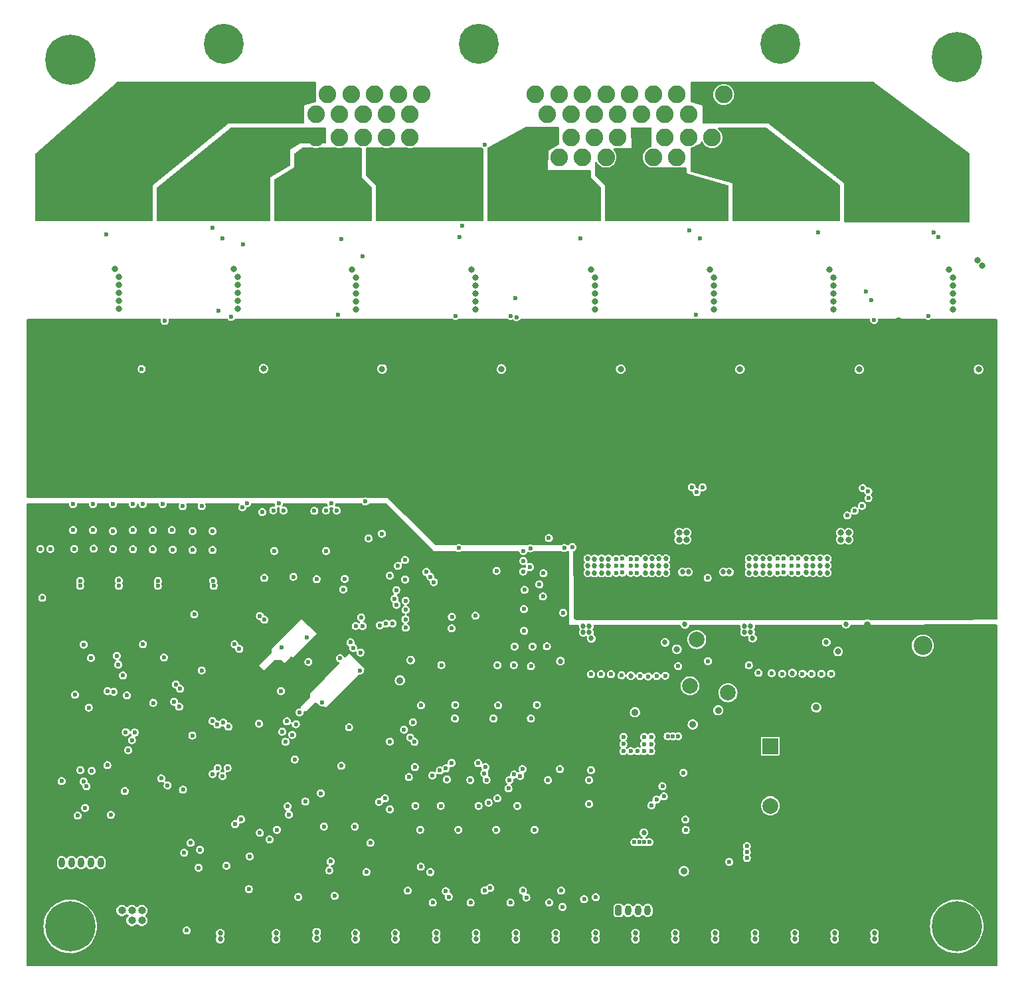
<source format=gbr>
%TF.GenerationSoftware,KiCad,Pcbnew,(6.0.8)*%
%TF.CreationDate,2023-05-29T03:20:34+02:00*%
%TF.ProjectId,pdms,70646d73-2e6b-4696-9361-645f70636258,rev?*%
%TF.SameCoordinates,Original*%
%TF.FileFunction,Copper,L2,Inr*%
%TF.FilePolarity,Positive*%
%FSLAX46Y46*%
G04 Gerber Fmt 4.6, Leading zero omitted, Abs format (unit mm)*
G04 Created by KiCad (PCBNEW (6.0.8)) date 2023-05-29 03:20:34*
%MOMM*%
%LPD*%
G01*
G04 APERTURE LIST*
G04 Aperture macros list*
%AMRoundRect*
0 Rectangle with rounded corners*
0 $1 Rounding radius*
0 $2 $3 $4 $5 $6 $7 $8 $9 X,Y pos of 4 corners*
0 Add a 4 corners polygon primitive as box body*
4,1,4,$2,$3,$4,$5,$6,$7,$8,$9,$2,$3,0*
0 Add four circle primitives for the rounded corners*
1,1,$1+$1,$2,$3*
1,1,$1+$1,$4,$5*
1,1,$1+$1,$6,$7*
1,1,$1+$1,$8,$9*
0 Add four rect primitives between the rounded corners*
20,1,$1+$1,$2,$3,$4,$5,0*
20,1,$1+$1,$4,$5,$6,$7,0*
20,1,$1+$1,$6,$7,$8,$9,0*
20,1,$1+$1,$8,$9,$2,$3,0*%
G04 Aperture macros list end*
%TA.AperFunction,ComponentPad*%
%ADD10C,2.000000*%
%TD*%
%TA.AperFunction,ComponentPad*%
%ADD11RoundRect,0.200000X-0.200000X-0.450000X0.200000X-0.450000X0.200000X0.450000X-0.200000X0.450000X0*%
%TD*%
%TA.AperFunction,ComponentPad*%
%ADD12O,0.800000X1.300000*%
%TD*%
%TA.AperFunction,ComponentPad*%
%ADD13R,1.000000X1.000000*%
%TD*%
%TA.AperFunction,ComponentPad*%
%ADD14O,1.000000X1.000000*%
%TD*%
%TA.AperFunction,ComponentPad*%
%ADD15C,0.800000*%
%TD*%
%TA.AperFunction,ComponentPad*%
%ADD16C,6.400000*%
%TD*%
%TA.AperFunction,ComponentPad*%
%ADD17C,2.250000*%
%TD*%
%TA.AperFunction,ComponentPad*%
%ADD18C,5.100000*%
%TD*%
%TA.AperFunction,ComponentPad*%
%ADD19R,2.000000X2.000000*%
%TD*%
%TA.AperFunction,ComponentPad*%
%ADD20R,2.175000X2.175000*%
%TD*%
%TA.AperFunction,ComponentPad*%
%ADD21C,2.175000*%
%TD*%
%TA.AperFunction,ComponentPad*%
%ADD22R,2.400000X2.400000*%
%TD*%
%TA.AperFunction,ComponentPad*%
%ADD23C,2.400000*%
%TD*%
%TA.AperFunction,ViaPad*%
%ADD24C,0.600000*%
%TD*%
%TA.AperFunction,ViaPad*%
%ADD25C,0.685800*%
%TD*%
%TA.AperFunction,ViaPad*%
%ADD26C,0.889000*%
%TD*%
%TA.AperFunction,ViaPad*%
%ADD27C,0.800000*%
%TD*%
G04 APERTURE END LIST*
D10*
%TO.N,SPI3_MISO*%
%TO.C,TP3*%
X102108000Y-120904000D03*
%TD*%
D11*
%TO.N,SAFETY_IN*%
%TO.C,J5*%
X92125000Y-155450000D03*
D12*
%TO.N,GND*%
X93375000Y-155450000D03*
%TO.N,+12V*%
X94625000Y-155450000D03*
%TO.N,+5V*%
X95875000Y-155450000D03*
%TD*%
D13*
%TO.N,+3.3V*%
%TO.C,J1*%
X28830000Y-156725000D03*
D14*
%TO.N,GND*%
X28830000Y-155455000D03*
%TO.N,+5V*%
X30100000Y-156725000D03*
%TO.N,NRST*%
X30100000Y-155455000D03*
%TO.N,SWCLK*%
X31370000Y-156725000D03*
%TO.N,SWDIO*%
X31370000Y-155455000D03*
%TD*%
D15*
%TO.N,GND*%
%TO.C,H2*%
X136952056Y-44902944D03*
X135255000Y-44200000D03*
X133557944Y-48297056D03*
D16*
X135255000Y-46600000D03*
D15*
X132855000Y-46600000D03*
X133557944Y-44902944D03*
X135255000Y-49000000D03*
X136952056Y-48297056D03*
X137655000Y-46600000D03*
%TD*%
D17*
%TO.N,HP_MOS7*%
%TO.C,J2*%
X105558000Y-59396000D03*
%TO.N,LP_MOS7*%
X104058000Y-56896000D03*
%TO.N,HP_MOS7*%
X102558000Y-59396000D03*
%TO.N,unconnected-(J2-Pad4)*%
X101058000Y-56896000D03*
%TO.N,LP_MOS6*%
X99558000Y-59396000D03*
%TO.N,unconnected-(J2-Pad6)*%
X98058000Y-56896000D03*
%TO.N,LP_MOS5*%
X96558000Y-59396000D03*
%TO.N,HP_MOS6*%
X95058000Y-56896000D03*
X93558000Y-59396000D03*
%TO.N,GND*%
X92058000Y-56896000D03*
%TO.N,LP_MOS4*%
X90558000Y-59396000D03*
%TO.N,GND*%
X89058000Y-56896000D03*
%TO.N,LP_MOS3*%
X87558000Y-59396000D03*
%TO.N,GND*%
X86058000Y-56896000D03*
%TO.N,LP_MOS2*%
X84558000Y-59396000D03*
%TO.N,HP_MOS5*%
X83058000Y-56896000D03*
X81558000Y-59396000D03*
%TO.N,LP_MOS8*%
X105558000Y-51396000D03*
%TO.N,HP_MOS8*%
X104058000Y-53896000D03*
X102558000Y-51396000D03*
%TO.N,+12V*%
X101058000Y-53896000D03*
X99558000Y-51396000D03*
%TO.N,+5V*%
X98058000Y-53896000D03*
X96558000Y-51396000D03*
%TO.N,+3.3V*%
X95058000Y-53896000D03*
X93558000Y-51396000D03*
%TO.N,GND*%
X92058000Y-53896000D03*
X90558000Y-51396000D03*
X89058000Y-53896000D03*
X87558000Y-51396000D03*
X86058000Y-53896000D03*
X84558000Y-51396000D03*
%TO.N,SAFETY_IN*%
X83058000Y-53896000D03*
%TO.N,LP_MOS1*%
X81558000Y-51396000D03*
%TO.N,HP_MOS4*%
X67058000Y-59396000D03*
%TO.N,CAN1_L*%
X65558000Y-56896000D03*
%TO.N,HP_MOS4*%
X64058000Y-59396000D03*
%TO.N,CAN1_H*%
X62558000Y-56896000D03*
%TO.N,HP_MOS4*%
X61058000Y-59396000D03*
%TO.N,CAN2_L*%
X59558000Y-56896000D03*
%TO.N,HP_MOS3*%
X58058000Y-59396000D03*
%TO.N,CAN2_H*%
X56558000Y-56896000D03*
%TO.N,HP_MOS3*%
X55058000Y-59396000D03*
%TO.N,HP_MOS2*%
X53558000Y-56896000D03*
%TO.N,HP_MOS3*%
X52058000Y-59396000D03*
%TO.N,HP_MOS2*%
X50558000Y-56896000D03*
X49058000Y-59396000D03*
%TO.N,CONN_AD_IN1*%
X67058000Y-51396000D03*
%TO.N,CONN_AD_IN2*%
X65558000Y-53896000D03*
%TO.N,CONN_AD_IN3*%
X64058000Y-51396000D03*
%TO.N,CONN_AD_IN4*%
X62558000Y-53896000D03*
%TO.N,CONN_AD_IN5*%
X61058000Y-51396000D03*
%TO.N,CONN_AD_IN6*%
X59558000Y-53896000D03*
%TO.N,CONN_AD_IN7*%
X58058000Y-51396000D03*
%TO.N,CONN_AD_IN8*%
X56558000Y-53896000D03*
%TO.N,GND*%
X55058000Y-51396000D03*
X53558000Y-53896000D03*
%TO.N,HP_MOS1*%
X52058000Y-51396000D03*
X50558000Y-53896000D03*
X49058000Y-51396000D03*
D18*
%TO.N,unconnected-(J2-PadMH1)*%
X112808000Y-44896000D03*
%TO.N,unconnected-(J2-PadMH2)*%
X74308000Y-44896000D03*
%TO.N,unconnected-(J2-PadMH3)*%
X41808000Y-44896000D03*
%TD*%
D19*
%TO.N,+5V*%
%TO.C,BZ1*%
X111500000Y-134500000D03*
D10*
%TO.N,Net-(BZ1-Pad2)*%
X111500000Y-142100000D03*
%TD*%
D11*
%TO.N,+3.3V*%
%TO.C,J4*%
X19892000Y-149352000D03*
D12*
%TO.N,GND*%
X21142000Y-149352000D03*
%TO.N,+5V*%
X22392000Y-149352000D03*
%TO.N,NRST*%
X23642000Y-149352000D03*
%TO.N,SWCLK*%
X24892000Y-149352000D03*
%TO.N,SWDIO*%
X26142000Y-149352000D03*
%TD*%
D20*
%TO.N,+12V*%
%TO.C,J3*%
X73405500Y-101853500D03*
D21*
X75945500Y-101853500D03*
X78485500Y-101853500D03*
X81025500Y-101853500D03*
X73405500Y-99313500D03*
X75945500Y-99313500D03*
X78485500Y-99313500D03*
X81025500Y-99313500D03*
X73405500Y-96773500D03*
X75945500Y-96773500D03*
X78485500Y-96773500D03*
X81025500Y-96773500D03*
X73405500Y-94233500D03*
X75945500Y-94233500D03*
X78485500Y-94233500D03*
X81025500Y-94233500D03*
%TD*%
D15*
%TO.N,GND*%
%TO.C,H1*%
X20527944Y-48687056D03*
D16*
X22225000Y-46990000D03*
D15*
X20527944Y-45292944D03*
X23922056Y-48687056D03*
X22225000Y-49390000D03*
X23922056Y-45292944D03*
X22225000Y-44590000D03*
X24625000Y-46990000D03*
X19825000Y-46990000D03*
%TD*%
D10*
%TO.N,SPI3_SCK*%
%TO.C,TP4*%
X106095800Y-127685800D03*
%TD*%
D15*
%TO.N,GND*%
%TO.C,H3*%
X23922056Y-159177056D03*
X20527944Y-155782944D03*
X23922056Y-155782944D03*
X24625000Y-157480000D03*
X20527944Y-159177056D03*
D16*
X22225000Y-157480000D03*
D15*
X19825000Y-157480000D03*
X22225000Y-159880000D03*
X22225000Y-155080000D03*
%TD*%
D10*
%TO.N,SPI3_MOSI*%
%TO.C,TP2*%
X101250000Y-126796800D03*
%TD*%
D15*
%TO.N,GND*%
%TO.C,H4*%
X133557944Y-159177056D03*
X136952056Y-155782944D03*
X135255000Y-159880000D03*
X132855000Y-157480000D03*
D16*
X135255000Y-157480000D03*
D15*
X137655000Y-157480000D03*
X136952056Y-159177056D03*
X133557944Y-155782944D03*
X135255000Y-155080000D03*
%TD*%
D22*
%TO.N,+12V*%
%TO.C,C88*%
X130937000Y-116666000D03*
D23*
%TO.N,GND*%
X130937000Y-121666000D03*
%TD*%
D24*
%TO.N,+3.3V*%
X19939000Y-115570000D03*
%TO.N,GND*%
X18669000Y-115570000D03*
X19685000Y-109347000D03*
%TO.N,+12V*%
X18415000Y-109347000D03*
D25*
%TO.N,/POWER_SWITCHES/BTS722204-1/OUT0*%
X89080000Y-110607000D03*
X89980000Y-110607000D03*
X88230000Y-110597000D03*
X89980000Y-111507000D03*
X88230000Y-111497000D03*
X89080000Y-112407000D03*
X88230000Y-112397000D03*
X90880000Y-110607000D03*
X89980000Y-112407000D03*
X90880000Y-112407000D03*
X89080000Y-111507000D03*
X90880000Y-111507000D03*
D26*
%TO.N,GND*%
X64262000Y-126111000D03*
D24*
X21150000Y-138950000D03*
X92760800Y-135128000D03*
D25*
X119701000Y-159084800D03*
X73981000Y-159084800D03*
D24*
X22856600Y-127929600D03*
X64973200Y-118313200D03*
X88392000Y-141859000D03*
X132892800Y-69545200D03*
X79908400Y-137414000D03*
X56769000Y-69850000D03*
X34180679Y-123180931D03*
D27*
X28448000Y-74676000D03*
D25*
X119701000Y-158322800D03*
D24*
X96316800Y-142036800D03*
X92760800Y-134213600D03*
D25*
X53649400Y-158992000D03*
D24*
X55525400Y-103544400D03*
X70127600Y-137328200D03*
X94589600Y-135128000D03*
X79984071Y-112208659D03*
X25225000Y-109300000D03*
D25*
X124781000Y-158322800D03*
D24*
X36611209Y-140048147D03*
X64922400Y-113233200D03*
D27*
X28448000Y-76708000D03*
D24*
X87249000Y-69723000D03*
X96316800Y-134228000D03*
D27*
X28448000Y-78740000D03*
D24*
X46725400Y-104644400D03*
D25*
X41380200Y-158334300D03*
X118624889Y-121235455D03*
X58614000Y-158322800D03*
D24*
X24300000Y-139600000D03*
X99738300Y-133238000D03*
X24598504Y-129575227D03*
D27*
X27940000Y-73660000D03*
D24*
X71323200Y-129235200D03*
X88392000Y-138811000D03*
D25*
X99381000Y-158322800D03*
X109541000Y-159084800D03*
D27*
X28448000Y-77724000D03*
D24*
X24130000Y-142367000D03*
X29200000Y-140228163D03*
X41656000Y-69723000D03*
X40525000Y-114058000D03*
D25*
X68901000Y-159084800D03*
D24*
X70900000Y-118000000D03*
X64922400Y-110744000D03*
X96316800Y-133328000D03*
X80000000Y-109601000D03*
D25*
X109226889Y-120727455D03*
D24*
X95416800Y-135128000D03*
X100685600Y-143840200D03*
X52610000Y-123750000D03*
X30249000Y-109380000D03*
D25*
X99381000Y-159084800D03*
X124781000Y-159084800D03*
D27*
X99870200Y-107261000D03*
D24*
X48250000Y-109600000D03*
X84683600Y-137414000D03*
X108500000Y-148750000D03*
D27*
X103816660Y-73722500D03*
D24*
X49112159Y-127453924D03*
D26*
X101600000Y-131724400D03*
D25*
X94301000Y-158322800D03*
D24*
X54341112Y-128928649D03*
X53365400Y-104481400D03*
D25*
X106272000Y-112279000D03*
D27*
X100787200Y-108150000D03*
D24*
X60500000Y-146831600D03*
D25*
X98058000Y-121257000D03*
D24*
X76581000Y-112141000D03*
X94801500Y-146735800D03*
X43800000Y-122100000D03*
D25*
X79061000Y-159084800D03*
D24*
X23495000Y-113411000D03*
X108500000Y-147250000D03*
X70129400Y-152984200D03*
X37084000Y-157988000D03*
X84836000Y-152908000D03*
X32766000Y-109411000D03*
D25*
X104461000Y-159084800D03*
D24*
X117602000Y-68961000D03*
X33405500Y-114046000D03*
X94166500Y-146735800D03*
D25*
X48492200Y-158334300D03*
X108210889Y-119203455D03*
D24*
X27709000Y-109371000D03*
X28448000Y-114046000D03*
D25*
X108972889Y-119203455D03*
D27*
X104324660Y-77786500D03*
D25*
X84141000Y-158322800D03*
D24*
X76809600Y-129286000D03*
X75184000Y-137160000D03*
D25*
X68901000Y-158322800D03*
D24*
X95416800Y-133328000D03*
X37846000Y-109474000D03*
D25*
X121164889Y-118949455D03*
D24*
X35306000Y-109421000D03*
X71729600Y-145150500D03*
X75057000Y-152908000D03*
D25*
X89221000Y-159084800D03*
D24*
X102555741Y-69772609D03*
D27*
X119532400Y-75767250D03*
D25*
X100303000Y-112279000D03*
D24*
X40475000Y-113408000D03*
D27*
X134740140Y-78828000D03*
X107626660Y-86422500D03*
D24*
X22733000Y-109347000D03*
D27*
X121495800Y-107261000D03*
D24*
X99077900Y-133238000D03*
X40386000Y-109474000D03*
D27*
X43578000Y-75703500D03*
D25*
X89221000Y-158322800D03*
D24*
X46417960Y-117883094D03*
X56816374Y-136991682D03*
D26*
X100482400Y-150418800D03*
D24*
X108500000Y-148000000D03*
D25*
X58614000Y-159084800D03*
D24*
X32820000Y-128970000D03*
X28448000Y-113358000D03*
X80162400Y-114554000D03*
X79959200Y-152908000D03*
D27*
X104324660Y-75754500D03*
X120462800Y-108150000D03*
X120462800Y-107261000D03*
D25*
X114621000Y-159084800D03*
X104461000Y-158322800D03*
D27*
X121462800Y-108150000D03*
D24*
X81432400Y-145150500D03*
X23950000Y-139000000D03*
X38989000Y-124841000D03*
X49168485Y-121924050D03*
D25*
X114621000Y-158322800D03*
D24*
X36768377Y-148082000D03*
X31521400Y-121513600D03*
D25*
X87644000Y-119225000D03*
D27*
X134740140Y-77812000D03*
X104324660Y-78802500D03*
D24*
X23180000Y-143342000D03*
D25*
X63694000Y-159084800D03*
X108972889Y-119965455D03*
D24*
X26860500Y-69278500D03*
D27*
X89116920Y-76757750D03*
X134740140Y-76796000D03*
D24*
X98417500Y-133238000D03*
X64984385Y-115936785D03*
D25*
X100598000Y-118971000D03*
X79061000Y-158322800D03*
X73981000Y-158322800D03*
X84141000Y-159084800D03*
D24*
X80111600Y-119786400D03*
X55430000Y-149199600D03*
X96316800Y-135128000D03*
X57785000Y-132080000D03*
X52401377Y-120666813D03*
D27*
X137871200Y-72542400D03*
D24*
X95436500Y-146735800D03*
X54864000Y-109601000D03*
D25*
X63694000Y-158322800D03*
D24*
X66852800Y-145150500D03*
D27*
X88608920Y-73709750D03*
X134740140Y-75780000D03*
X43070000Y-73671500D03*
X119532400Y-74751250D03*
D24*
X76555600Y-145150500D03*
D27*
X28448000Y-75692000D03*
X43578000Y-77735500D03*
X100820200Y-107261000D03*
D25*
X88406000Y-119987000D03*
D24*
X38051093Y-117679338D03*
X66954400Y-129286000D03*
X48825400Y-103544400D03*
X23495000Y-114046000D03*
D27*
X89116920Y-75741750D03*
X119024400Y-73735250D03*
D24*
X97739200Y-139598400D03*
X88646000Y-137541000D03*
D27*
X119532400Y-78815250D03*
X73909180Y-78777000D03*
D24*
X60000000Y-150550000D03*
D25*
X109541000Y-158322800D03*
D24*
X33405500Y-113411000D03*
D27*
X62003440Y-86384250D03*
X58701440Y-78764250D03*
X73909180Y-75729000D03*
D25*
X88660000Y-120749000D03*
D27*
X58701440Y-74700250D03*
X46880000Y-86371500D03*
D25*
X114306889Y-125172455D03*
D24*
X96071500Y-146735800D03*
D25*
X101065000Y-112279000D03*
D24*
X92760800Y-133299200D03*
X38802031Y-147714218D03*
D27*
X119532400Y-77799250D03*
D25*
X93726000Y-125499500D03*
X48480600Y-159096800D03*
D24*
X55248592Y-150346409D03*
D25*
X105510000Y-112279000D03*
D27*
X122834400Y-86435250D03*
D25*
X53661000Y-158229500D03*
D27*
X58701440Y-75716250D03*
D25*
X94301000Y-159084800D03*
D27*
X134740140Y-74764000D03*
D24*
X81737200Y-129235200D03*
D27*
X104324660Y-76770500D03*
D24*
X97920011Y-140896811D03*
D27*
X43578000Y-78751500D03*
D24*
X80074897Y-117006497D03*
D27*
X92418920Y-86409750D03*
D25*
X88406000Y-119225000D03*
D27*
X77211180Y-86397000D03*
D24*
X47000000Y-118375000D03*
X31350000Y-86400000D03*
D27*
X89116920Y-78789750D03*
X73909180Y-76745000D03*
D24*
X95416800Y-134228000D03*
D27*
X99870200Y-108150000D03*
X43578000Y-76719500D03*
X73909180Y-77761000D03*
X89116920Y-77773750D03*
X89116920Y-74725750D03*
D24*
X59182000Y-124841000D03*
D27*
X43578000Y-74687500D03*
D24*
X52193402Y-141547256D03*
X71882000Y-69596000D03*
D25*
X41368600Y-159096800D03*
D24*
X93689600Y-135128000D03*
D25*
X108210889Y-119965455D03*
D24*
X89250000Y-153750000D03*
D27*
X58701440Y-77748250D03*
X73401180Y-73697000D03*
D24*
X38608000Y-149987000D03*
D27*
X138042140Y-86448000D03*
X58701440Y-76732250D03*
D25*
X87644000Y-119987000D03*
D27*
X134232140Y-73748000D03*
X58193440Y-73684250D03*
X138480800Y-73202800D03*
D24*
X103505000Y-113030000D03*
D27*
X119532400Y-76783250D03*
X104324660Y-74738500D03*
X73909180Y-74713000D03*
D24*
X48597085Y-145145210D03*
%TO.N,/POWER_SWITCHES/BTS722204-1/OUT1*%
X92652400Y-112374600D03*
X91852400Y-111507000D03*
X92652400Y-110574600D03*
X91852400Y-110607000D03*
X91852400Y-112407000D03*
X92652400Y-111474600D03*
%TO.N,/POWER_SWITCHES/BTS722204-1/OUT2*%
X94481200Y-111507400D03*
X94481200Y-112407400D03*
X93681200Y-111500000D03*
X93681200Y-112400000D03*
X93681200Y-110600000D03*
X94481200Y-110607400D03*
D25*
%TO.N,/POWER_SWITCHES/BTS722204-1/OUT3*%
X95540000Y-110587000D03*
X98190000Y-111497000D03*
X98190000Y-110597000D03*
X95540000Y-112387000D03*
X96390000Y-112397000D03*
X96390000Y-110597000D03*
X97290000Y-112397000D03*
X96390000Y-111497000D03*
X97290000Y-110597000D03*
X98190000Y-112397000D03*
X97290000Y-111497000D03*
X95540000Y-111487000D03*
D24*
%TO.N,SENS_OUT_LP1*%
X59232800Y-122574500D03*
D27*
X99584395Y-122118235D03*
D24*
%TO.N,SENS_OUT_LP2*%
X56645345Y-123276500D03*
D27*
X120140000Y-122430000D03*
D24*
%TO.N,/POWER_SWITCHES/BTS50010-1TAE/IN*%
X34290000Y-80253500D03*
X62498519Y-118864875D03*
D27*
%TO.N,+12V*%
X103327200Y-99440000D03*
X34322000Y-97504000D03*
X137344400Y-113455200D03*
X125526800Y-101440000D03*
X92963000Y-91440000D03*
D26*
X127114300Y-80911700D03*
D27*
X67850000Y-105238800D03*
X63912000Y-91440000D03*
X65912000Y-95440000D03*
X139344400Y-103455200D03*
X38100000Y-101440000D03*
X38100000Y-93440000D03*
X69850000Y-105238800D03*
X38100000Y-99440000D03*
X88963000Y-95440000D03*
X135344400Y-107455200D03*
X88963000Y-93440000D03*
X92963000Y-93440000D03*
X34322000Y-91504000D03*
X49974000Y-95440000D03*
X18322000Y-101504000D03*
X20322000Y-101504000D03*
X67912000Y-97440000D03*
X132168400Y-93396800D03*
X137344400Y-115455200D03*
X139344400Y-113455200D03*
X125526800Y-97440000D03*
X135344400Y-105455200D03*
X113899200Y-91440000D03*
X55974000Y-91440000D03*
X135344400Y-111455200D03*
X96963000Y-97440000D03*
X96963000Y-93440000D03*
X135344400Y-109455200D03*
X122580400Y-91440000D03*
X20322000Y-95504000D03*
X67850000Y-103238800D03*
X125526800Y-115440000D03*
X127526800Y-113440000D03*
X57912000Y-93396800D03*
X139344400Y-101396800D03*
X65912000Y-101440000D03*
X125526800Y-91440000D03*
X22322000Y-93504000D03*
X122580400Y-95440000D03*
X73850000Y-107238800D03*
X24322000Y-95504000D03*
X57912000Y-97396800D03*
X65912000Y-97440000D03*
X36322000Y-97504000D03*
X129526800Y-103440000D03*
X53974000Y-99440000D03*
X125526800Y-99440000D03*
X105000000Y-95500000D03*
X24322000Y-93504000D03*
X34322000Y-95504000D03*
X26322000Y-93504000D03*
X125526800Y-107440000D03*
X134168400Y-91396800D03*
X139344400Y-93466400D03*
X128168400Y-101396800D03*
X130168400Y-97396800D03*
X59912000Y-99440000D03*
X117899200Y-93440000D03*
X117899200Y-91440000D03*
X18322000Y-91504000D03*
X63912000Y-99440000D03*
X128168400Y-99396800D03*
X88963000Y-91440000D03*
X67912000Y-95440000D03*
X92963000Y-95440000D03*
X49974000Y-91440000D03*
X24322000Y-91504000D03*
X135344400Y-113455200D03*
X69912000Y-99440000D03*
X107899200Y-91440000D03*
X137344400Y-101396800D03*
X113899200Y-95440000D03*
X36322000Y-91504000D03*
X92963000Y-97440000D03*
X113899200Y-97440000D03*
X137344400Y-103455200D03*
X47974000Y-95440000D03*
X41974000Y-97440000D03*
X20322000Y-93504000D03*
X63912000Y-101440000D03*
X109899200Y-93440000D03*
X67912000Y-101440000D03*
X63912000Y-97440000D03*
D26*
X127812800Y-80213200D03*
D27*
X128168400Y-91396800D03*
X18322000Y-95504000D03*
X129526800Y-109440000D03*
X127526800Y-111440000D03*
X139344400Y-99466400D03*
X53974000Y-97440000D03*
X125526800Y-113440000D03*
X103327200Y-97440000D03*
X79850000Y-107238800D03*
X135344400Y-115455200D03*
X36322000Y-95504000D03*
X55974000Y-93440000D03*
X139344400Y-109455200D03*
X130168400Y-91396800D03*
X75850000Y-105238800D03*
X69912000Y-101440000D03*
X117899200Y-97440000D03*
X22322000Y-95504000D03*
X18322000Y-97504000D03*
X109899200Y-97440000D03*
X79850000Y-105238800D03*
X59912000Y-97440000D03*
X88963000Y-97440000D03*
X24322000Y-99504000D03*
X132168400Y-97396800D03*
X67912000Y-91440000D03*
X131526800Y-111440000D03*
X41974000Y-93440000D03*
X109899200Y-95440000D03*
X125526800Y-95440000D03*
X38100000Y-95440000D03*
X139344400Y-105455200D03*
X137344400Y-109455200D03*
X69850000Y-103238800D03*
X127526800Y-105440000D03*
X134168400Y-93396800D03*
X133344400Y-113455200D03*
X40100000Y-97440000D03*
X128168400Y-95396800D03*
X65912000Y-99440000D03*
X40100000Y-99440000D03*
X20322000Y-99504000D03*
X125526800Y-93440000D03*
X127526800Y-115440000D03*
X139344400Y-91466400D03*
X137344400Y-105455200D03*
X26322000Y-95504000D03*
X128168400Y-97396800D03*
X20322000Y-97504000D03*
X133344400Y-107455200D03*
X133344400Y-115455200D03*
X26322000Y-91504000D03*
X96963000Y-91440000D03*
X129526800Y-113440000D03*
X130168400Y-95396800D03*
X130168400Y-99396800D03*
X67912000Y-93440000D03*
X113899200Y-93440000D03*
X41974000Y-101440000D03*
X38100000Y-91440000D03*
X63912000Y-93440000D03*
X134168400Y-97396800D03*
X134168400Y-95396800D03*
X77850000Y-107238800D03*
X69912000Y-95440000D03*
X137344400Y-111455200D03*
X47974000Y-97440000D03*
X57912000Y-101396800D03*
X73850000Y-105238800D03*
X127526800Y-103440000D03*
X132168400Y-95396800D03*
X103327200Y-93440000D03*
X69912000Y-93440000D03*
X69912000Y-91440000D03*
X24322000Y-97504000D03*
X22322000Y-101504000D03*
X103327200Y-95440000D03*
X67912000Y-99440000D03*
X103327200Y-91440000D03*
X41974000Y-99440000D03*
X18322000Y-93504000D03*
X65850000Y-103238800D03*
X40100000Y-91440000D03*
X40100000Y-95440000D03*
X36322000Y-93504000D03*
X22322000Y-91504000D03*
X139344400Y-95466400D03*
X139344400Y-107455200D03*
X57912000Y-91396800D03*
X139344400Y-97466400D03*
X69850000Y-107238800D03*
X51974000Y-101440000D03*
X65912000Y-91440000D03*
X40100000Y-93440000D03*
X77850000Y-105238800D03*
X59912000Y-93440000D03*
X69912000Y-97440000D03*
X137344400Y-107455200D03*
X57912000Y-95396800D03*
X131526800Y-109440000D03*
X65912000Y-93440000D03*
X129526800Y-111440000D03*
D26*
X126339600Y-81686400D03*
D27*
X130168400Y-93396800D03*
X36322000Y-99504000D03*
X20322000Y-91504000D03*
X47974000Y-93440000D03*
X122580400Y-93440000D03*
X26322000Y-97504000D03*
X63912000Y-95440000D03*
X51974000Y-97440000D03*
X18322000Y-99504000D03*
X49974000Y-93440000D03*
X59912000Y-101440000D03*
X133344400Y-105455200D03*
X122580400Y-97440000D03*
X47974000Y-91440000D03*
X131526800Y-107440000D03*
X132168400Y-99396800D03*
X41974000Y-95440000D03*
X41974000Y-91440000D03*
X38100000Y-97440000D03*
X109899200Y-91440000D03*
X135344400Y-103455200D03*
X128168400Y-93396800D03*
X131526800Y-113440000D03*
X130168400Y-101396800D03*
X125526800Y-105440000D03*
X34322000Y-93504000D03*
X59912000Y-95440000D03*
X51974000Y-99440000D03*
X132168400Y-91396800D03*
X139344400Y-115455200D03*
X22322000Y-97504000D03*
X57912000Y-99396800D03*
X40100000Y-101440000D03*
X117899200Y-95440000D03*
X22322000Y-99504000D03*
X53974000Y-101440000D03*
X96963000Y-95440000D03*
X75850000Y-107238800D03*
X59912000Y-91440000D03*
X133344400Y-109455200D03*
X139344400Y-111455200D03*
X133344400Y-111455200D03*
D24*
%TO.N,/POWER_SWITCHES/BTS50010-1TAE1/IN*%
X41097200Y-79004500D03*
X63358411Y-118841589D03*
%TO.N,/POWER_SWITCHES/BTS50010-1TAE2/IN*%
X59866559Y-103303041D03*
X56388000Y-79502000D03*
D25*
%TO.N,/POWER_SWITCHES/BTS722204-2/OUT0*%
X109646889Y-111485455D03*
X110546889Y-110585455D03*
X108796889Y-111475455D03*
X111446889Y-110585455D03*
X110546889Y-111485455D03*
X109646889Y-110585455D03*
X110546889Y-112385455D03*
X108796889Y-112375455D03*
X111446889Y-112385455D03*
X111446889Y-111485455D03*
X109646889Y-112385455D03*
X108796889Y-110575455D03*
D24*
%TO.N,/POWER_SWITCHES/BTS50010-1TAE3/IN*%
X71755000Y-109220000D03*
X71374000Y-79629000D03*
%TO.N,/POWER_SWITCHES/BTS722204-2/OUT1*%
X113219289Y-112353055D03*
X112419289Y-111485455D03*
X112419289Y-112385455D03*
X113219289Y-111453055D03*
X112419289Y-110585455D03*
X113219289Y-110553055D03*
%TO.N,/POWER_SWITCHES/BTS50010-1TAE4/IN*%
X76708000Y-124155200D03*
X71297800Y-130962400D03*
X69373021Y-137592419D03*
X78892400Y-121775500D03*
X79142977Y-79785795D03*
X69469000Y-142101500D03*
%TO.N,/POWER_SWITCHES/BTS50010-1TAE6/IN*%
X102108000Y-102108000D03*
X74295000Y-142101500D03*
X76200000Y-130962400D03*
X81178400Y-121775500D03*
X83258361Y-107968801D03*
X78790800Y-124155200D03*
X102044278Y-79439816D03*
X74257307Y-136652963D03*
%TO.N,/POWER_SWITCHES/BTS722204-2/OUT2*%
X114248089Y-111478455D03*
X115048089Y-111485855D03*
X114248089Y-110578455D03*
X115048089Y-112385855D03*
X115048089Y-110585855D03*
X114248089Y-112378455D03*
D25*
%TO.N,/POWER_SWITCHES/BTS722204-2/OUT3*%
X117856889Y-110575455D03*
X116956889Y-112375455D03*
X118756889Y-111475455D03*
X117856889Y-112375455D03*
X116106889Y-112365455D03*
X117856889Y-111475455D03*
X116956889Y-110575455D03*
X116956889Y-111475455D03*
X116106889Y-111465455D03*
X116106889Y-110565455D03*
X118756889Y-112375455D03*
X118756889Y-110575455D03*
D24*
%TO.N,/POWER_SWITCHES/BTS50010-1TAE7/IN*%
X85213003Y-109233003D03*
X78846575Y-138094824D03*
X124725700Y-80137000D03*
X80975200Y-124307600D03*
X124000101Y-102872642D03*
X80975200Y-130962400D03*
X79248000Y-142101500D03*
X83007200Y-121767600D03*
%TO.N,/POWER_SWITCHES/BTS50010-1TAE5/IN*%
X85090000Y-117475000D03*
X86280000Y-109110000D03*
X131643300Y-79629000D03*
X123190000Y-103840555D03*
%TO.N,LP_SIG_IN1*%
X49866589Y-131333411D03*
X94900000Y-125550000D03*
D26*
%TO.N,+5V*%
X117348000Y-129540000D03*
D25*
X84732066Y-123649534D03*
D26*
X94234000Y-130175000D03*
D25*
X65633600Y-123521400D03*
D26*
X104852200Y-129921000D03*
D24*
X87750000Y-154000000D03*
X61724413Y-119064783D03*
X57048400Y-114503200D03*
%TO.N,Net-(JP1-Pad2)*%
X54198761Y-140492239D03*
%TO.N,/ARGB_LEDS/LED_DATA_IN*%
X27400500Y-143256000D03*
X29319411Y-132697411D03*
%TO.N,/POWER1/PG3V3*%
X100431600Y-137871200D03*
X96977200Y-141325600D03*
%TO.N,/PERIPHERAL/BUZZ_IN*%
X45000000Y-152724500D03*
D25*
%TO.N,12V_LOGIC_ONLY*%
X95372324Y-145526242D03*
D24*
X100711000Y-145186400D03*
%TO.N,Net-(Q2-Pad1)*%
X106250000Y-149250000D03*
%TO.N,LP_SIG_IN2*%
X50554469Y-133045531D03*
X95927493Y-125593998D03*
%TO.N,LP_SIG_IN3*%
X49250000Y-132650000D03*
X97000000Y-125550000D03*
%TO.N,LP_SIG_IN4*%
X49670938Y-133929062D03*
X98100000Y-125500000D03*
%TO.N,LP_SIG_IN5*%
X115600000Y-125250000D03*
X49950000Y-142150000D03*
%TO.N,LP_SIG_IN6*%
X116750000Y-125250000D03*
X50120911Y-143204089D03*
%TO.N,LP_SIG_IN7*%
X118000000Y-125250000D03*
X44000000Y-143829089D03*
%TO.N,LP_SIG_IN8*%
X43250000Y-144453589D03*
X119250000Y-125250000D03*
%TO.N,VDDA*%
X43200000Y-121500000D03*
%TO.N,/VOLTAGE_OUT_MUX/HP_MOS_ADC*%
X73900000Y-117850000D03*
X59309300Y-118084300D03*
%TO.N,NCS*%
X28956000Y-125476000D03*
X29464000Y-128016000D03*
%TO.N,SENS_OUT1*%
X42750000Y-79750000D03*
X44173308Y-104025897D03*
%TO.N,SENS_OUT2*%
X44250000Y-70500000D03*
X44775500Y-103500000D03*
%TO.N,SENS_OUT3*%
X60276500Y-108000000D03*
X59472940Y-72009000D03*
%TO.N,SENS_OUT4*%
X61976000Y-107391200D03*
X72200000Y-68100000D03*
%TO.N,SENS_OUT5*%
X78985500Y-77343000D03*
X80850000Y-111650000D03*
X80907500Y-109256997D03*
X59502711Y-119160889D03*
%TO.N,SENS_OUT6*%
X82579808Y-112450208D03*
X58629322Y-119170678D03*
X102870000Y-101473000D03*
X101193600Y-68732400D03*
%TO.N,SENS_OUT7*%
X123647200Y-76479400D03*
X82051597Y-113861597D03*
X123291600Y-101600000D03*
X57962800Y-121259600D03*
%TO.N,SENS_OUT8*%
X132350000Y-68950000D03*
X122250000Y-104465055D03*
X58320349Y-121974697D03*
X82500000Y-115420000D03*
%TO.N,BK1_IO0*%
X23950000Y-121525000D03*
X24875000Y-123244500D03*
%TO.N,BK1_IO1*%
X27778945Y-127567306D03*
X28375000Y-124100000D03*
%TO.N,BK1_IO2*%
X26972094Y-127469171D03*
X28175000Y-122975000D03*
%TO.N,LP_CSN1*%
X66142100Y-133950000D03*
X46415534Y-145544343D03*
X54568385Y-144752622D03*
X92506800Y-125456600D03*
%TO.N,LP_CSN2*%
X113000000Y-125250000D03*
X58533483Y-144752622D03*
X63000000Y-142551500D03*
X47650000Y-146394710D03*
%TO.N,NRST*%
X37800000Y-133125000D03*
%TO.N,/PERIPHERAL/TEMP1_ALERT*%
X55950000Y-153575000D03*
X51325000Y-153733900D03*
D27*
%TO.N,HP_MOS3*%
X55000000Y-62500000D03*
X59000000Y-62500000D03*
X49000000Y-62500000D03*
X51000000Y-64500000D03*
X49000000Y-66500000D03*
X59000000Y-64500000D03*
D24*
X59944000Y-66802000D03*
X62998749Y-112751308D03*
D27*
X51000000Y-62500000D03*
X49000000Y-64500000D03*
X53000000Y-62500000D03*
X55000000Y-66500000D03*
X57000000Y-66500000D03*
X53000000Y-64500000D03*
X57000000Y-64500000D03*
D24*
%TO.N,/IMU/IMU_I2C_SA0*%
X29625675Y-135001783D03*
X23525212Y-137547894D03*
%TO.N,/IMU/IMU_I2C_SDA*%
X30099000Y-133731000D03*
X26968324Y-136915549D03*
X24983411Y-137633411D03*
%TO.N,/IMU/IMU_I2C_SCL*%
X30446512Y-132742851D03*
%TO.N,/CAN_BUS/CAN2_RX*%
X50673000Y-112903000D03*
X46303744Y-131620566D03*
%TO.N,/CAN_BUS/CAN2_TX*%
X50850000Y-136200000D03*
X46990000Y-113030000D03*
%TO.N,/CAN_BUS/CAN1_RX*%
X51004969Y-131700000D03*
X57250000Y-113150000D03*
%TO.N,/CAN_BUS/CAN1_TX*%
X53650000Y-113200000D03*
X51476609Y-130176609D03*
%TO.N,CAN1_H*%
X54825400Y-104444400D03*
%TO.N,CAN1_L*%
X56225400Y-104444400D03*
%TO.N,CAN2_L*%
X49425400Y-104444400D03*
%TO.N,CAN2_H*%
X48125400Y-104444400D03*
%TO.N,Net-(R107-Pad2)*%
X30226000Y-106934000D03*
X62357000Y-141137300D03*
X78105000Y-139888300D03*
X76708000Y-141137300D03*
X36132997Y-129475003D03*
X36254362Y-127182305D03*
%TO.N,SWDIO*%
X37592000Y-146812000D03*
%TO.N,SWCLK*%
X42164000Y-149733000D03*
%TO.N,CONN_AD_IN1*%
X22606000Y-103632000D03*
%TO.N,CONN_AD_IN2*%
X25146000Y-103632000D03*
%TO.N,CONN_AD_IN3*%
X27686000Y-103632000D03*
%TO.N,CONN_AD_IN4*%
X30226000Y-103632000D03*
%TO.N,CONN_AD_IN5*%
X31496000Y-103632000D03*
%TO.N,CONN_AD_IN6*%
X34036000Y-103632000D03*
%TO.N,CONN_AD_IN7*%
X36576000Y-103886000D03*
%TO.N,CONN_AD_IN8*%
X38989000Y-103886000D03*
%TO.N,Net-(R110-Pad2)*%
X66167000Y-137160000D03*
X22606000Y-106934000D03*
D27*
%TO.N,HP_MOS1*%
X48000000Y-54500000D03*
X28500000Y-62500000D03*
D24*
X40410000Y-68350000D03*
X65000000Y-119400000D03*
D27*
X46000000Y-52500000D03*
X24500000Y-56500000D03*
X26500000Y-58500000D03*
X26500000Y-56500000D03*
X24500000Y-64500000D03*
X34500000Y-54500000D03*
X32500000Y-52500000D03*
X28500000Y-58500000D03*
X18500000Y-62500000D03*
X38500000Y-50500000D03*
X36500000Y-50500000D03*
X28500000Y-56500000D03*
X36500000Y-52500000D03*
X26500000Y-60500000D03*
X28500000Y-52500000D03*
X30500000Y-58500000D03*
X24500000Y-58500000D03*
X28500000Y-64500000D03*
X26500000Y-52500000D03*
X20500000Y-60500000D03*
X28500000Y-50500000D03*
X20500000Y-64500000D03*
X20500000Y-62500000D03*
X18500000Y-60500000D03*
X32500000Y-54500000D03*
X30500000Y-52500000D03*
X30500000Y-50500000D03*
X24500000Y-54500000D03*
X26500000Y-54500000D03*
X24500000Y-66500000D03*
X26500000Y-64500000D03*
X22500000Y-60500000D03*
X30500000Y-56500000D03*
X30500000Y-54500000D03*
X22500000Y-62500000D03*
X24500000Y-60500000D03*
X26500000Y-66500000D03*
X34500000Y-50500000D03*
X22500000Y-58500000D03*
X32500000Y-56500000D03*
X18500000Y-64500000D03*
X44000000Y-54500000D03*
X22500000Y-64500000D03*
X46000000Y-54500000D03*
X26500000Y-62500000D03*
X28500000Y-66500000D03*
X34500000Y-52500000D03*
X20500000Y-58500000D03*
X28500000Y-54500000D03*
X24500000Y-62500000D03*
X28500000Y-60500000D03*
X32500000Y-50500000D03*
X22500000Y-56500000D03*
X18500000Y-66500000D03*
%TO.N,HP_MOS2*%
X44000000Y-66500000D03*
X40000000Y-64500000D03*
X46000000Y-62500000D03*
X44000000Y-58500000D03*
X42000000Y-62500000D03*
X46000000Y-64500000D03*
X34000000Y-66500000D03*
X40000000Y-66500000D03*
X42000000Y-58500000D03*
X38000000Y-60500000D03*
X46000000Y-58500000D03*
X42000000Y-64500000D03*
X44000000Y-62500000D03*
X36000000Y-62500000D03*
D24*
X65000000Y-117100000D03*
D27*
X40000000Y-60500000D03*
X40000000Y-62500000D03*
X40000000Y-58500000D03*
X34000000Y-64500000D03*
X48000000Y-56500000D03*
X42000000Y-66500000D03*
X46000000Y-56500000D03*
X38000000Y-62500000D03*
X36000000Y-64500000D03*
X44000000Y-60500000D03*
X44000000Y-64500000D03*
X42000000Y-60500000D03*
X46000000Y-66500000D03*
X38000000Y-64500000D03*
X44000000Y-56500000D03*
X46000000Y-60500000D03*
D24*
%TO.N,HP_MOS4*%
X64000000Y-111500000D03*
D27*
X74000000Y-64500000D03*
X70000000Y-66500000D03*
X66000000Y-62500000D03*
X62000000Y-66500000D03*
X72000000Y-66500000D03*
X70000000Y-62500000D03*
X70000000Y-60500000D03*
X74000000Y-66500000D03*
X74000000Y-60500000D03*
X72000000Y-64500000D03*
X66000000Y-64500000D03*
X72000000Y-62500000D03*
X68000000Y-62500000D03*
X64000000Y-64500000D03*
X74000000Y-62500000D03*
X68000000Y-64500000D03*
X70000000Y-64500000D03*
X64000000Y-66500000D03*
X72000000Y-60500000D03*
D24*
%TO.N,HP_MOS5*%
X78359000Y-79629000D03*
D27*
X76500000Y-64500000D03*
X81000000Y-57000000D03*
X82500000Y-62500000D03*
X76500000Y-58500000D03*
X76500000Y-62500000D03*
X89000000Y-66500000D03*
X89000000Y-64500000D03*
X81000000Y-64500000D03*
X76500000Y-66500000D03*
D24*
X80000000Y-110871000D03*
D27*
X76500000Y-60500000D03*
X81000000Y-62500000D03*
X82500000Y-64500000D03*
D24*
%TO.N,HP_MOS6*%
X101473000Y-101473000D03*
D27*
X105000000Y-65000000D03*
X103500000Y-63500000D03*
X95500000Y-64500000D03*
X94000000Y-62500000D03*
D24*
X99275000Y-67250000D03*
D27*
X91000000Y-66500000D03*
%TO.N,HP_MOS7*%
X119000000Y-64500000D03*
D24*
X123981492Y-102006400D03*
D27*
X117500000Y-64500000D03*
X108000000Y-62500000D03*
X117500000Y-66500000D03*
X111500000Y-57500000D03*
X110000000Y-62500000D03*
X119000000Y-66500000D03*
X108000000Y-60500000D03*
X115500000Y-61500000D03*
X112500000Y-64500000D03*
X110500000Y-64500000D03*
D24*
X124333000Y-77597000D03*
D27*
X113500000Y-59500000D03*
D24*
%TO.N,/VOLTAGE_OUT_MUX/HP_MOS_SEL3*%
X67645493Y-112268787D03*
X63802911Y-114597089D03*
%TO.N,/VOLTAGE_OUT_MUX/HP_MOS_SEL2*%
X68176935Y-112904803D03*
X63591589Y-115691589D03*
%TO.N,/VOLTAGE_OUT_MUX/HP_MOS_SEL1*%
X68606657Y-113579001D03*
X63844499Y-116450035D03*
D27*
%TO.N,HP_MOS8*%
X124000000Y-60500000D03*
X122000000Y-60500000D03*
X132500000Y-60500000D03*
X128500000Y-54500000D03*
X124000000Y-62500000D03*
X124000000Y-64500000D03*
X118000000Y-56500000D03*
D24*
X121309289Y-105092055D03*
D27*
X130000000Y-58500000D03*
X120000000Y-58500000D03*
X132000000Y-56500000D03*
X126500000Y-54500000D03*
X134500000Y-60500000D03*
X124000000Y-52500000D03*
X130000000Y-64500000D03*
X118000000Y-54500000D03*
X116500000Y-52500000D03*
X134000000Y-58500000D03*
D24*
X134000000Y-67000000D03*
D27*
X132000000Y-66500000D03*
X122000000Y-58500000D03*
X114500000Y-52500000D03*
X130000000Y-56500000D03*
X132000000Y-58500000D03*
X126000000Y-64500000D03*
X120000000Y-56500000D03*
X124000000Y-66500000D03*
X128000000Y-56500000D03*
X134500000Y-62500000D03*
X116000000Y-54500000D03*
X126000000Y-52500000D03*
X126000000Y-62500000D03*
D24*
%TO.N,+3.3V*%
X78105000Y-142101500D03*
D26*
X123850400Y-120040400D03*
X93878400Y-149606000D03*
D24*
X55563724Y-140011921D03*
X91171600Y-141347600D03*
X39840855Y-145157557D03*
X40132000Y-147828000D03*
X98106003Y-138644403D03*
X36500000Y-141500000D03*
D25*
X87426800Y-125374400D03*
D24*
X68500000Y-118000000D03*
X32319000Y-112058000D03*
X32333554Y-129604488D03*
X37450000Y-111958000D03*
X51622007Y-139967768D03*
X90271600Y-139547600D03*
X90271600Y-141347600D03*
X91171600Y-140447600D03*
X35493179Y-125649230D03*
D26*
X123850400Y-118999000D03*
D24*
X82931000Y-142101500D03*
X21450000Y-140900000D03*
X57375000Y-150475000D03*
X46103741Y-141858945D03*
X32900000Y-132850000D03*
X73152000Y-142101500D03*
X68199000Y-142101500D03*
X28488581Y-132725671D03*
D25*
X107035600Y-124482600D03*
D24*
X77978000Y-126746000D03*
X32386011Y-137700733D03*
X92071600Y-139547600D03*
D26*
X123850400Y-121107200D03*
D24*
X21573988Y-141800325D03*
X92071600Y-140447600D03*
X90271600Y-140447600D03*
X68199000Y-126746000D03*
X22275000Y-112108000D03*
X40162914Y-121051338D03*
X55480800Y-147878800D03*
X39450000Y-126550000D03*
X27271000Y-112108000D03*
X54351718Y-133803302D03*
X73152000Y-126746000D03*
X91171600Y-139547600D03*
X92071600Y-141347600D03*
X21485000Y-127955000D03*
X82931000Y-126746000D03*
D26*
X123834000Y-122199400D03*
D24*
X50450000Y-125300000D03*
%TO.N,SAFETY_IN*%
X75057000Y-57785000D03*
X78359000Y-154432000D03*
X65405000Y-138430000D03*
X83159600Y-138811000D03*
X83312000Y-154432000D03*
X75046500Y-137947590D03*
X66929000Y-149860000D03*
X66243200Y-142101500D03*
X70256400Y-138734800D03*
X69549847Y-124150553D03*
X85000000Y-155000000D03*
X73279000Y-154432000D03*
X79618500Y-138303000D03*
X73253600Y-138811000D03*
X68453000Y-154432000D03*
X65913000Y-131445000D03*
X70866000Y-119475500D03*
X68400630Y-138218919D03*
X78232000Y-138811000D03*
X68153794Y-150559109D03*
%TO.N,SPI3_MISO*%
X108751978Y-124185150D03*
X64798369Y-132387654D03*
X103531814Y-123645786D03*
X88650000Y-125323600D03*
%TO.N,SPI3_MOSI*%
X63000000Y-133900000D03*
X99745800Y-124282200D03*
X89916000Y-125323600D03*
X110000000Y-125150000D03*
%TO.N,SPI3_SCK*%
X65576542Y-133376542D03*
X91186000Y-125323600D03*
X111650000Y-125200000D03*
%TO.N,Net-(R113-Pad2)*%
X25146000Y-106934000D03*
X70866000Y-136624500D03*
%TO.N,Net-(R114-Pad2)*%
X35472245Y-128814252D03*
X75565000Y-141703122D03*
X35689029Y-126616971D03*
X61595000Y-141605000D03*
X27686000Y-107061000D03*
X75310561Y-138791861D03*
%TO.N,Net-(R116-Pad2)*%
X40358854Y-131286796D03*
X65278000Y-152908000D03*
X40394500Y-138034341D03*
X32766000Y-106934000D03*
%TO.N,Net-(R117-Pad2)*%
X41010500Y-131750000D03*
X70497425Y-153693962D03*
X41021000Y-137287000D03*
X35179000Y-106934000D03*
%TO.N,Net-(R118-Pad2)*%
X41767892Y-131493951D03*
X75776628Y-152559661D03*
X37846000Y-107061000D03*
X41666500Y-138303000D03*
%TO.N,Net-(R119-Pad2)*%
X42291000Y-137287000D03*
X80391000Y-153797000D03*
X40386000Y-107061000D03*
X42420029Y-132000000D03*
%TO.N,Net-(D4-Pad3)*%
X45125827Y-148544210D03*
%TO.N,SPI1_MISO*%
X33850000Y-138600000D03*
%TO.N,SPI1_MOSI*%
X34650000Y-139500000D03*
%TD*%
%TA.AperFunction,Conductor*%
%TO.N,HP_MOS2*%
G36*
X54806121Y-55646002D02*
G01*
X54852614Y-55699658D01*
X54864000Y-55752000D01*
X54864000Y-57532000D01*
X54843998Y-57600121D01*
X54790342Y-57646614D01*
X54738000Y-57658000D01*
X51562000Y-57658000D01*
X50292000Y-58420000D01*
X50292000Y-60380660D01*
X50271998Y-60448781D01*
X50230826Y-60488704D01*
X47767535Y-61966679D01*
X47752000Y-61976000D01*
X47752000Y-67438000D01*
X47731998Y-67506121D01*
X47678342Y-67552614D01*
X47626000Y-67564000D01*
X33400000Y-67564000D01*
X33331879Y-67543998D01*
X33285386Y-67490342D01*
X33274000Y-67438000D01*
X33274000Y-63306051D01*
X33294002Y-63237930D01*
X33320645Y-63208180D01*
X42637308Y-55654129D01*
X42702818Y-55626763D01*
X42716663Y-55626000D01*
X54738000Y-55626000D01*
X54806121Y-55646002D01*
G37*
%TD.AperFunction*%
%TD*%
%TA.AperFunction,Conductor*%
%TO.N,HP_MOS8*%
G36*
X124740121Y-49804002D02*
G01*
X124747600Y-49809200D01*
X136855600Y-58890200D01*
X136898095Y-58947074D01*
X136906000Y-58991000D01*
X136906000Y-67565000D01*
X136885998Y-67633121D01*
X136832342Y-67679614D01*
X136780000Y-67691000D01*
X121030000Y-67691000D01*
X120961879Y-67670998D01*
X120915386Y-67617342D01*
X120904000Y-67565000D01*
X120904000Y-62738000D01*
X120895791Y-62731519D01*
X120895790Y-62731518D01*
X116030120Y-58890200D01*
X111252000Y-55118000D01*
X102996000Y-55118000D01*
X102927879Y-55097998D01*
X102881386Y-55044342D01*
X102870000Y-54992000D01*
X102870000Y-52832000D01*
X102305985Y-52643995D01*
X101432155Y-52352718D01*
X101373855Y-52312201D01*
X101346716Y-52246596D01*
X101346000Y-52233184D01*
X101346000Y-51396000D01*
X104227437Y-51396000D01*
X104247651Y-51627050D01*
X104307680Y-51851079D01*
X104310005Y-51856064D01*
X104403373Y-52056294D01*
X104403376Y-52056299D01*
X104405699Y-52061281D01*
X104408855Y-52065788D01*
X104408856Y-52065790D01*
X104526067Y-52233184D01*
X104538730Y-52251269D01*
X104702731Y-52415270D01*
X104892718Y-52548301D01*
X104897700Y-52550624D01*
X104897705Y-52550627D01*
X105004616Y-52600480D01*
X105102921Y-52646320D01*
X105326950Y-52706349D01*
X105558000Y-52726563D01*
X105789050Y-52706349D01*
X106013079Y-52646320D01*
X106111384Y-52600480D01*
X106218295Y-52550627D01*
X106218300Y-52550624D01*
X106223282Y-52548301D01*
X106413269Y-52415270D01*
X106577270Y-52251269D01*
X106589934Y-52233184D01*
X106707144Y-52065790D01*
X106707145Y-52065788D01*
X106710301Y-52061281D01*
X106712624Y-52056299D01*
X106712627Y-52056294D01*
X106805995Y-51856064D01*
X106808320Y-51851079D01*
X106868349Y-51627050D01*
X106888563Y-51396000D01*
X106868349Y-51164950D01*
X106808320Y-50940921D01*
X106762552Y-50842771D01*
X106712627Y-50735706D01*
X106712624Y-50735701D01*
X106710301Y-50730719D01*
X106577270Y-50540731D01*
X106413269Y-50376730D01*
X106223282Y-50243699D01*
X106218300Y-50241376D01*
X106218295Y-50241373D01*
X106111384Y-50191520D01*
X106013079Y-50145680D01*
X105789050Y-50085651D01*
X105558000Y-50065437D01*
X105326950Y-50085651D01*
X105102921Y-50145680D01*
X105004771Y-50191448D01*
X104897706Y-50241373D01*
X104897701Y-50241376D01*
X104892719Y-50243699D01*
X104888212Y-50246855D01*
X104888210Y-50246856D01*
X104707242Y-50373571D01*
X104707239Y-50373573D01*
X104702731Y-50376730D01*
X104538730Y-50540731D01*
X104405699Y-50730719D01*
X104403376Y-50735701D01*
X104403373Y-50735706D01*
X104353448Y-50842771D01*
X104307680Y-50940921D01*
X104247651Y-51164950D01*
X104227437Y-51396000D01*
X101346000Y-51396000D01*
X101346000Y-49910000D01*
X101366002Y-49841879D01*
X101419658Y-49795386D01*
X101472000Y-49784000D01*
X124672000Y-49784000D01*
X124740121Y-49804002D01*
G37*
%TD.AperFunction*%
%TD*%
%TA.AperFunction,Conductor*%
%TO.N,HP_MOS7*%
G36*
X111022627Y-55646002D02*
G01*
X111032229Y-55652828D01*
X120347728Y-62954165D01*
X120389003Y-63011929D01*
X120396000Y-63053333D01*
X120396000Y-67438000D01*
X120375998Y-67506121D01*
X120322342Y-67552614D01*
X120270000Y-67564000D01*
X106806000Y-67564000D01*
X106737879Y-67543998D01*
X106691386Y-67490342D01*
X106680000Y-67438000D01*
X106680000Y-62738000D01*
X101437385Y-61240110D01*
X101377380Y-61202163D01*
X101347417Y-61137800D01*
X101346000Y-61118958D01*
X101346000Y-58287772D01*
X101366002Y-58219651D01*
X101419658Y-58173158D01*
X101439385Y-58166066D01*
X101486054Y-58153561D01*
X101507769Y-58147743D01*
X101507771Y-58147742D01*
X101513079Y-58146320D01*
X101518065Y-58143995D01*
X101718295Y-58050627D01*
X101718300Y-58050624D01*
X101723282Y-58048301D01*
X101821977Y-57979194D01*
X101847453Y-57965419D01*
X102599180Y-57664728D01*
X102616000Y-57658000D01*
X102616000Y-57508370D01*
X102636002Y-57440249D01*
X102689658Y-57393756D01*
X102759932Y-57383652D01*
X102824512Y-57413146D01*
X102856195Y-57455120D01*
X102903373Y-57556294D01*
X102903376Y-57556299D01*
X102905699Y-57561281D01*
X103038730Y-57751269D01*
X103202731Y-57915270D01*
X103392718Y-58048301D01*
X103397700Y-58050624D01*
X103397705Y-58050627D01*
X103504616Y-58100480D01*
X103602921Y-58146320D01*
X103826950Y-58206349D01*
X104058000Y-58226563D01*
X104289050Y-58206349D01*
X104513079Y-58146320D01*
X104611384Y-58100480D01*
X104718295Y-58050627D01*
X104718300Y-58050624D01*
X104723282Y-58048301D01*
X104913269Y-57915270D01*
X105077270Y-57751269D01*
X105210301Y-57561281D01*
X105212624Y-57556299D01*
X105212627Y-57556294D01*
X105266739Y-57440249D01*
X105308320Y-57351079D01*
X105368349Y-57127050D01*
X105388563Y-56896000D01*
X105368349Y-56664950D01*
X105308320Y-56440921D01*
X105234974Y-56283630D01*
X105212627Y-56235706D01*
X105212624Y-56235701D01*
X105210301Y-56230719D01*
X105186802Y-56197159D01*
X105080429Y-56045242D01*
X105080427Y-56045239D01*
X105077270Y-56040731D01*
X104913269Y-55876730D01*
X104882540Y-55855213D01*
X104838211Y-55799755D01*
X104830903Y-55729136D01*
X104862934Y-55665776D01*
X104924136Y-55629791D01*
X104954811Y-55626000D01*
X110954506Y-55626000D01*
X111022627Y-55646002D01*
G37*
%TD.AperFunction*%
%TD*%
%TA.AperFunction,Conductor*%
%TO.N,HP_MOS6*%
G36*
X96307202Y-55595202D02*
G01*
X96353695Y-55648858D01*
X96365056Y-55703695D01*
X96319715Y-57993394D01*
X96298368Y-58061105D01*
X96243803Y-58106526D01*
X96226352Y-58112605D01*
X96108243Y-58144253D01*
X96108233Y-58144257D01*
X96102921Y-58145680D01*
X96004771Y-58191448D01*
X95897706Y-58241373D01*
X95897701Y-58241376D01*
X95892719Y-58243699D01*
X95888212Y-58246855D01*
X95888210Y-58246856D01*
X95707242Y-58373571D01*
X95707239Y-58373573D01*
X95702731Y-58376730D01*
X95538730Y-58540731D01*
X95405699Y-58730719D01*
X95403376Y-58735701D01*
X95403373Y-58735706D01*
X95369852Y-58807593D01*
X95307680Y-58940921D01*
X95247651Y-59164950D01*
X95227437Y-59396000D01*
X95247651Y-59627050D01*
X95307680Y-59851079D01*
X95310005Y-59856064D01*
X95403373Y-60056294D01*
X95403376Y-60056299D01*
X95405699Y-60061281D01*
X95538730Y-60251269D01*
X95702731Y-60415270D01*
X95892718Y-60548301D01*
X95897700Y-60550624D01*
X95897705Y-60550627D01*
X96004616Y-60600480D01*
X96102921Y-60646320D01*
X96108233Y-60647743D01*
X96108232Y-60647743D01*
X96222360Y-60678324D01*
X96266078Y-60702084D01*
X96266000Y-60706000D01*
X96280431Y-60705885D01*
X96280433Y-60705885D01*
X96309111Y-60705655D01*
X96313522Y-60705620D01*
X96326916Y-60706739D01*
X96326950Y-60706349D01*
X96558000Y-60726563D01*
X96789050Y-60706349D01*
X96794365Y-60704925D01*
X96799781Y-60703970D01*
X96799897Y-60704627D01*
X96822554Y-60701550D01*
X99219896Y-60682383D01*
X99253514Y-60686672D01*
X99321637Y-60704926D01*
X99321644Y-60704927D01*
X99326950Y-60706349D01*
X99558000Y-60726563D01*
X99789050Y-60706349D01*
X99883220Y-60681116D01*
X99914824Y-60676827D01*
X100710993Y-60670462D01*
X100779271Y-60689919D01*
X100826192Y-60743201D01*
X100838000Y-60796458D01*
X100838000Y-61468000D01*
X106080615Y-62965890D01*
X106140620Y-63003837D01*
X106170583Y-63068200D01*
X106172000Y-63087042D01*
X106172000Y-67438000D01*
X106151998Y-67506121D01*
X106098342Y-67552614D01*
X106046000Y-67564000D01*
X90550000Y-67564000D01*
X90481879Y-67543998D01*
X90435386Y-67490342D01*
X90424000Y-67438000D01*
X90424000Y-62992000D01*
X89190905Y-61758905D01*
X89156879Y-61696593D01*
X89154000Y-61669810D01*
X89154000Y-60089861D01*
X89174002Y-60021740D01*
X89227658Y-59975247D01*
X89297932Y-59965143D01*
X89362512Y-59994637D01*
X89394194Y-60036610D01*
X89403370Y-60056289D01*
X89403376Y-60056300D01*
X89405699Y-60061281D01*
X89538730Y-60251269D01*
X89702731Y-60415270D01*
X89892718Y-60548301D01*
X89897700Y-60550624D01*
X89897705Y-60550627D01*
X90004616Y-60600480D01*
X90102921Y-60646320D01*
X90326950Y-60706349D01*
X90558000Y-60726563D01*
X90789050Y-60706349D01*
X91013079Y-60646320D01*
X91111384Y-60600480D01*
X91218295Y-60550627D01*
X91218300Y-60550624D01*
X91223282Y-60548301D01*
X91413269Y-60415270D01*
X91577270Y-60251269D01*
X91710301Y-60061281D01*
X91712624Y-60056299D01*
X91712627Y-60056294D01*
X91805995Y-59856064D01*
X91808320Y-59851079D01*
X91868349Y-59627050D01*
X91888563Y-59396000D01*
X91868349Y-59164950D01*
X91808320Y-58940921D01*
X91746148Y-58807593D01*
X91712627Y-58735706D01*
X91712624Y-58735701D01*
X91710301Y-58730719D01*
X91577270Y-58540731D01*
X91516190Y-58479651D01*
X91482164Y-58417339D01*
X91487229Y-58346524D01*
X91529776Y-58289688D01*
X91602515Y-58264586D01*
X93776800Y-58216800D01*
X93728470Y-55703623D01*
X93747159Y-55635130D01*
X93799911Y-55587614D01*
X93854447Y-55575200D01*
X96239081Y-55575200D01*
X96307202Y-55595202D01*
G37*
%TD.AperFunction*%
%TD*%
%TA.AperFunction,Conductor*%
%TO.N,HP_MOS5*%
G36*
X84524121Y-55519002D02*
G01*
X84570614Y-55572658D01*
X84582000Y-55625000D01*
X84582000Y-57710202D01*
X84561998Y-57778323D01*
X84516335Y-57820817D01*
X84023049Y-58089883D01*
X83185000Y-58547000D01*
X83160000Y-61000000D01*
X88520000Y-61000000D01*
X88588121Y-61020002D01*
X88634614Y-61073658D01*
X88646000Y-61126000D01*
X88646000Y-61976000D01*
X89879095Y-63209095D01*
X89913121Y-63271407D01*
X89916000Y-63298190D01*
X89916000Y-67438000D01*
X89895998Y-67506121D01*
X89842342Y-67552614D01*
X89790000Y-67564000D01*
X75564000Y-67564000D01*
X75495879Y-67543998D01*
X75449386Y-67490342D01*
X75438000Y-67438000D01*
X75438000Y-58241259D01*
X75458002Y-58173138D01*
X75504263Y-58130320D01*
X80363030Y-55514061D01*
X80422767Y-55499000D01*
X84456000Y-55499000D01*
X84524121Y-55519002D01*
G37*
%TD.AperFunction*%
%TD*%
%TA.AperFunction,Conductor*%
%TO.N,+12V*%
G36*
X140144659Y-79988954D02*
G01*
X140259218Y-80004018D01*
X140278385Y-80009151D01*
X140380508Y-80051437D01*
X140397687Y-80061351D01*
X140401554Y-80064317D01*
X140429495Y-80108156D01*
X140431300Y-80124621D01*
X140431300Y-118246738D01*
X140413519Y-118295590D01*
X140401604Y-118307003D01*
X140398060Y-118309726D01*
X140380901Y-118319651D01*
X140278905Y-118362003D01*
X140259761Y-118367152D01*
X140145311Y-118382342D01*
X140135407Y-118383003D01*
X134638976Y-118389345D01*
X124136393Y-118401463D01*
X124100744Y-118392630D01*
X124090183Y-118387039D01*
X124090181Y-118387038D01*
X124086133Y-118384895D01*
X124081693Y-118383780D01*
X124081691Y-118383779D01*
X124033284Y-118371620D01*
X123932844Y-118346391D01*
X123774795Y-118345563D01*
X123770344Y-118346632D01*
X123770341Y-118346632D01*
X123625562Y-118381391D01*
X123625559Y-118381392D01*
X123621111Y-118382460D01*
X123607772Y-118389345D01*
X123599415Y-118393658D01*
X123564646Y-118402123D01*
X121257223Y-118404785D01*
X121247215Y-118404135D01*
X121169826Y-118393947D01*
X121164889Y-118393297D01*
X121080922Y-118404352D01*
X121071109Y-118405000D01*
X105456652Y-118423017D01*
X100706798Y-118428498D01*
X100696790Y-118427848D01*
X100602937Y-118415492D01*
X100598000Y-118414842D01*
X100497276Y-118428103D01*
X100487467Y-118428751D01*
X90331149Y-118440470D01*
X86903598Y-118444425D01*
X86893675Y-118443786D01*
X86779082Y-118428831D01*
X86759908Y-118423716D01*
X86657735Y-118381522D01*
X86640542Y-118371620D01*
X86552775Y-118304413D01*
X86538733Y-118290398D01*
X86497176Y-118236347D01*
X86471355Y-118202763D01*
X86461418Y-118185588D01*
X86419024Y-118083496D01*
X86413873Y-118064341D01*
X86398691Y-117949761D01*
X86398034Y-117939854D01*
X86394084Y-113023724D01*
X102991309Y-113023724D01*
X103010195Y-113168152D01*
X103068859Y-113301474D01*
X103072339Y-113305615D01*
X103072341Y-113305617D01*
X103127597Y-113371352D01*
X103162583Y-113412973D01*
X103175354Y-113421474D01*
X103279325Y-113490683D01*
X103279327Y-113490684D01*
X103283834Y-113493684D01*
X103422864Y-113537121D01*
X103495681Y-113538456D01*
X103563087Y-113539691D01*
X103563088Y-113539691D01*
X103568498Y-113539790D01*
X103573717Y-113538367D01*
X103573718Y-113538367D01*
X103604206Y-113530055D01*
X103709026Y-113501477D01*
X103833154Y-113425263D01*
X103837419Y-113420552D01*
X103886177Y-113366684D01*
X103930901Y-113317274D01*
X103994410Y-113186191D01*
X103996382Y-113174474D01*
X104016345Y-113055813D01*
X104018576Y-113042552D01*
X104018729Y-113030000D01*
X104017852Y-113023873D01*
X103998848Y-112891173D01*
X103998847Y-112891170D01*
X103998080Y-112885813D01*
X103995839Y-112880884D01*
X103940034Y-112758148D01*
X103940032Y-112758146D01*
X103937792Y-112753218D01*
X103865251Y-112669030D01*
X103846246Y-112646973D01*
X103846245Y-112646972D01*
X103842713Y-112642873D01*
X103803946Y-112617745D01*
X103725026Y-112566591D01*
X103725024Y-112566590D01*
X103720485Y-112563648D01*
X103635231Y-112538152D01*
X103586117Y-112523464D01*
X103580934Y-112521914D01*
X103522381Y-112521556D01*
X103440694Y-112521057D01*
X103440693Y-112521057D01*
X103435279Y-112521024D01*
X103325225Y-112552478D01*
X103309127Y-112557079D01*
X103295229Y-112561051D01*
X103172042Y-112638776D01*
X103168458Y-112642834D01*
X103147535Y-112666525D01*
X103075622Y-112747951D01*
X103073320Y-112752854D01*
X103070567Y-112758718D01*
X103013719Y-112879800D01*
X102991309Y-113023724D01*
X86394084Y-113023724D01*
X86393581Y-112397000D01*
X87673842Y-112397000D01*
X87674492Y-112401937D01*
X87690562Y-112523997D01*
X87692793Y-112540944D01*
X87714817Y-112594114D01*
X87741946Y-112659610D01*
X87748353Y-112675079D01*
X87836737Y-112790263D01*
X87840687Y-112793294D01*
X87846944Y-112798095D01*
X87951921Y-112878647D01*
X87956521Y-112880552D01*
X87956522Y-112880553D01*
X87992719Y-112895546D01*
X88086056Y-112934207D01*
X88090987Y-112934856D01*
X88090990Y-112934857D01*
X88225063Y-112952508D01*
X88230000Y-112953158D01*
X88234937Y-112952508D01*
X88369010Y-112934857D01*
X88369013Y-112934856D01*
X88373944Y-112934207D01*
X88467281Y-112895546D01*
X88503478Y-112880553D01*
X88503479Y-112880552D01*
X88508079Y-112878647D01*
X88543645Y-112851356D01*
X88602218Y-112806412D01*
X88651799Y-112790779D01*
X88694750Y-112806412D01*
X88741098Y-112841976D01*
X88801921Y-112888647D01*
X88806521Y-112890552D01*
X88806522Y-112890553D01*
X88837326Y-112903312D01*
X88936056Y-112944207D01*
X88940987Y-112944856D01*
X88940990Y-112944857D01*
X89075063Y-112962508D01*
X89080000Y-112963158D01*
X89084937Y-112962508D01*
X89219010Y-112944857D01*
X89219013Y-112944856D01*
X89223944Y-112944207D01*
X89322674Y-112903312D01*
X89353478Y-112890553D01*
X89353479Y-112890552D01*
X89358079Y-112888647D01*
X89462169Y-112808776D01*
X89469313Y-112803294D01*
X89473263Y-112800263D01*
X89476272Y-112796341D01*
X89523376Y-112774376D01*
X89573592Y-112787831D01*
X89583718Y-112796328D01*
X89586737Y-112800263D01*
X89590687Y-112803294D01*
X89597831Y-112808776D01*
X89701921Y-112888647D01*
X89706521Y-112890552D01*
X89706522Y-112890553D01*
X89737326Y-112903312D01*
X89836056Y-112944207D01*
X89840987Y-112944856D01*
X89840990Y-112944857D01*
X89975063Y-112962508D01*
X89980000Y-112963158D01*
X89984937Y-112962508D01*
X90119010Y-112944857D01*
X90119013Y-112944856D01*
X90123944Y-112944207D01*
X90222674Y-112903312D01*
X90253478Y-112890553D01*
X90253479Y-112890552D01*
X90258079Y-112888647D01*
X90362169Y-112808776D01*
X90369313Y-112803294D01*
X90373263Y-112800263D01*
X90376272Y-112796341D01*
X90423376Y-112774376D01*
X90473592Y-112787831D01*
X90483718Y-112796328D01*
X90486737Y-112800263D01*
X90490687Y-112803294D01*
X90497831Y-112808776D01*
X90601921Y-112888647D01*
X90606521Y-112890552D01*
X90606522Y-112890553D01*
X90637326Y-112903312D01*
X90736056Y-112944207D01*
X90740987Y-112944856D01*
X90740990Y-112944857D01*
X90875063Y-112962508D01*
X90880000Y-112963158D01*
X90884937Y-112962508D01*
X91019010Y-112944857D01*
X91019013Y-112944856D01*
X91023944Y-112944207D01*
X91122674Y-112903312D01*
X91153478Y-112890553D01*
X91153479Y-112890552D01*
X91158079Y-112888647D01*
X91262169Y-112808776D01*
X91269313Y-112803294D01*
X91273263Y-112800263D01*
X91295081Y-112771830D01*
X91332764Y-112722720D01*
X91376610Y-112694787D01*
X91428152Y-112701573D01*
X91451235Y-112720083D01*
X91509983Y-112789973D01*
X91519559Y-112796347D01*
X91626725Y-112867683D01*
X91626727Y-112867684D01*
X91631234Y-112870684D01*
X91636403Y-112872299D01*
X91644722Y-112874898D01*
X91770264Y-112914121D01*
X91843081Y-112915455D01*
X91910487Y-112916691D01*
X91910488Y-112916691D01*
X91915898Y-112916790D01*
X91921117Y-112915367D01*
X91921118Y-112915367D01*
X91966478Y-112903000D01*
X92056426Y-112878477D01*
X92157844Y-112816207D01*
X92175937Y-112805098D01*
X92175938Y-112805097D01*
X92180554Y-112802263D01*
X92198015Y-112782973D01*
X92210630Y-112769036D01*
X92256595Y-112744750D01*
X92307418Y-112755692D01*
X92309961Y-112757606D01*
X92309983Y-112757573D01*
X92426725Y-112835283D01*
X92426727Y-112835284D01*
X92431234Y-112838284D01*
X92570264Y-112881721D01*
X92643081Y-112883056D01*
X92710487Y-112884291D01*
X92710488Y-112884291D01*
X92715898Y-112884390D01*
X92721117Y-112882967D01*
X92721118Y-112882967D01*
X92760246Y-112872299D01*
X92856426Y-112846077D01*
X92980554Y-112769863D01*
X92985942Y-112763911D01*
X93029017Y-112716322D01*
X93078301Y-112661874D01*
X93091764Y-112634086D01*
X93129064Y-112597877D01*
X93180915Y-112594114D01*
X93223053Y-112624561D01*
X93229716Y-112636606D01*
X93245059Y-112671474D01*
X93248539Y-112675615D01*
X93248541Y-112675617D01*
X93331969Y-112774867D01*
X93338783Y-112782973D01*
X93358875Y-112796347D01*
X93455525Y-112860683D01*
X93455527Y-112860684D01*
X93460034Y-112863684D01*
X93465203Y-112865299D01*
X93474114Y-112868083D01*
X93599064Y-112907121D01*
X93671881Y-112908456D01*
X93739287Y-112909691D01*
X93739288Y-112909691D01*
X93744698Y-112909790D01*
X93749917Y-112908367D01*
X93749918Y-112908367D01*
X93780922Y-112899914D01*
X93885226Y-112871477D01*
X94009354Y-112795263D01*
X94013781Y-112790373D01*
X94020129Y-112783359D01*
X94066095Y-112759073D01*
X94116918Y-112770015D01*
X94134650Y-112785456D01*
X94138783Y-112790373D01*
X94153641Y-112800263D01*
X94255525Y-112868083D01*
X94255527Y-112868084D01*
X94260034Y-112871084D01*
X94265203Y-112872699D01*
X94274536Y-112875615D01*
X94399064Y-112914521D01*
X94471881Y-112915855D01*
X94539287Y-112917091D01*
X94539288Y-112917091D01*
X94544698Y-112917190D01*
X94549917Y-112915767D01*
X94549918Y-112915767D01*
X94604972Y-112900757D01*
X94685226Y-112878877D01*
X94809354Y-112802663D01*
X94815013Y-112796412D01*
X94849647Y-112758148D01*
X94907101Y-112694674D01*
X94921734Y-112664471D01*
X94959034Y-112628262D01*
X95010885Y-112624499D01*
X95053023Y-112654946D01*
X95055946Y-112659610D01*
X95056447Y-112660478D01*
X95058353Y-112665079D01*
X95118837Y-112743903D01*
X95142521Y-112774768D01*
X95146737Y-112780263D01*
X95261921Y-112868647D01*
X95266521Y-112870552D01*
X95266522Y-112870553D01*
X95302792Y-112885576D01*
X95396056Y-112924207D01*
X95400987Y-112924856D01*
X95400990Y-112924857D01*
X95535063Y-112942508D01*
X95540000Y-112943158D01*
X95544937Y-112942508D01*
X95679010Y-112924857D01*
X95679013Y-112924856D01*
X95683944Y-112924207D01*
X95777208Y-112885576D01*
X95813478Y-112870553D01*
X95813479Y-112870552D01*
X95818079Y-112868647D01*
X95875571Y-112824532D01*
X95912218Y-112796412D01*
X95961799Y-112780779D01*
X96004750Y-112796412D01*
X96026203Y-112812873D01*
X96111921Y-112878647D01*
X96116521Y-112880552D01*
X96116522Y-112880553D01*
X96152719Y-112895546D01*
X96246056Y-112934207D01*
X96250987Y-112934856D01*
X96250990Y-112934857D01*
X96385063Y-112952508D01*
X96390000Y-112953158D01*
X96394937Y-112952508D01*
X96529010Y-112934857D01*
X96529013Y-112934856D01*
X96533944Y-112934207D01*
X96627281Y-112895546D01*
X96663478Y-112880553D01*
X96663479Y-112880552D01*
X96668079Y-112878647D01*
X96773056Y-112798095D01*
X96779313Y-112793294D01*
X96783263Y-112790263D01*
X96786272Y-112786341D01*
X96833376Y-112764376D01*
X96883592Y-112777831D01*
X96893718Y-112786328D01*
X96896737Y-112790263D01*
X96900687Y-112793294D01*
X96906944Y-112798095D01*
X97011921Y-112878647D01*
X97016521Y-112880552D01*
X97016522Y-112880553D01*
X97052719Y-112895546D01*
X97146056Y-112934207D01*
X97150987Y-112934856D01*
X97150990Y-112934857D01*
X97285063Y-112952508D01*
X97290000Y-112953158D01*
X97294937Y-112952508D01*
X97429010Y-112934857D01*
X97429013Y-112934856D01*
X97433944Y-112934207D01*
X97527281Y-112895546D01*
X97563478Y-112880553D01*
X97563479Y-112880552D01*
X97568079Y-112878647D01*
X97673056Y-112798095D01*
X97679313Y-112793294D01*
X97683263Y-112790263D01*
X97686272Y-112786341D01*
X97733376Y-112764376D01*
X97783592Y-112777831D01*
X97793718Y-112786328D01*
X97796737Y-112790263D01*
X97800687Y-112793294D01*
X97806944Y-112798095D01*
X97911921Y-112878647D01*
X97916521Y-112880552D01*
X97916522Y-112880553D01*
X97952719Y-112895546D01*
X98046056Y-112934207D01*
X98050987Y-112934856D01*
X98050990Y-112934857D01*
X98185063Y-112952508D01*
X98190000Y-112953158D01*
X98194937Y-112952508D01*
X98329010Y-112934857D01*
X98329013Y-112934856D01*
X98333944Y-112934207D01*
X98427281Y-112895546D01*
X98463478Y-112880553D01*
X98463479Y-112880552D01*
X98468079Y-112878647D01*
X98573056Y-112798095D01*
X98579313Y-112793294D01*
X98583263Y-112790263D01*
X98671647Y-112675079D01*
X98678055Y-112659610D01*
X98705183Y-112594114D01*
X98727207Y-112540944D01*
X98729439Y-112523997D01*
X98745508Y-112401937D01*
X98746158Y-112397000D01*
X98743851Y-112379474D01*
X98730623Y-112279000D01*
X99746842Y-112279000D01*
X99747492Y-112283937D01*
X99764415Y-112412474D01*
X99765793Y-112422944D01*
X99821353Y-112557079D01*
X99884926Y-112639929D01*
X99904225Y-112665079D01*
X99909737Y-112672263D01*
X99913687Y-112675294D01*
X99919997Y-112680136D01*
X100024921Y-112760647D01*
X100029521Y-112762552D01*
X100029522Y-112762553D01*
X100059251Y-112774867D01*
X100159056Y-112816207D01*
X100163987Y-112816856D01*
X100163990Y-112816857D01*
X100298063Y-112834508D01*
X100303000Y-112835158D01*
X100307937Y-112834508D01*
X100442010Y-112816857D01*
X100442013Y-112816856D01*
X100446944Y-112816207D01*
X100546749Y-112774867D01*
X100576478Y-112762553D01*
X100576479Y-112762552D01*
X100581079Y-112760647D01*
X100637734Y-112717174D01*
X100687315Y-112701541D01*
X100730266Y-112717174D01*
X100786921Y-112760647D01*
X100791521Y-112762552D01*
X100791522Y-112762553D01*
X100821251Y-112774867D01*
X100921056Y-112816207D01*
X100925987Y-112816856D01*
X100925990Y-112816857D01*
X101060063Y-112834508D01*
X101065000Y-112835158D01*
X101069937Y-112834508D01*
X101204010Y-112816857D01*
X101204013Y-112816856D01*
X101208944Y-112816207D01*
X101308749Y-112774867D01*
X101338478Y-112762553D01*
X101338479Y-112762552D01*
X101343079Y-112760647D01*
X101448003Y-112680136D01*
X101454313Y-112675294D01*
X101458263Y-112672263D01*
X101463776Y-112665079D01*
X101483074Y-112639929D01*
X101546647Y-112557079D01*
X101602207Y-112422944D01*
X101603586Y-112412474D01*
X101620508Y-112283937D01*
X101621158Y-112279000D01*
X104953842Y-112279000D01*
X104954492Y-112283937D01*
X104971415Y-112412474D01*
X104972793Y-112422944D01*
X105028353Y-112557079D01*
X105091926Y-112639929D01*
X105111225Y-112665079D01*
X105116737Y-112672263D01*
X105120687Y-112675294D01*
X105126997Y-112680136D01*
X105231921Y-112760647D01*
X105236521Y-112762552D01*
X105236522Y-112762553D01*
X105266251Y-112774867D01*
X105366056Y-112816207D01*
X105370987Y-112816856D01*
X105370990Y-112816857D01*
X105505063Y-112834508D01*
X105510000Y-112835158D01*
X105514937Y-112834508D01*
X105649010Y-112816857D01*
X105649013Y-112816856D01*
X105653944Y-112816207D01*
X105753749Y-112774867D01*
X105783478Y-112762553D01*
X105783479Y-112762552D01*
X105788079Y-112760647D01*
X105844734Y-112717174D01*
X105894315Y-112701541D01*
X105937266Y-112717174D01*
X105993921Y-112760647D01*
X105998521Y-112762552D01*
X105998522Y-112762553D01*
X106028251Y-112774867D01*
X106128056Y-112816207D01*
X106132987Y-112816856D01*
X106132990Y-112816857D01*
X106267063Y-112834508D01*
X106272000Y-112835158D01*
X106276937Y-112834508D01*
X106411010Y-112816857D01*
X106411013Y-112816856D01*
X106415944Y-112816207D01*
X106515749Y-112774867D01*
X106545478Y-112762553D01*
X106545479Y-112762552D01*
X106550079Y-112760647D01*
X106655003Y-112680136D01*
X106661313Y-112675294D01*
X106665263Y-112672263D01*
X106670776Y-112665079D01*
X106690074Y-112639929D01*
X106753647Y-112557079D01*
X106809207Y-112422944D01*
X106810586Y-112412474D01*
X106815460Y-112375455D01*
X108240731Y-112375455D01*
X108241381Y-112380392D01*
X108257558Y-112503263D01*
X108259682Y-112519399D01*
X108279726Y-112567790D01*
X108308835Y-112638065D01*
X108315242Y-112653534D01*
X108403626Y-112768718D01*
X108407576Y-112771749D01*
X108412996Y-112775908D01*
X108518810Y-112857102D01*
X108523410Y-112859007D01*
X108523411Y-112859008D01*
X108557718Y-112873218D01*
X108652945Y-112912662D01*
X108657876Y-112913311D01*
X108657879Y-112913312D01*
X108791952Y-112930963D01*
X108796889Y-112931613D01*
X108801826Y-112930963D01*
X108935899Y-112913312D01*
X108935902Y-112913311D01*
X108940833Y-112912662D01*
X109036060Y-112873218D01*
X109070367Y-112859008D01*
X109070368Y-112859007D01*
X109074968Y-112857102D01*
X109127570Y-112816739D01*
X109169107Y-112784867D01*
X109218688Y-112769234D01*
X109261639Y-112784867D01*
X109309637Y-112821697D01*
X109368810Y-112867102D01*
X109373410Y-112869007D01*
X109373411Y-112869008D01*
X109401284Y-112880553D01*
X109502945Y-112922662D01*
X109507876Y-112923311D01*
X109507879Y-112923312D01*
X109641952Y-112940963D01*
X109646889Y-112941613D01*
X109651826Y-112940963D01*
X109785899Y-112923312D01*
X109785902Y-112923311D01*
X109790833Y-112922662D01*
X109892494Y-112880553D01*
X109920367Y-112869008D01*
X109920368Y-112869007D01*
X109924968Y-112867102D01*
X110031371Y-112785456D01*
X110036202Y-112781749D01*
X110040152Y-112778718D01*
X110043161Y-112774796D01*
X110090265Y-112752831D01*
X110140481Y-112766286D01*
X110150607Y-112774783D01*
X110153626Y-112778718D01*
X110157576Y-112781749D01*
X110162407Y-112785456D01*
X110268810Y-112867102D01*
X110273410Y-112869007D01*
X110273411Y-112869008D01*
X110301284Y-112880553D01*
X110402945Y-112922662D01*
X110407876Y-112923311D01*
X110407879Y-112923312D01*
X110541952Y-112940963D01*
X110546889Y-112941613D01*
X110551826Y-112940963D01*
X110685899Y-112923312D01*
X110685902Y-112923311D01*
X110690833Y-112922662D01*
X110792494Y-112880553D01*
X110820367Y-112869008D01*
X110820368Y-112869007D01*
X110824968Y-112867102D01*
X110931371Y-112785456D01*
X110936202Y-112781749D01*
X110940152Y-112778718D01*
X110943161Y-112774796D01*
X110990265Y-112752831D01*
X111040481Y-112766286D01*
X111050607Y-112774783D01*
X111053626Y-112778718D01*
X111057576Y-112781749D01*
X111062407Y-112785456D01*
X111168810Y-112867102D01*
X111173410Y-112869007D01*
X111173411Y-112869008D01*
X111201284Y-112880553D01*
X111302945Y-112922662D01*
X111307876Y-112923311D01*
X111307879Y-112923312D01*
X111441952Y-112940963D01*
X111446889Y-112941613D01*
X111451826Y-112940963D01*
X111585899Y-112923312D01*
X111585902Y-112923311D01*
X111590833Y-112922662D01*
X111692494Y-112880553D01*
X111720367Y-112869008D01*
X111720368Y-112869007D01*
X111724968Y-112867102D01*
X111831371Y-112785456D01*
X111836202Y-112781749D01*
X111840152Y-112778718D01*
X111850025Y-112765852D01*
X111899653Y-112701175D01*
X111943499Y-112673242D01*
X111995041Y-112680028D01*
X112018124Y-112698538D01*
X112056257Y-112743903D01*
X112072203Y-112762873D01*
X112076872Y-112768428D01*
X112086448Y-112774802D01*
X112193614Y-112846138D01*
X112193616Y-112846139D01*
X112198123Y-112849139D01*
X112337153Y-112892576D01*
X112409970Y-112893911D01*
X112477376Y-112895146D01*
X112477377Y-112895146D01*
X112482787Y-112895245D01*
X112488006Y-112893822D01*
X112488007Y-112893822D01*
X112532028Y-112881820D01*
X112623315Y-112856932D01*
X112718896Y-112798246D01*
X112742826Y-112783553D01*
X112742827Y-112783552D01*
X112747443Y-112780718D01*
X112772335Y-112753218D01*
X112777519Y-112747491D01*
X112823484Y-112723205D01*
X112874307Y-112734147D01*
X112876850Y-112736061D01*
X112876872Y-112736028D01*
X112993614Y-112813738D01*
X112993616Y-112813739D01*
X112998123Y-112816739D01*
X113137153Y-112860176D01*
X113209970Y-112861510D01*
X113277376Y-112862746D01*
X113277377Y-112862746D01*
X113282787Y-112862845D01*
X113288006Y-112861422D01*
X113288007Y-112861422D01*
X113327135Y-112850754D01*
X113423315Y-112824532D01*
X113547443Y-112748318D01*
X113551440Y-112743903D01*
X113589755Y-112701573D01*
X113645190Y-112640329D01*
X113658653Y-112612541D01*
X113695953Y-112576332D01*
X113747804Y-112572569D01*
X113789942Y-112603016D01*
X113796605Y-112615061D01*
X113811948Y-112649929D01*
X113815428Y-112654070D01*
X113815430Y-112654072D01*
X113898465Y-112752854D01*
X113905672Y-112761428D01*
X113925764Y-112774802D01*
X114022414Y-112839138D01*
X114022416Y-112839139D01*
X114026923Y-112842139D01*
X114032092Y-112843754D01*
X114037588Y-112845471D01*
X114165953Y-112885576D01*
X114238770Y-112886910D01*
X114306176Y-112888146D01*
X114306177Y-112888146D01*
X114311587Y-112888245D01*
X114316806Y-112886822D01*
X114316807Y-112886822D01*
X114373090Y-112871477D01*
X114452115Y-112849932D01*
X114576243Y-112773718D01*
X114580670Y-112768828D01*
X114587018Y-112761814D01*
X114632984Y-112737528D01*
X114683807Y-112748470D01*
X114701539Y-112763911D01*
X114705672Y-112768828D01*
X114719197Y-112777831D01*
X114822414Y-112846538D01*
X114822416Y-112846539D01*
X114826923Y-112849539D01*
X114965953Y-112892976D01*
X115038770Y-112894311D01*
X115106176Y-112895546D01*
X115106177Y-112895546D01*
X115111587Y-112895645D01*
X115116806Y-112894222D01*
X115116807Y-112894222D01*
X115154439Y-112883962D01*
X115252115Y-112857332D01*
X115376243Y-112781118D01*
X115380593Y-112776313D01*
X115417027Y-112736061D01*
X115473990Y-112673129D01*
X115488623Y-112642926D01*
X115525923Y-112606717D01*
X115577774Y-112602954D01*
X115619912Y-112633401D01*
X115622835Y-112638065D01*
X115623336Y-112638933D01*
X115625242Y-112643534D01*
X115713626Y-112758718D01*
X115717576Y-112761749D01*
X115730193Y-112771430D01*
X115828810Y-112847102D01*
X115833410Y-112849007D01*
X115833411Y-112849008D01*
X115857554Y-112859008D01*
X115962945Y-112902662D01*
X115967876Y-112903311D01*
X115967879Y-112903312D01*
X116101952Y-112920963D01*
X116106889Y-112921613D01*
X116111826Y-112920963D01*
X116245899Y-112903312D01*
X116245902Y-112903311D01*
X116250833Y-112902662D01*
X116356224Y-112859008D01*
X116380367Y-112849008D01*
X116380368Y-112849007D01*
X116384968Y-112847102D01*
X116448109Y-112798652D01*
X116479107Y-112774867D01*
X116528688Y-112759234D01*
X116571639Y-112774867D01*
X116615830Y-112808776D01*
X116678810Y-112857102D01*
X116683410Y-112859007D01*
X116683411Y-112859008D01*
X116717718Y-112873218D01*
X116812945Y-112912662D01*
X116817876Y-112913311D01*
X116817879Y-112913312D01*
X116951952Y-112930963D01*
X116956889Y-112931613D01*
X116961826Y-112930963D01*
X117095899Y-112913312D01*
X117095902Y-112913311D01*
X117100833Y-112912662D01*
X117196060Y-112873218D01*
X117230367Y-112859008D01*
X117230368Y-112859007D01*
X117234968Y-112857102D01*
X117340782Y-112775908D01*
X117346202Y-112771749D01*
X117350152Y-112768718D01*
X117353161Y-112764796D01*
X117400265Y-112742831D01*
X117450481Y-112756286D01*
X117460607Y-112764783D01*
X117463626Y-112768718D01*
X117467576Y-112771749D01*
X117472996Y-112775908D01*
X117578810Y-112857102D01*
X117583410Y-112859007D01*
X117583411Y-112859008D01*
X117617718Y-112873218D01*
X117712945Y-112912662D01*
X117717876Y-112913311D01*
X117717879Y-112913312D01*
X117851952Y-112930963D01*
X117856889Y-112931613D01*
X117861826Y-112930963D01*
X117995899Y-112913312D01*
X117995902Y-112913311D01*
X118000833Y-112912662D01*
X118096060Y-112873218D01*
X118130367Y-112859008D01*
X118130368Y-112859007D01*
X118134968Y-112857102D01*
X118240782Y-112775908D01*
X118246202Y-112771749D01*
X118250152Y-112768718D01*
X118253161Y-112764796D01*
X118300265Y-112742831D01*
X118350481Y-112756286D01*
X118360607Y-112764783D01*
X118363626Y-112768718D01*
X118367576Y-112771749D01*
X118372996Y-112775908D01*
X118478810Y-112857102D01*
X118483410Y-112859007D01*
X118483411Y-112859008D01*
X118517718Y-112873218D01*
X118612945Y-112912662D01*
X118617876Y-112913311D01*
X118617879Y-112913312D01*
X118751952Y-112930963D01*
X118756889Y-112931613D01*
X118761826Y-112930963D01*
X118895899Y-112913312D01*
X118895902Y-112913311D01*
X118900833Y-112912662D01*
X118996060Y-112873218D01*
X119030367Y-112859008D01*
X119030368Y-112859007D01*
X119034968Y-112857102D01*
X119140782Y-112775908D01*
X119146202Y-112771749D01*
X119150152Y-112768718D01*
X119238536Y-112653534D01*
X119244944Y-112638065D01*
X119274052Y-112567790D01*
X119294096Y-112519399D01*
X119296221Y-112503263D01*
X119312397Y-112380392D01*
X119313047Y-112375455D01*
X119302743Y-112297191D01*
X119294746Y-112236445D01*
X119294745Y-112236442D01*
X119294096Y-112231511D01*
X119249958Y-112124951D01*
X119240442Y-112101977D01*
X119240441Y-112101976D01*
X119238536Y-112097376D01*
X119150152Y-111982192D01*
X119146230Y-111979183D01*
X119124265Y-111932079D01*
X119137720Y-111881863D01*
X119146217Y-111871737D01*
X119150152Y-111868718D01*
X119238536Y-111753534D01*
X119243187Y-111742307D01*
X119270514Y-111676332D01*
X119294096Y-111619399D01*
X119296662Y-111599914D01*
X119312397Y-111480392D01*
X119313047Y-111475455D01*
X119300584Y-111380790D01*
X119294746Y-111336445D01*
X119294745Y-111336442D01*
X119294096Y-111331511D01*
X119248320Y-111220996D01*
X119240442Y-111201977D01*
X119240441Y-111201976D01*
X119238536Y-111197376D01*
X119150152Y-111082192D01*
X119146230Y-111079183D01*
X119124265Y-111032079D01*
X119137720Y-110981863D01*
X119146217Y-110971737D01*
X119150152Y-110968718D01*
X119238536Y-110853534D01*
X119244944Y-110838065D01*
X119284715Y-110742046D01*
X119294096Y-110719399D01*
X119310211Y-110597000D01*
X119312397Y-110580392D01*
X119313047Y-110575455D01*
X119300990Y-110483873D01*
X119294746Y-110436445D01*
X119294745Y-110436442D01*
X119294096Y-110431511D01*
X119248320Y-110320996D01*
X119240442Y-110301977D01*
X119240441Y-110301976D01*
X119238536Y-110297376D01*
X119150152Y-110182192D01*
X119142139Y-110176043D01*
X119119852Y-110158942D01*
X119034968Y-110093808D01*
X119030368Y-110091903D01*
X119030367Y-110091902D01*
X118966925Y-110065624D01*
X118900833Y-110038248D01*
X118895902Y-110037599D01*
X118895899Y-110037598D01*
X118761826Y-110019947D01*
X118756889Y-110019297D01*
X118751952Y-110019947D01*
X118617879Y-110037598D01*
X118617876Y-110037599D01*
X118612945Y-110038248D01*
X118546853Y-110065624D01*
X118483411Y-110091902D01*
X118483410Y-110091903D01*
X118478810Y-110093808D01*
X118393926Y-110158942D01*
X118371640Y-110176043D01*
X118363626Y-110182192D01*
X118360617Y-110186114D01*
X118313513Y-110208079D01*
X118263297Y-110194624D01*
X118253171Y-110186127D01*
X118250152Y-110182192D01*
X118242139Y-110176043D01*
X118219852Y-110158942D01*
X118134968Y-110093808D01*
X118130368Y-110091903D01*
X118130367Y-110091902D01*
X118066925Y-110065624D01*
X118000833Y-110038248D01*
X117995902Y-110037599D01*
X117995899Y-110037598D01*
X117861826Y-110019947D01*
X117856889Y-110019297D01*
X117851952Y-110019947D01*
X117717879Y-110037598D01*
X117717876Y-110037599D01*
X117712945Y-110038248D01*
X117646853Y-110065624D01*
X117583411Y-110091902D01*
X117583410Y-110091903D01*
X117578810Y-110093808D01*
X117493926Y-110158942D01*
X117471640Y-110176043D01*
X117463626Y-110182192D01*
X117460617Y-110186114D01*
X117413513Y-110208079D01*
X117363297Y-110194624D01*
X117353171Y-110186127D01*
X117350152Y-110182192D01*
X117342139Y-110176043D01*
X117319852Y-110158942D01*
X117234968Y-110093808D01*
X117230368Y-110091903D01*
X117230367Y-110091902D01*
X117166925Y-110065624D01*
X117100833Y-110038248D01*
X117095902Y-110037599D01*
X117095899Y-110037598D01*
X116961826Y-110019947D01*
X116956889Y-110019297D01*
X116951952Y-110019947D01*
X116817879Y-110037598D01*
X116817876Y-110037599D01*
X116812945Y-110038248D01*
X116746853Y-110065624D01*
X116683411Y-110091902D01*
X116683410Y-110091903D01*
X116678810Y-110093808D01*
X116648708Y-110116906D01*
X116584671Y-110166043D01*
X116535090Y-110181676D01*
X116492139Y-110166043D01*
X116430965Y-110119103D01*
X116384968Y-110083808D01*
X116380368Y-110081903D01*
X116380367Y-110081902D01*
X116325421Y-110059143D01*
X116250833Y-110028248D01*
X116245902Y-110027599D01*
X116245899Y-110027598D01*
X116111826Y-110009947D01*
X116106889Y-110009297D01*
X116101952Y-110009947D01*
X115967879Y-110027598D01*
X115967876Y-110027599D01*
X115962945Y-110028248D01*
X115888357Y-110059143D01*
X115833411Y-110081902D01*
X115833410Y-110081903D01*
X115828810Y-110083808D01*
X115750378Y-110143991D01*
X115721640Y-110166043D01*
X115713626Y-110172192D01*
X115625242Y-110287376D01*
X115623335Y-110291981D01*
X115623334Y-110291982D01*
X115618434Y-110303811D01*
X115583313Y-110342141D01*
X115531771Y-110348928D01*
X115487925Y-110320996D01*
X115484193Y-110315676D01*
X115483121Y-110314000D01*
X115480881Y-110309073D01*
X115409876Y-110226667D01*
X115389335Y-110202828D01*
X115389334Y-110202827D01*
X115385802Y-110198728D01*
X115368378Y-110187434D01*
X115268115Y-110122446D01*
X115268113Y-110122445D01*
X115263574Y-110119503D01*
X115124023Y-110077769D01*
X115065470Y-110077411D01*
X114983783Y-110076912D01*
X114983782Y-110076912D01*
X114978368Y-110076879D01*
X114878741Y-110105353D01*
X114843752Y-110115353D01*
X114838318Y-110116906D01*
X114715131Y-110194631D01*
X114711547Y-110198689D01*
X114708781Y-110201821D01*
X114663115Y-110226667D01*
X114612163Y-110216347D01*
X114594241Y-110201122D01*
X114585802Y-110191328D01*
X114556279Y-110172192D01*
X114468115Y-110115046D01*
X114468113Y-110115045D01*
X114463574Y-110112103D01*
X114324023Y-110070369D01*
X114265470Y-110070011D01*
X114183783Y-110069512D01*
X114183782Y-110069512D01*
X114178368Y-110069479D01*
X114071883Y-110099913D01*
X114057013Y-110104163D01*
X114038318Y-110109506D01*
X113915131Y-110187231D01*
X113911547Y-110191289D01*
X113898655Y-110205887D01*
X113818711Y-110296406D01*
X113808611Y-110317918D01*
X113771757Y-110354581D01*
X113719956Y-110358977D01*
X113677448Y-110329048D01*
X113670633Y-110317075D01*
X113654323Y-110281204D01*
X113652081Y-110276273D01*
X113583007Y-110196108D01*
X113560535Y-110170028D01*
X113560534Y-110170027D01*
X113557002Y-110165928D01*
X113514611Y-110138451D01*
X113439315Y-110089646D01*
X113439313Y-110089645D01*
X113434774Y-110086703D01*
X113295223Y-110044969D01*
X113236670Y-110044611D01*
X113154983Y-110044112D01*
X113154982Y-110044112D01*
X113149568Y-110044079D01*
X113052159Y-110071919D01*
X113017230Y-110081902D01*
X113009518Y-110084106D01*
X112886331Y-110161831D01*
X112863719Y-110187434D01*
X112861340Y-110190128D01*
X112815674Y-110214974D01*
X112764722Y-110204654D01*
X112758550Y-110200125D01*
X112757002Y-110198328D01*
X112700695Y-110161831D01*
X112639315Y-110122046D01*
X112639313Y-110122045D01*
X112634774Y-110119103D01*
X112510381Y-110081902D01*
X112500406Y-110078919D01*
X112495223Y-110077369D01*
X112436670Y-110077011D01*
X112354983Y-110076512D01*
X112354982Y-110076512D01*
X112349568Y-110076479D01*
X112237387Y-110108541D01*
X112224924Y-110112103D01*
X112209518Y-110116506D01*
X112086331Y-110194231D01*
X112016524Y-110273273D01*
X111970859Y-110298118D01*
X111919907Y-110287798D01*
X111899265Y-110269229D01*
X111843183Y-110196142D01*
X111840152Y-110192192D01*
X111724968Y-110103808D01*
X111720368Y-110101903D01*
X111720367Y-110101902D01*
X111662584Y-110077968D01*
X111590833Y-110048248D01*
X111585902Y-110047599D01*
X111585899Y-110047598D01*
X111451826Y-110029947D01*
X111446889Y-110029297D01*
X111441952Y-110029947D01*
X111307879Y-110047598D01*
X111307876Y-110047599D01*
X111302945Y-110048248D01*
X111231194Y-110077968D01*
X111173411Y-110101902D01*
X111173410Y-110101903D01*
X111168810Y-110103808D01*
X111053626Y-110192192D01*
X111050617Y-110196114D01*
X111003513Y-110218079D01*
X110953297Y-110204624D01*
X110943171Y-110196127D01*
X110940152Y-110192192D01*
X110824968Y-110103808D01*
X110820368Y-110101903D01*
X110820367Y-110101902D01*
X110762584Y-110077968D01*
X110690833Y-110048248D01*
X110685902Y-110047599D01*
X110685899Y-110047598D01*
X110551826Y-110029947D01*
X110546889Y-110029297D01*
X110541952Y-110029947D01*
X110407879Y-110047598D01*
X110407876Y-110047599D01*
X110402945Y-110048248D01*
X110331194Y-110077968D01*
X110273411Y-110101902D01*
X110273410Y-110101903D01*
X110268810Y-110103808D01*
X110153626Y-110192192D01*
X110150617Y-110196114D01*
X110103513Y-110218079D01*
X110053297Y-110204624D01*
X110043171Y-110196127D01*
X110040152Y-110192192D01*
X109924968Y-110103808D01*
X109920368Y-110101903D01*
X109920367Y-110101902D01*
X109862584Y-110077968D01*
X109790833Y-110048248D01*
X109785902Y-110047599D01*
X109785899Y-110047598D01*
X109651826Y-110029947D01*
X109646889Y-110029297D01*
X109641952Y-110029947D01*
X109507879Y-110047598D01*
X109507876Y-110047599D01*
X109502945Y-110048248D01*
X109431194Y-110077968D01*
X109373411Y-110101902D01*
X109373410Y-110101903D01*
X109368810Y-110103808D01*
X109348356Y-110119503D01*
X109274671Y-110176043D01*
X109225090Y-110191676D01*
X109182139Y-110176043D01*
X109121565Y-110129563D01*
X109074968Y-110093808D01*
X109070368Y-110091903D01*
X109070367Y-110091902D01*
X109006925Y-110065624D01*
X108940833Y-110038248D01*
X108935902Y-110037599D01*
X108935899Y-110037598D01*
X108801826Y-110019947D01*
X108796889Y-110019297D01*
X108791952Y-110019947D01*
X108657879Y-110037598D01*
X108657876Y-110037599D01*
X108652945Y-110038248D01*
X108586853Y-110065624D01*
X108523411Y-110091902D01*
X108523410Y-110091903D01*
X108518810Y-110093808D01*
X108433926Y-110158942D01*
X108411640Y-110176043D01*
X108403626Y-110182192D01*
X108315242Y-110297376D01*
X108313337Y-110301976D01*
X108313336Y-110301977D01*
X108305458Y-110320996D01*
X108259682Y-110431511D01*
X108259033Y-110436442D01*
X108259032Y-110436445D01*
X108252788Y-110483873D01*
X108240731Y-110575455D01*
X108241381Y-110580392D01*
X108243568Y-110597000D01*
X108259682Y-110719399D01*
X108269063Y-110742046D01*
X108308835Y-110838065D01*
X108315242Y-110853534D01*
X108403626Y-110968718D01*
X108407548Y-110971727D01*
X108429513Y-111018831D01*
X108416058Y-111069047D01*
X108407561Y-111079173D01*
X108403626Y-111082192D01*
X108315242Y-111197376D01*
X108313337Y-111201976D01*
X108313336Y-111201977D01*
X108305458Y-111220996D01*
X108259682Y-111331511D01*
X108259033Y-111336442D01*
X108259032Y-111336445D01*
X108253194Y-111380790D01*
X108240731Y-111475455D01*
X108241381Y-111480392D01*
X108257117Y-111599914D01*
X108259682Y-111619399D01*
X108283264Y-111676332D01*
X108310592Y-111742307D01*
X108315242Y-111753534D01*
X108403626Y-111868718D01*
X108407548Y-111871727D01*
X108429513Y-111918831D01*
X108416058Y-111969047D01*
X108407561Y-111979173D01*
X108403626Y-111982192D01*
X108315242Y-112097376D01*
X108313337Y-112101976D01*
X108313336Y-112101977D01*
X108303820Y-112124951D01*
X108259682Y-112231511D01*
X108259033Y-112236442D01*
X108259032Y-112236445D01*
X108251035Y-112297191D01*
X108240731Y-112375455D01*
X106815460Y-112375455D01*
X106827508Y-112283937D01*
X106828158Y-112279000D01*
X106823426Y-112243056D01*
X106809857Y-112139990D01*
X106809856Y-112139987D01*
X106809207Y-112135056D01*
X106753647Y-112000921D01*
X106665263Y-111885737D01*
X106660022Y-111881715D01*
X106628559Y-111857573D01*
X106550079Y-111797353D01*
X106545479Y-111795448D01*
X106545478Y-111795447D01*
X106501287Y-111777143D01*
X106415944Y-111741793D01*
X106411013Y-111741144D01*
X106411010Y-111741143D01*
X106276937Y-111723492D01*
X106272000Y-111722842D01*
X106267063Y-111723492D01*
X106132990Y-111741143D01*
X106132987Y-111741144D01*
X106128056Y-111741793D01*
X106042713Y-111777143D01*
X105998522Y-111795447D01*
X105998521Y-111795448D01*
X105993921Y-111797353D01*
X105956168Y-111826322D01*
X105937266Y-111840826D01*
X105887685Y-111856459D01*
X105844734Y-111840826D01*
X105825832Y-111826322D01*
X105788079Y-111797353D01*
X105783479Y-111795448D01*
X105783478Y-111795447D01*
X105739287Y-111777143D01*
X105653944Y-111741793D01*
X105649013Y-111741144D01*
X105649010Y-111741143D01*
X105514937Y-111723492D01*
X105510000Y-111722842D01*
X105505063Y-111723492D01*
X105370990Y-111741143D01*
X105370987Y-111741144D01*
X105366056Y-111741793D01*
X105280713Y-111777143D01*
X105236522Y-111795447D01*
X105236521Y-111795448D01*
X105231921Y-111797353D01*
X105153441Y-111857573D01*
X105121979Y-111881715D01*
X105116737Y-111885737D01*
X105028353Y-112000921D01*
X104972793Y-112135056D01*
X104972144Y-112139987D01*
X104972143Y-112139990D01*
X104958574Y-112243056D01*
X104953842Y-112279000D01*
X101621158Y-112279000D01*
X101616426Y-112243056D01*
X101602857Y-112139990D01*
X101602856Y-112139987D01*
X101602207Y-112135056D01*
X101546647Y-112000921D01*
X101458263Y-111885737D01*
X101453022Y-111881715D01*
X101421559Y-111857573D01*
X101343079Y-111797353D01*
X101338479Y-111795448D01*
X101338478Y-111795447D01*
X101294287Y-111777143D01*
X101208944Y-111741793D01*
X101204013Y-111741144D01*
X101204010Y-111741143D01*
X101069937Y-111723492D01*
X101065000Y-111722842D01*
X101060063Y-111723492D01*
X100925990Y-111741143D01*
X100925987Y-111741144D01*
X100921056Y-111741793D01*
X100835713Y-111777143D01*
X100791522Y-111795447D01*
X100791521Y-111795448D01*
X100786921Y-111797353D01*
X100749168Y-111826322D01*
X100730266Y-111840826D01*
X100680685Y-111856459D01*
X100637734Y-111840826D01*
X100618832Y-111826322D01*
X100581079Y-111797353D01*
X100576479Y-111795448D01*
X100576478Y-111795447D01*
X100532287Y-111777143D01*
X100446944Y-111741793D01*
X100442013Y-111741144D01*
X100442010Y-111741143D01*
X100307937Y-111723492D01*
X100303000Y-111722842D01*
X100298063Y-111723492D01*
X100163990Y-111741143D01*
X100163987Y-111741144D01*
X100159056Y-111741793D01*
X100073713Y-111777143D01*
X100029522Y-111795447D01*
X100029521Y-111795448D01*
X100024921Y-111797353D01*
X99946441Y-111857573D01*
X99914979Y-111881715D01*
X99909737Y-111885737D01*
X99821353Y-112000921D01*
X99765793Y-112135056D01*
X99765144Y-112139987D01*
X99765143Y-112139990D01*
X99751574Y-112243056D01*
X99746842Y-112279000D01*
X98730623Y-112279000D01*
X98727857Y-112257990D01*
X98727856Y-112257987D01*
X98727207Y-112253056D01*
X98686418Y-112154581D01*
X98673553Y-112123522D01*
X98673552Y-112123521D01*
X98671647Y-112118921D01*
X98583263Y-112003737D01*
X98579341Y-112000728D01*
X98557376Y-111953624D01*
X98570831Y-111903408D01*
X98579328Y-111893282D01*
X98583263Y-111890263D01*
X98593957Y-111876327D01*
X98617133Y-111846123D01*
X98671647Y-111775079D01*
X98678055Y-111759610D01*
X98712549Y-111676332D01*
X98727207Y-111640944D01*
X98728265Y-111632914D01*
X98745508Y-111501937D01*
X98746158Y-111497000D01*
X98743971Y-111480392D01*
X98727857Y-111357990D01*
X98727856Y-111357987D01*
X98727207Y-111353056D01*
X98674794Y-111226518D01*
X98673553Y-111223522D01*
X98673552Y-111223521D01*
X98671647Y-111218921D01*
X98583263Y-111103737D01*
X98579341Y-111100728D01*
X98557376Y-111053624D01*
X98570831Y-111003408D01*
X98579328Y-110993282D01*
X98583263Y-110990263D01*
X98671647Y-110875079D01*
X98678055Y-110859610D01*
X98712549Y-110776332D01*
X98727207Y-110740944D01*
X98729068Y-110726813D01*
X98745508Y-110601937D01*
X98746158Y-110597000D01*
X98743971Y-110580392D01*
X98727857Y-110457990D01*
X98727856Y-110457987D01*
X98727207Y-110453056D01*
X98674794Y-110326518D01*
X98673553Y-110323522D01*
X98673552Y-110323521D01*
X98671647Y-110318921D01*
X98592501Y-110215776D01*
X98586294Y-110207687D01*
X98583263Y-110203737D01*
X98575250Y-110197588D01*
X98547301Y-110176142D01*
X98468079Y-110115353D01*
X98463479Y-110113448D01*
X98463478Y-110113447D01*
X98392641Y-110084106D01*
X98333944Y-110059793D01*
X98329013Y-110059144D01*
X98329010Y-110059143D01*
X98194937Y-110041492D01*
X98190000Y-110040842D01*
X98185063Y-110041492D01*
X98050990Y-110059143D01*
X98050987Y-110059144D01*
X98046056Y-110059793D01*
X97987359Y-110084106D01*
X97916522Y-110113447D01*
X97916521Y-110113448D01*
X97911921Y-110115353D01*
X97832699Y-110176142D01*
X97804751Y-110197588D01*
X97796737Y-110203737D01*
X97793728Y-110207659D01*
X97746624Y-110229624D01*
X97696408Y-110216169D01*
X97686282Y-110207672D01*
X97683263Y-110203737D01*
X97675250Y-110197588D01*
X97647301Y-110176142D01*
X97568079Y-110115353D01*
X97563479Y-110113448D01*
X97563478Y-110113447D01*
X97492641Y-110084106D01*
X97433944Y-110059793D01*
X97429013Y-110059144D01*
X97429010Y-110059143D01*
X97294937Y-110041492D01*
X97290000Y-110040842D01*
X97285063Y-110041492D01*
X97150990Y-110059143D01*
X97150987Y-110059144D01*
X97146056Y-110059793D01*
X97087359Y-110084106D01*
X97016522Y-110113447D01*
X97016521Y-110113448D01*
X97011921Y-110115353D01*
X96932699Y-110176142D01*
X96904751Y-110197588D01*
X96896737Y-110203737D01*
X96893728Y-110207659D01*
X96846624Y-110229624D01*
X96796408Y-110216169D01*
X96786282Y-110207672D01*
X96783263Y-110203737D01*
X96775250Y-110197588D01*
X96747301Y-110176142D01*
X96668079Y-110115353D01*
X96663479Y-110113448D01*
X96663478Y-110113447D01*
X96592641Y-110084106D01*
X96533944Y-110059793D01*
X96529013Y-110059144D01*
X96529010Y-110059143D01*
X96394937Y-110041492D01*
X96390000Y-110040842D01*
X96385063Y-110041492D01*
X96250990Y-110059143D01*
X96250987Y-110059144D01*
X96246056Y-110059793D01*
X96187359Y-110084106D01*
X96116522Y-110113447D01*
X96116521Y-110113448D01*
X96111921Y-110115353D01*
X96081819Y-110138451D01*
X96017782Y-110187588D01*
X95968201Y-110203221D01*
X95925250Y-110187588D01*
X95858753Y-110136563D01*
X95818079Y-110105353D01*
X95813479Y-110103448D01*
X95813478Y-110103447D01*
X95751965Y-110077968D01*
X95683944Y-110049793D01*
X95679013Y-110049144D01*
X95679010Y-110049143D01*
X95544937Y-110031492D01*
X95540000Y-110030842D01*
X95535063Y-110031492D01*
X95400990Y-110049143D01*
X95400987Y-110049144D01*
X95396056Y-110049793D01*
X95328035Y-110077968D01*
X95266522Y-110103447D01*
X95266521Y-110103448D01*
X95261921Y-110105353D01*
X95178765Y-110169161D01*
X95152701Y-110189161D01*
X95146737Y-110193737D01*
X95058353Y-110308921D01*
X95056446Y-110313526D01*
X95056445Y-110313527D01*
X95051545Y-110325356D01*
X95016424Y-110363686D01*
X94964882Y-110370473D01*
X94921036Y-110342541D01*
X94917304Y-110337221D01*
X94916232Y-110335545D01*
X94913992Y-110330618D01*
X94842987Y-110248212D01*
X94822446Y-110224373D01*
X94822445Y-110224372D01*
X94818913Y-110220273D01*
X94802954Y-110209929D01*
X94701226Y-110143991D01*
X94701224Y-110143990D01*
X94696685Y-110141048D01*
X94618122Y-110117553D01*
X94562317Y-110100864D01*
X94557134Y-110099314D01*
X94498581Y-110098956D01*
X94416894Y-110098457D01*
X94416893Y-110098457D01*
X94411479Y-110098424D01*
X94271429Y-110138451D01*
X94148242Y-110216176D01*
X94144658Y-110220234D01*
X94141892Y-110223366D01*
X94096226Y-110248212D01*
X94045274Y-110237892D01*
X94027352Y-110222667D01*
X94025289Y-110220273D01*
X94018913Y-110212873D01*
X94006233Y-110204654D01*
X93901226Y-110136591D01*
X93901224Y-110136590D01*
X93896685Y-110133648D01*
X93816908Y-110109790D01*
X93762317Y-110093464D01*
X93757134Y-110091914D01*
X93698581Y-110091556D01*
X93616894Y-110091057D01*
X93616893Y-110091057D01*
X93611479Y-110091024D01*
X93471429Y-110131051D01*
X93348242Y-110208776D01*
X93344658Y-110212834D01*
X93332441Y-110226667D01*
X93251822Y-110317951D01*
X93241722Y-110339463D01*
X93204868Y-110376126D01*
X93153067Y-110380522D01*
X93110559Y-110350593D01*
X93103744Y-110338620D01*
X93087434Y-110302749D01*
X93085192Y-110297818D01*
X93016118Y-110217653D01*
X92993646Y-110191573D01*
X92993645Y-110191572D01*
X92990113Y-110187473D01*
X92983743Y-110183344D01*
X92872426Y-110111191D01*
X92872424Y-110111190D01*
X92867885Y-110108248D01*
X92790659Y-110085153D01*
X92733517Y-110068064D01*
X92728334Y-110066514D01*
X92669781Y-110066156D01*
X92588094Y-110065657D01*
X92588093Y-110065657D01*
X92582679Y-110065624D01*
X92473458Y-110096840D01*
X92450341Y-110103447D01*
X92442629Y-110105651D01*
X92319442Y-110183376D01*
X92295991Y-110209929D01*
X92294451Y-110211673D01*
X92248785Y-110236519D01*
X92197833Y-110226199D01*
X92191661Y-110221670D01*
X92190113Y-110219873D01*
X92138073Y-110186142D01*
X92072426Y-110143591D01*
X92072424Y-110143590D01*
X92067885Y-110140648D01*
X91988496Y-110116906D01*
X91933517Y-110100464D01*
X91928334Y-110098914D01*
X91869781Y-110098556D01*
X91788094Y-110098057D01*
X91788093Y-110098057D01*
X91782679Y-110098024D01*
X91693727Y-110123447D01*
X91658035Y-110133648D01*
X91642629Y-110138051D01*
X91519442Y-110215776D01*
X91449635Y-110294818D01*
X91403970Y-110319663D01*
X91353018Y-110309343D01*
X91332376Y-110290774D01*
X91276294Y-110217687D01*
X91273263Y-110213737D01*
X91158079Y-110125353D01*
X91153479Y-110123448D01*
X91153478Y-110123447D01*
X91095695Y-110099513D01*
X91023944Y-110069793D01*
X91019013Y-110069144D01*
X91019010Y-110069143D01*
X90884937Y-110051492D01*
X90880000Y-110050842D01*
X90875063Y-110051492D01*
X90740990Y-110069143D01*
X90740987Y-110069144D01*
X90736056Y-110069793D01*
X90664305Y-110099513D01*
X90606522Y-110123447D01*
X90606521Y-110123448D01*
X90601921Y-110125353D01*
X90486737Y-110213737D01*
X90483728Y-110217659D01*
X90436624Y-110239624D01*
X90386408Y-110226169D01*
X90376282Y-110217672D01*
X90373263Y-110213737D01*
X90258079Y-110125353D01*
X90253479Y-110123448D01*
X90253478Y-110123447D01*
X90195695Y-110099513D01*
X90123944Y-110069793D01*
X90119013Y-110069144D01*
X90119010Y-110069143D01*
X89984937Y-110051492D01*
X89980000Y-110050842D01*
X89975063Y-110051492D01*
X89840990Y-110069143D01*
X89840987Y-110069144D01*
X89836056Y-110069793D01*
X89764305Y-110099513D01*
X89706522Y-110123447D01*
X89706521Y-110123448D01*
X89701921Y-110125353D01*
X89586737Y-110213737D01*
X89583728Y-110217659D01*
X89536624Y-110239624D01*
X89486408Y-110226169D01*
X89476282Y-110217672D01*
X89473263Y-110213737D01*
X89358079Y-110125353D01*
X89353479Y-110123448D01*
X89353478Y-110123447D01*
X89295695Y-110099513D01*
X89223944Y-110069793D01*
X89219013Y-110069144D01*
X89219010Y-110069143D01*
X89084937Y-110051492D01*
X89080000Y-110050842D01*
X89075063Y-110051492D01*
X88940990Y-110069143D01*
X88940987Y-110069144D01*
X88936056Y-110069793D01*
X88864305Y-110099513D01*
X88806522Y-110123447D01*
X88806521Y-110123448D01*
X88801921Y-110125353D01*
X88781467Y-110141048D01*
X88707782Y-110197588D01*
X88658201Y-110213221D01*
X88615250Y-110197588D01*
X88538181Y-110138451D01*
X88508079Y-110115353D01*
X88503479Y-110113448D01*
X88503478Y-110113447D01*
X88432641Y-110084106D01*
X88373944Y-110059793D01*
X88369013Y-110059144D01*
X88369010Y-110059143D01*
X88234937Y-110041492D01*
X88230000Y-110040842D01*
X88225063Y-110041492D01*
X88090990Y-110059143D01*
X88090987Y-110059144D01*
X88086056Y-110059793D01*
X88027359Y-110084106D01*
X87956522Y-110113447D01*
X87956521Y-110113448D01*
X87951921Y-110115353D01*
X87872699Y-110176142D01*
X87844751Y-110197588D01*
X87836737Y-110203737D01*
X87833706Y-110207687D01*
X87827499Y-110215776D01*
X87748353Y-110318921D01*
X87746448Y-110323521D01*
X87746447Y-110323522D01*
X87745206Y-110326518D01*
X87692793Y-110453056D01*
X87692144Y-110457987D01*
X87692143Y-110457990D01*
X87676029Y-110580392D01*
X87673842Y-110597000D01*
X87674492Y-110601937D01*
X87690933Y-110726813D01*
X87692793Y-110740944D01*
X87707451Y-110776332D01*
X87741946Y-110859610D01*
X87748353Y-110875079D01*
X87836737Y-110990263D01*
X87840659Y-110993272D01*
X87862624Y-111040376D01*
X87849169Y-111090592D01*
X87840672Y-111100718D01*
X87836737Y-111103737D01*
X87748353Y-111218921D01*
X87746448Y-111223521D01*
X87746447Y-111223522D01*
X87745206Y-111226518D01*
X87692793Y-111353056D01*
X87692144Y-111357987D01*
X87692143Y-111357990D01*
X87676029Y-111480392D01*
X87673842Y-111497000D01*
X87674492Y-111501937D01*
X87691736Y-111632914D01*
X87692793Y-111640944D01*
X87707451Y-111676332D01*
X87741946Y-111759610D01*
X87748353Y-111775079D01*
X87802867Y-111846123D01*
X87826044Y-111876327D01*
X87836737Y-111890263D01*
X87840659Y-111893272D01*
X87862624Y-111940376D01*
X87849169Y-111990592D01*
X87840672Y-112000718D01*
X87836737Y-112003737D01*
X87748353Y-112118921D01*
X87746448Y-112123521D01*
X87746447Y-112123522D01*
X87733582Y-112154581D01*
X87692793Y-112253056D01*
X87692144Y-112257987D01*
X87692143Y-112257990D01*
X87676149Y-112379474D01*
X87673842Y-112397000D01*
X86393581Y-112397000D01*
X86391386Y-109664849D01*
X86409127Y-109615983D01*
X86447395Y-109591464D01*
X86451032Y-109590472D01*
X86484026Y-109581477D01*
X86608154Y-109505263D01*
X86619279Y-109492973D01*
X86652914Y-109455813D01*
X86705901Y-109397274D01*
X86769410Y-109266191D01*
X86775070Y-109232552D01*
X86793088Y-109125452D01*
X86793576Y-109122552D01*
X86793729Y-109110000D01*
X86793313Y-109107093D01*
X86773848Y-108971173D01*
X86773847Y-108971170D01*
X86773080Y-108965813D01*
X86768719Y-108956221D01*
X86715034Y-108838148D01*
X86715032Y-108838146D01*
X86712792Y-108833218D01*
X86641484Y-108750461D01*
X86621246Y-108726973D01*
X86621245Y-108726972D01*
X86617713Y-108722873D01*
X86549242Y-108678492D01*
X86500026Y-108646591D01*
X86500024Y-108646590D01*
X86495485Y-108643648D01*
X86355934Y-108601914D01*
X86297381Y-108601556D01*
X86215694Y-108601057D01*
X86215693Y-108601057D01*
X86210279Y-108601024D01*
X86070229Y-108641051D01*
X85947042Y-108718776D01*
X85943458Y-108722834D01*
X85939803Y-108726973D01*
X85850622Y-108827951D01*
X85849325Y-108830712D01*
X85808428Y-108861195D01*
X85786590Y-108864400D01*
X85599273Y-108864400D01*
X85551122Y-108846347D01*
X85550716Y-108845876D01*
X85482873Y-108801902D01*
X85433029Y-108769594D01*
X85433027Y-108769593D01*
X85428488Y-108766651D01*
X85288937Y-108724917D01*
X85230384Y-108724559D01*
X85148697Y-108724060D01*
X85148696Y-108724060D01*
X85143282Y-108724027D01*
X85003232Y-108764054D01*
X84880045Y-108841779D01*
X84876461Y-108845837D01*
X84875944Y-108846277D01*
X84826687Y-108864400D01*
X81259250Y-108864400D01*
X81217913Y-108852175D01*
X81127526Y-108793588D01*
X81127524Y-108793587D01*
X81122985Y-108790645D01*
X80983434Y-108748911D01*
X80924881Y-108748553D01*
X80843194Y-108748054D01*
X80843193Y-108748054D01*
X80837779Y-108748021D01*
X80697729Y-108788048D01*
X80626139Y-108833218D01*
X80595301Y-108852675D01*
X80554746Y-108864400D01*
X72154713Y-108864400D01*
X72105861Y-108846619D01*
X72097141Y-108838012D01*
X72092713Y-108832873D01*
X72088169Y-108829928D01*
X72088167Y-108829926D01*
X71975026Y-108756591D01*
X71975024Y-108756590D01*
X71970485Y-108753648D01*
X71830934Y-108711914D01*
X71772381Y-108711556D01*
X71690694Y-108711057D01*
X71690693Y-108711057D01*
X71685279Y-108711024D01*
X71580631Y-108740933D01*
X71550621Y-108749510D01*
X71545229Y-108751051D01*
X71422042Y-108828776D01*
X71418457Y-108832835D01*
X71418456Y-108832836D01*
X71413267Y-108838711D01*
X71367601Y-108863556D01*
X71356304Y-108864400D01*
X68994028Y-108864400D01*
X68984161Y-108863757D01*
X68964595Y-108861195D01*
X68870207Y-108848836D01*
X68851141Y-108843755D01*
X68749492Y-108801902D01*
X68732375Y-108792084D01*
X68640953Y-108722442D01*
X68633494Y-108715951D01*
X67873683Y-107962525D01*
X82744670Y-107962525D01*
X82763556Y-108106953D01*
X82822220Y-108240275D01*
X82825700Y-108244416D01*
X82825702Y-108244418D01*
X82835501Y-108256075D01*
X82915944Y-108351774D01*
X82934407Y-108364064D01*
X83032686Y-108429484D01*
X83032688Y-108429485D01*
X83037195Y-108432485D01*
X83176225Y-108475922D01*
X83249042Y-108477257D01*
X83316448Y-108478492D01*
X83316449Y-108478492D01*
X83321859Y-108478591D01*
X83327078Y-108477168D01*
X83327079Y-108477168D01*
X83387019Y-108460826D01*
X83462387Y-108440278D01*
X83586515Y-108364064D01*
X83597640Y-108351774D01*
X83670323Y-108271474D01*
X83684262Y-108256075D01*
X83735655Y-108150000D01*
X99256449Y-108150000D01*
X99257099Y-108154937D01*
X99267682Y-108235320D01*
X99277362Y-108308850D01*
X99338676Y-108456875D01*
X99436213Y-108583987D01*
X99563324Y-108681524D01*
X99567924Y-108683429D01*
X99567925Y-108683430D01*
X99612308Y-108701814D01*
X99711350Y-108742838D01*
X99716281Y-108743487D01*
X99716284Y-108743488D01*
X99865263Y-108763101D01*
X99870200Y-108763751D01*
X99875137Y-108763101D01*
X100024116Y-108743488D01*
X100024119Y-108743487D01*
X100029050Y-108742838D01*
X100128092Y-108701814D01*
X100172475Y-108683430D01*
X100172476Y-108683429D01*
X100177076Y-108681524D01*
X100250794Y-108624957D01*
X100282434Y-108600679D01*
X100332015Y-108585046D01*
X100374966Y-108600679D01*
X100406606Y-108624957D01*
X100480324Y-108681524D01*
X100484924Y-108683429D01*
X100484925Y-108683430D01*
X100529308Y-108701814D01*
X100628350Y-108742838D01*
X100633281Y-108743487D01*
X100633284Y-108743488D01*
X100782263Y-108763101D01*
X100787200Y-108763751D01*
X100792137Y-108763101D01*
X100941116Y-108743488D01*
X100941119Y-108743487D01*
X100946050Y-108742838D01*
X101045092Y-108701814D01*
X101089475Y-108683430D01*
X101089476Y-108683429D01*
X101094076Y-108681524D01*
X101221187Y-108583987D01*
X101318724Y-108456875D01*
X101380038Y-108308850D01*
X101389719Y-108235320D01*
X101400301Y-108154937D01*
X101400951Y-108150000D01*
X119849049Y-108150000D01*
X119849699Y-108154937D01*
X119860282Y-108235320D01*
X119869962Y-108308850D01*
X119931276Y-108456875D01*
X120028813Y-108583987D01*
X120155924Y-108681524D01*
X120160524Y-108683429D01*
X120160525Y-108683430D01*
X120204908Y-108701814D01*
X120303950Y-108742838D01*
X120308881Y-108743487D01*
X120308884Y-108743488D01*
X120457863Y-108763101D01*
X120462800Y-108763751D01*
X120467737Y-108763101D01*
X120616716Y-108743488D01*
X120616719Y-108743487D01*
X120621650Y-108742838D01*
X120720692Y-108701814D01*
X120765075Y-108683430D01*
X120765076Y-108683429D01*
X120769676Y-108681524D01*
X120896787Y-108583987D01*
X120899818Y-108580037D01*
X120899821Y-108580034D01*
X120902505Y-108576536D01*
X120946350Y-108548603D01*
X120997892Y-108555388D01*
X121023095Y-108576536D01*
X121025779Y-108580034D01*
X121025782Y-108580037D01*
X121028813Y-108583987D01*
X121155924Y-108681524D01*
X121160524Y-108683429D01*
X121160525Y-108683430D01*
X121204908Y-108701814D01*
X121303950Y-108742838D01*
X121308881Y-108743487D01*
X121308884Y-108743488D01*
X121457863Y-108763101D01*
X121462800Y-108763751D01*
X121467737Y-108763101D01*
X121616716Y-108743488D01*
X121616719Y-108743487D01*
X121621650Y-108742838D01*
X121720692Y-108701814D01*
X121765075Y-108683430D01*
X121765076Y-108683429D01*
X121769676Y-108681524D01*
X121896787Y-108583987D01*
X121994324Y-108456875D01*
X122055638Y-108308850D01*
X122065319Y-108235320D01*
X122075901Y-108154937D01*
X122076551Y-108150000D01*
X122058456Y-108012552D01*
X122056288Y-107996084D01*
X122056287Y-107996081D01*
X122055638Y-107991150D01*
X121994324Y-107843125D01*
X121940721Y-107773268D01*
X121925088Y-107723688D01*
X121940721Y-107680737D01*
X121942458Y-107678474D01*
X122027324Y-107567875D01*
X122088638Y-107419850D01*
X122090531Y-107405477D01*
X122108901Y-107265937D01*
X122109551Y-107261000D01*
X122104321Y-107221274D01*
X122089288Y-107107084D01*
X122089287Y-107107081D01*
X122088638Y-107102150D01*
X122027324Y-106954125D01*
X121929787Y-106827013D01*
X121802676Y-106729476D01*
X121798076Y-106727571D01*
X121798075Y-106727570D01*
X121753692Y-106709186D01*
X121654650Y-106668162D01*
X121649719Y-106667513D01*
X121649716Y-106667512D01*
X121500737Y-106647899D01*
X121495800Y-106647249D01*
X121490863Y-106647899D01*
X121341884Y-106667512D01*
X121341881Y-106667513D01*
X121336950Y-106668162D01*
X121188925Y-106729476D01*
X121061813Y-106827013D01*
X121058782Y-106830963D01*
X121039595Y-106855968D01*
X120995749Y-106883901D01*
X120944207Y-106877115D01*
X120919005Y-106855968D01*
X120899818Y-106830963D01*
X120896787Y-106827013D01*
X120769676Y-106729476D01*
X120765076Y-106727571D01*
X120765075Y-106727570D01*
X120720692Y-106709186D01*
X120621650Y-106668162D01*
X120616719Y-106667513D01*
X120616716Y-106667512D01*
X120467737Y-106647899D01*
X120462800Y-106647249D01*
X120457863Y-106647899D01*
X120308884Y-106667512D01*
X120308881Y-106667513D01*
X120303950Y-106668162D01*
X120155925Y-106729476D01*
X120028813Y-106827013D01*
X119931276Y-106954125D01*
X119869962Y-107102150D01*
X119869313Y-107107081D01*
X119869312Y-107107084D01*
X119854279Y-107221274D01*
X119849049Y-107261000D01*
X119849699Y-107265937D01*
X119868070Y-107405477D01*
X119869962Y-107419850D01*
X119931276Y-107567875D01*
X119965805Y-107612873D01*
X120001379Y-107659234D01*
X120017012Y-107708815D01*
X120001379Y-107751765D01*
X119931276Y-107843125D01*
X119869962Y-107991150D01*
X119869313Y-107996081D01*
X119869312Y-107996084D01*
X119867144Y-108012552D01*
X119849049Y-108150000D01*
X101400951Y-108150000D01*
X101382856Y-108012552D01*
X101380688Y-107996084D01*
X101380687Y-107996081D01*
X101380038Y-107991150D01*
X101318724Y-107843125D01*
X101265121Y-107773268D01*
X101249488Y-107723688D01*
X101265121Y-107680737D01*
X101266858Y-107678474D01*
X101351724Y-107567875D01*
X101413038Y-107419850D01*
X101414931Y-107405477D01*
X101433301Y-107265937D01*
X101433951Y-107261000D01*
X101428721Y-107221274D01*
X101413688Y-107107084D01*
X101413687Y-107107081D01*
X101413038Y-107102150D01*
X101351724Y-106954125D01*
X101254187Y-106827013D01*
X101127076Y-106729476D01*
X101122476Y-106727571D01*
X101122475Y-106727570D01*
X101078092Y-106709186D01*
X100979050Y-106668162D01*
X100974119Y-106667513D01*
X100974116Y-106667512D01*
X100825137Y-106647899D01*
X100820200Y-106647249D01*
X100815263Y-106647899D01*
X100666284Y-106667512D01*
X100666281Y-106667513D01*
X100661350Y-106668162D01*
X100513325Y-106729476D01*
X100509374Y-106732508D01*
X100391466Y-106822982D01*
X100341885Y-106838615D01*
X100298934Y-106822982D01*
X100181027Y-106732508D01*
X100177076Y-106729476D01*
X100172476Y-106727571D01*
X100172475Y-106727570D01*
X100128092Y-106709186D01*
X100029050Y-106668162D01*
X100024119Y-106667513D01*
X100024116Y-106667512D01*
X99875137Y-106647899D01*
X99870200Y-106647249D01*
X99865263Y-106647899D01*
X99716284Y-106667512D01*
X99716281Y-106667513D01*
X99711350Y-106668162D01*
X99563325Y-106729476D01*
X99436213Y-106827013D01*
X99338676Y-106954125D01*
X99277362Y-107102150D01*
X99276713Y-107107081D01*
X99276712Y-107107084D01*
X99261679Y-107221274D01*
X99256449Y-107261000D01*
X99257099Y-107265937D01*
X99275470Y-107405477D01*
X99277362Y-107419850D01*
X99338676Y-107567875D01*
X99373205Y-107612873D01*
X99408779Y-107659234D01*
X99424412Y-107708815D01*
X99408779Y-107751765D01*
X99338676Y-107843125D01*
X99277362Y-107991150D01*
X99276713Y-107996081D01*
X99276712Y-107996084D01*
X99274544Y-108012552D01*
X99256449Y-108150000D01*
X83735655Y-108150000D01*
X83747771Y-108124992D01*
X83751710Y-108101583D01*
X83771449Y-107984253D01*
X83771937Y-107981353D01*
X83772090Y-107968801D01*
X83771674Y-107965894D01*
X83752209Y-107829974D01*
X83752208Y-107829971D01*
X83751441Y-107824614D01*
X83716588Y-107747959D01*
X83693395Y-107696949D01*
X83693393Y-107696947D01*
X83691153Y-107692019D01*
X83622957Y-107612873D01*
X83599607Y-107585774D01*
X83599606Y-107585773D01*
X83596074Y-107581674D01*
X83579282Y-107570790D01*
X83478387Y-107505392D01*
X83478385Y-107505391D01*
X83473846Y-107502449D01*
X83334295Y-107460715D01*
X83275742Y-107460357D01*
X83194055Y-107459858D01*
X83194054Y-107459858D01*
X83188640Y-107459825D01*
X83048590Y-107499852D01*
X82925403Y-107577577D01*
X82828983Y-107686752D01*
X82826681Y-107691655D01*
X82822036Y-107701548D01*
X82767080Y-107818601D01*
X82744670Y-107962525D01*
X67873683Y-107962525D01*
X65488677Y-105597562D01*
X64972557Y-105085779D01*
X120795598Y-105085779D01*
X120814484Y-105230207D01*
X120873148Y-105363529D01*
X120876628Y-105367670D01*
X120876630Y-105367672D01*
X120886429Y-105379329D01*
X120966872Y-105475028D01*
X120985335Y-105487318D01*
X121083614Y-105552738D01*
X121083616Y-105552739D01*
X121088123Y-105555739D01*
X121227153Y-105599176D01*
X121299970Y-105600511D01*
X121367376Y-105601746D01*
X121367377Y-105601746D01*
X121372787Y-105601845D01*
X121378006Y-105600422D01*
X121378007Y-105600422D01*
X121408495Y-105592110D01*
X121513315Y-105563532D01*
X121637443Y-105487318D01*
X121648568Y-105475028D01*
X121674770Y-105446079D01*
X121735190Y-105379329D01*
X121798699Y-105248246D01*
X121802638Y-105224837D01*
X121822377Y-105107507D01*
X121822865Y-105104607D01*
X121823018Y-105092055D01*
X121822602Y-105089148D01*
X121803137Y-104953228D01*
X121803136Y-104953225D01*
X121802369Y-104947868D01*
X121800128Y-104942940D01*
X121798608Y-104937741D01*
X121800949Y-104937056D01*
X121797638Y-104894503D01*
X121827864Y-104852207D01*
X121878207Y-104839234D01*
X121912968Y-104851613D01*
X121926046Y-104860318D01*
X122024325Y-104925738D01*
X122024327Y-104925739D01*
X122028834Y-104928739D01*
X122167864Y-104972176D01*
X122240681Y-104973511D01*
X122308087Y-104974746D01*
X122308088Y-104974746D01*
X122313498Y-104974845D01*
X122318717Y-104973422D01*
X122318718Y-104973422D01*
X122389258Y-104954190D01*
X122454026Y-104936532D01*
X122578154Y-104860318D01*
X122586034Y-104851613D01*
X122661106Y-104768674D01*
X122675901Y-104752329D01*
X122739410Y-104621246D01*
X122741612Y-104608161D01*
X122763088Y-104480507D01*
X122763576Y-104477607D01*
X122763729Y-104465055D01*
X122762831Y-104458779D01*
X122747207Y-104349684D01*
X122743080Y-104320868D01*
X122740836Y-104315932D01*
X122740010Y-104313108D01*
X122743364Y-104261230D01*
X122779280Y-104223644D01*
X122830953Y-104217938D01*
X122855066Y-104228509D01*
X122968834Y-104304239D01*
X123107864Y-104347676D01*
X123180681Y-104349011D01*
X123248087Y-104350246D01*
X123248088Y-104350246D01*
X123253498Y-104350345D01*
X123258717Y-104348922D01*
X123258718Y-104348922D01*
X123301665Y-104337213D01*
X123394026Y-104312032D01*
X123518154Y-104235818D01*
X123529174Y-104223644D01*
X123570445Y-104178048D01*
X123615901Y-104127829D01*
X123679410Y-103996746D01*
X123683349Y-103973337D01*
X123703088Y-103856007D01*
X123703576Y-103853107D01*
X123703729Y-103840555D01*
X123703313Y-103837648D01*
X123683848Y-103701728D01*
X123683847Y-103701725D01*
X123683080Y-103696368D01*
X123676798Y-103682552D01*
X123625034Y-103568703D01*
X123625032Y-103568701D01*
X123622792Y-103563773D01*
X123527713Y-103453428D01*
X123508837Y-103441193D01*
X123410026Y-103377146D01*
X123410024Y-103377145D01*
X123405485Y-103374203D01*
X123265934Y-103332469D01*
X123207381Y-103332111D01*
X123125694Y-103331612D01*
X123125693Y-103331612D01*
X123120279Y-103331579D01*
X122980229Y-103371606D01*
X122857042Y-103449331D01*
X122760622Y-103558506D01*
X122758320Y-103563409D01*
X122753675Y-103573302D01*
X122698719Y-103690355D01*
X122676309Y-103834279D01*
X122695195Y-103978707D01*
X122697376Y-103983665D01*
X122698832Y-103988878D01*
X122697264Y-103989316D01*
X122700210Y-104034250D01*
X122669470Y-104076175D01*
X122618973Y-104088532D01*
X122585909Y-104076759D01*
X122555847Y-104057273D01*
X122504748Y-104024152D01*
X122470026Y-104001646D01*
X122470024Y-104001645D01*
X122465485Y-103998703D01*
X122325934Y-103956969D01*
X122267381Y-103956611D01*
X122185694Y-103956112D01*
X122185693Y-103956112D01*
X122180279Y-103956079D01*
X122040229Y-103996106D01*
X121917042Y-104073831D01*
X121913458Y-104077889D01*
X121902607Y-104090176D01*
X121820622Y-104183006D01*
X121758719Y-104314855D01*
X121736309Y-104458779D01*
X121755195Y-104603207D01*
X121757375Y-104608161D01*
X121758749Y-104611283D01*
X121762149Y-104663159D01*
X121731408Y-104705083D01*
X121680910Y-104717439D01*
X121648191Y-104703093D01*
X121647002Y-104704928D01*
X121529315Y-104628646D01*
X121529313Y-104628645D01*
X121524774Y-104625703D01*
X121385223Y-104583969D01*
X121326670Y-104583611D01*
X121244983Y-104583112D01*
X121244982Y-104583112D01*
X121239568Y-104583079D01*
X121099518Y-104623106D01*
X120976331Y-104700831D01*
X120879911Y-104810006D01*
X120818008Y-104941855D01*
X120795598Y-105085779D01*
X64972557Y-105085779D01*
X62884186Y-103014958D01*
X62738000Y-102870000D01*
X60155912Y-102870000D01*
X60114577Y-102857776D01*
X60082044Y-102836689D01*
X59942493Y-102794955D01*
X59883940Y-102794597D01*
X59802253Y-102794098D01*
X59802252Y-102794098D01*
X59796838Y-102794065D01*
X59656788Y-102834092D01*
X59632948Y-102849134D01*
X59618460Y-102858275D01*
X59577905Y-102870000D01*
X16989583Y-102870000D01*
X16979663Y-102869350D01*
X16865110Y-102854269D01*
X16845946Y-102849134D01*
X16743844Y-102806842D01*
X16726665Y-102796924D01*
X16722837Y-102793987D01*
X16694902Y-102750143D01*
X16693100Y-102733690D01*
X16693100Y-101466724D01*
X100959309Y-101466724D01*
X100960011Y-101472092D01*
X100960011Y-101472093D01*
X100963323Y-101497424D01*
X100978195Y-101611152D01*
X101036859Y-101744474D01*
X101040339Y-101748615D01*
X101040341Y-101748617D01*
X101050140Y-101760274D01*
X101130583Y-101855973D01*
X101146426Y-101866519D01*
X101247325Y-101933683D01*
X101247327Y-101933684D01*
X101251834Y-101936684D01*
X101390864Y-101980121D01*
X101430230Y-101980842D01*
X101525505Y-101982589D01*
X101574023Y-102001262D01*
X101599187Y-102046753D01*
X101599207Y-102070268D01*
X101594309Y-102101724D01*
X101613195Y-102246152D01*
X101615376Y-102251108D01*
X101615376Y-102251109D01*
X101635329Y-102296454D01*
X101671859Y-102379474D01*
X101675339Y-102383615D01*
X101675341Y-102383617D01*
X101721812Y-102438901D01*
X101765583Y-102490973D01*
X101779219Y-102500050D01*
X101882325Y-102568683D01*
X101882327Y-102568684D01*
X101886834Y-102571684D01*
X102025864Y-102615121D01*
X102098681Y-102616455D01*
X102166087Y-102617691D01*
X102166088Y-102617691D01*
X102171498Y-102617790D01*
X102176717Y-102616367D01*
X102176718Y-102616367D01*
X102233852Y-102600790D01*
X102312026Y-102579477D01*
X102436154Y-102503263D01*
X102447279Y-102490973D01*
X102492757Y-102440729D01*
X102533901Y-102395274D01*
X102597410Y-102264191D01*
X102601349Y-102240782D01*
X102621088Y-102123452D01*
X102621576Y-102120552D01*
X102621729Y-102108000D01*
X102620831Y-102101724D01*
X102611852Y-102039031D01*
X102622527Y-101988152D01*
X102663410Y-101956038D01*
X102709747Y-101955715D01*
X102787864Y-101980121D01*
X102860681Y-101981455D01*
X102928087Y-101982691D01*
X102928088Y-101982691D01*
X102933498Y-101982790D01*
X102938717Y-101981367D01*
X102938718Y-101981367D01*
X102969206Y-101973055D01*
X103074026Y-101944477D01*
X103198154Y-101868263D01*
X103203631Y-101862213D01*
X103235481Y-101827024D01*
X103295901Y-101760274D01*
X103359410Y-101629191D01*
X103360910Y-101620279D01*
X103365377Y-101593724D01*
X122777909Y-101593724D01*
X122796795Y-101738152D01*
X122798976Y-101743108D01*
X122798976Y-101743109D01*
X122806529Y-101760274D01*
X122855459Y-101871474D01*
X122858939Y-101875615D01*
X122858941Y-101875617D01*
X122910273Y-101936684D01*
X122949183Y-101982973D01*
X122953693Y-101985975D01*
X123065925Y-102060683D01*
X123065927Y-102060684D01*
X123070434Y-102063684D01*
X123209464Y-102107121D01*
X123282281Y-102108456D01*
X123349687Y-102109691D01*
X123349688Y-102109691D01*
X123355098Y-102109790D01*
X123360315Y-102108368D01*
X123360320Y-102108367D01*
X123396224Y-102098578D01*
X123448032Y-102102883D01*
X123484953Y-102139483D01*
X123486604Y-102143916D01*
X123486687Y-102144552D01*
X123545351Y-102277874D01*
X123548831Y-102282015D01*
X123548833Y-102282017D01*
X123635589Y-102385226D01*
X123639075Y-102389373D01*
X123643585Y-102392375D01*
X123644379Y-102393085D01*
X123668945Y-102438901D01*
X123658314Y-102489790D01*
X123650687Y-102500050D01*
X123590698Y-102567976D01*
X123570723Y-102590593D01*
X123568421Y-102595496D01*
X123563776Y-102605389D01*
X123508820Y-102722442D01*
X123486410Y-102866366D01*
X123505296Y-103010794D01*
X123563960Y-103144116D01*
X123567440Y-103148257D01*
X123567442Y-103148259D01*
X123648654Y-103244873D01*
X123657684Y-103255615D01*
X123675716Y-103267618D01*
X123774426Y-103333325D01*
X123774428Y-103333326D01*
X123778935Y-103336326D01*
X123917965Y-103379763D01*
X123990782Y-103381098D01*
X124058188Y-103382333D01*
X124058189Y-103382333D01*
X124063599Y-103382432D01*
X124068818Y-103381009D01*
X124068819Y-103381009D01*
X124108765Y-103370118D01*
X124204127Y-103344119D01*
X124328255Y-103267905D01*
X124333283Y-103262351D01*
X124373471Y-103217951D01*
X124426002Y-103159916D01*
X124489511Y-103028833D01*
X124491846Y-103014958D01*
X124513189Y-102888094D01*
X124513677Y-102885194D01*
X124513830Y-102872642D01*
X124513359Y-102869350D01*
X124493949Y-102733815D01*
X124493948Y-102733812D01*
X124493181Y-102728455D01*
X124432893Y-102595860D01*
X124337814Y-102485515D01*
X124336667Y-102484772D01*
X124312354Y-102440729D01*
X124322362Y-102389715D01*
X124331094Y-102377968D01*
X124403757Y-102297693D01*
X124403762Y-102297685D01*
X124407393Y-102293674D01*
X124470902Y-102162591D01*
X124480087Y-102108000D01*
X124494580Y-102021852D01*
X124495068Y-102018952D01*
X124495221Y-102006400D01*
X124494805Y-102003493D01*
X124475340Y-101867573D01*
X124475339Y-101867570D01*
X124474572Y-101862213D01*
X124426006Y-101755398D01*
X124416526Y-101734548D01*
X124416524Y-101734546D01*
X124414284Y-101729618D01*
X124350054Y-101655075D01*
X124322738Y-101623373D01*
X124322737Y-101623372D01*
X124319205Y-101619273D01*
X124288141Y-101599138D01*
X124201518Y-101542991D01*
X124201516Y-101542990D01*
X124196977Y-101540048D01*
X124057426Y-101498314D01*
X123998873Y-101497956D01*
X123917186Y-101497457D01*
X123917185Y-101497457D01*
X123911771Y-101497424D01*
X123906561Y-101498913D01*
X123877602Y-101507189D01*
X123825745Y-101503517D01*
X123788380Y-101467371D01*
X123785131Y-101458963D01*
X123784680Y-101455813D01*
X123724392Y-101323218D01*
X123629313Y-101212873D01*
X123589230Y-101186892D01*
X123511626Y-101136591D01*
X123511624Y-101136590D01*
X123507085Y-101133648D01*
X123367534Y-101091914D01*
X123308981Y-101091556D01*
X123227294Y-101091057D01*
X123227293Y-101091057D01*
X123221879Y-101091024D01*
X123081829Y-101131051D01*
X122958642Y-101208776D01*
X122862222Y-101317951D01*
X122859920Y-101322854D01*
X122857433Y-101328151D01*
X122800319Y-101449800D01*
X122777909Y-101593724D01*
X103365377Y-101593724D01*
X103376657Y-101526676D01*
X103383576Y-101485552D01*
X103383729Y-101473000D01*
X103382923Y-101467371D01*
X103363848Y-101334173D01*
X103363847Y-101334170D01*
X103363080Y-101328813D01*
X103310347Y-101212834D01*
X103305034Y-101201148D01*
X103305032Y-101201146D01*
X103302792Y-101196218D01*
X103214254Y-101093464D01*
X103211246Y-101089973D01*
X103211245Y-101089972D01*
X103207713Y-101085873D01*
X103196935Y-101078887D01*
X103090026Y-101009591D01*
X103090024Y-101009590D01*
X103085485Y-101006648D01*
X102945934Y-100964914D01*
X102887381Y-100964556D01*
X102805694Y-100964057D01*
X102805693Y-100964057D01*
X102800279Y-100964024D01*
X102660229Y-101004051D01*
X102537042Y-101081776D01*
X102533458Y-101085834D01*
X102505362Y-101117647D01*
X102440622Y-101190951D01*
X102438320Y-101195854D01*
X102433675Y-101205747D01*
X102378719Y-101322800D01*
X102356309Y-101466724D01*
X102357011Y-101472092D01*
X102357011Y-101472093D01*
X102366246Y-101542719D01*
X102354950Y-101593464D01*
X102313678Y-101625076D01*
X102269113Y-101625387D01*
X102189119Y-101601464D01*
X102189115Y-101601463D01*
X102183934Y-101599914D01*
X102056856Y-101599138D01*
X102008115Y-101581059D01*
X101982396Y-101535879D01*
X101982374Y-101510531D01*
X101986088Y-101488454D01*
X101986088Y-101488451D01*
X101986576Y-101485552D01*
X101986729Y-101473000D01*
X101985923Y-101467371D01*
X101966848Y-101334173D01*
X101966847Y-101334170D01*
X101966080Y-101328813D01*
X101913347Y-101212834D01*
X101908034Y-101201148D01*
X101908032Y-101201146D01*
X101905792Y-101196218D01*
X101817254Y-101093464D01*
X101814246Y-101089973D01*
X101814245Y-101089972D01*
X101810713Y-101085873D01*
X101799935Y-101078887D01*
X101693026Y-101009591D01*
X101693024Y-101009590D01*
X101688485Y-101006648D01*
X101548934Y-100964914D01*
X101490381Y-100964556D01*
X101408694Y-100964057D01*
X101408693Y-100964057D01*
X101403279Y-100964024D01*
X101263229Y-101004051D01*
X101140042Y-101081776D01*
X101136458Y-101085834D01*
X101108362Y-101117647D01*
X101043622Y-101190951D01*
X101041320Y-101195854D01*
X101036675Y-101205747D01*
X100981719Y-101322800D01*
X100959309Y-101466724D01*
X16693100Y-101466724D01*
X16693100Y-86393724D01*
X30836309Y-86393724D01*
X30855195Y-86538152D01*
X30913859Y-86671474D01*
X30917339Y-86675615D01*
X30917341Y-86675617D01*
X30969379Y-86737524D01*
X31007583Y-86782973D01*
X31026046Y-86795263D01*
X31124325Y-86860683D01*
X31124327Y-86860684D01*
X31128834Y-86863684D01*
X31267864Y-86907121D01*
X31340681Y-86908455D01*
X31408087Y-86909691D01*
X31408088Y-86909691D01*
X31413498Y-86909790D01*
X31418717Y-86908367D01*
X31418718Y-86908367D01*
X31449436Y-86899992D01*
X31554026Y-86871477D01*
X31678154Y-86795263D01*
X31689279Y-86782973D01*
X31730417Y-86737524D01*
X31775901Y-86687274D01*
X31839410Y-86556191D01*
X31841613Y-86543100D01*
X31863088Y-86415452D01*
X31863576Y-86412552D01*
X31863729Y-86400000D01*
X31863313Y-86397093D01*
X31859648Y-86371500D01*
X46266249Y-86371500D01*
X46287162Y-86530350D01*
X46313568Y-86594100D01*
X46345618Y-86671474D01*
X46348476Y-86678375D01*
X46446013Y-86805487D01*
X46573124Y-86903024D01*
X46577724Y-86904929D01*
X46577725Y-86904930D01*
X46596585Y-86912742D01*
X46721150Y-86964338D01*
X46726081Y-86964987D01*
X46726084Y-86964988D01*
X46875063Y-86984601D01*
X46880000Y-86985251D01*
X46884937Y-86984601D01*
X47033916Y-86964988D01*
X47033919Y-86964987D01*
X47038850Y-86964338D01*
X47163415Y-86912742D01*
X47182275Y-86904930D01*
X47182276Y-86904929D01*
X47186876Y-86903024D01*
X47313987Y-86805487D01*
X47411524Y-86678375D01*
X47414383Y-86671474D01*
X47446432Y-86594100D01*
X47472838Y-86530350D01*
X47492072Y-86384250D01*
X61389689Y-86384250D01*
X61390339Y-86389187D01*
X61409951Y-86538152D01*
X61410602Y-86543100D01*
X61471916Y-86691125D01*
X61569453Y-86818237D01*
X61696564Y-86915774D01*
X61701164Y-86917679D01*
X61701165Y-86917680D01*
X61720025Y-86925492D01*
X61844590Y-86977088D01*
X61849521Y-86977737D01*
X61849524Y-86977738D01*
X61998503Y-86997351D01*
X62003440Y-86998001D01*
X62008377Y-86997351D01*
X62157356Y-86977738D01*
X62157359Y-86977737D01*
X62162290Y-86977088D01*
X62286855Y-86925492D01*
X62305715Y-86917680D01*
X62305716Y-86917679D01*
X62310316Y-86915774D01*
X62437427Y-86818237D01*
X62534964Y-86691125D01*
X62596278Y-86543100D01*
X62596930Y-86538152D01*
X62615512Y-86397000D01*
X76597429Y-86397000D01*
X76598458Y-86404813D01*
X76617684Y-86550849D01*
X76618342Y-86555850D01*
X76659779Y-86655888D01*
X76672780Y-86687274D01*
X76679656Y-86703875D01*
X76777193Y-86830987D01*
X76904304Y-86928524D01*
X76908904Y-86930429D01*
X76908905Y-86930430D01*
X76927765Y-86938242D01*
X77052330Y-86989838D01*
X77057261Y-86990487D01*
X77057264Y-86990488D01*
X77206243Y-87010101D01*
X77211180Y-87010751D01*
X77216117Y-87010101D01*
X77365096Y-86990488D01*
X77365099Y-86990487D01*
X77370030Y-86989838D01*
X77494595Y-86938242D01*
X77513455Y-86930430D01*
X77513456Y-86930429D01*
X77518056Y-86928524D01*
X77645167Y-86830987D01*
X77742704Y-86703875D01*
X77749581Y-86687274D01*
X77762581Y-86655888D01*
X77804018Y-86555850D01*
X77804677Y-86550849D01*
X77823252Y-86409750D01*
X91805169Y-86409750D01*
X91805819Y-86414687D01*
X91825009Y-86560448D01*
X91826082Y-86568600D01*
X91866641Y-86666519D01*
X91876834Y-86691125D01*
X91887396Y-86716625D01*
X91984933Y-86843737D01*
X92112044Y-86941274D01*
X92116644Y-86943179D01*
X92116645Y-86943180D01*
X92135505Y-86950992D01*
X92260070Y-87002588D01*
X92265001Y-87003237D01*
X92265004Y-87003238D01*
X92413983Y-87022851D01*
X92418920Y-87023501D01*
X92423857Y-87022851D01*
X92572836Y-87003238D01*
X92572839Y-87003237D01*
X92577770Y-87002588D01*
X92702335Y-86950992D01*
X92721195Y-86943180D01*
X92721196Y-86943179D01*
X92725796Y-86941274D01*
X92852907Y-86843737D01*
X92950444Y-86716625D01*
X92961007Y-86691125D01*
X92971199Y-86666519D01*
X93011758Y-86568600D01*
X93012832Y-86560448D01*
X93030992Y-86422500D01*
X107012909Y-86422500D01*
X107013559Y-86427437D01*
X107032749Y-86573198D01*
X107033822Y-86581350D01*
X107046289Y-86611448D01*
X107084574Y-86703875D01*
X107095136Y-86729375D01*
X107192673Y-86856487D01*
X107319784Y-86954024D01*
X107324384Y-86955929D01*
X107324385Y-86955930D01*
X107350565Y-86966774D01*
X107467810Y-87015338D01*
X107472741Y-87015987D01*
X107472744Y-87015988D01*
X107621723Y-87035601D01*
X107626660Y-87036251D01*
X107631597Y-87035601D01*
X107780576Y-87015988D01*
X107780579Y-87015987D01*
X107785510Y-87015338D01*
X107902755Y-86966774D01*
X107928935Y-86955930D01*
X107928936Y-86955929D01*
X107933536Y-86954024D01*
X108060647Y-86856487D01*
X108158184Y-86729375D01*
X108168747Y-86703875D01*
X108207031Y-86611448D01*
X108219498Y-86581350D01*
X108220572Y-86573198D01*
X108238732Y-86435250D01*
X122220649Y-86435250D01*
X122221299Y-86440187D01*
X122240489Y-86585948D01*
X122241562Y-86594100D01*
X122276470Y-86678375D01*
X122292314Y-86716625D01*
X122302876Y-86742125D01*
X122400413Y-86869237D01*
X122527524Y-86966774D01*
X122532124Y-86968679D01*
X122532125Y-86968680D01*
X122558305Y-86979524D01*
X122675550Y-87028088D01*
X122680481Y-87028737D01*
X122680484Y-87028738D01*
X122829463Y-87048351D01*
X122834400Y-87049001D01*
X122839337Y-87048351D01*
X122988316Y-87028738D01*
X122988319Y-87028737D01*
X122993250Y-87028088D01*
X123110495Y-86979524D01*
X123136675Y-86968680D01*
X123136676Y-86968679D01*
X123141276Y-86966774D01*
X123268387Y-86869237D01*
X123365924Y-86742125D01*
X123376487Y-86716625D01*
X123392330Y-86678375D01*
X123427238Y-86594100D01*
X123428312Y-86585948D01*
X123446472Y-86448000D01*
X137428389Y-86448000D01*
X137429039Y-86452937D01*
X137448229Y-86598698D01*
X137449302Y-86606850D01*
X137451207Y-86611448D01*
X137500054Y-86729375D01*
X137510616Y-86754875D01*
X137608153Y-86881987D01*
X137735264Y-86979524D01*
X137739864Y-86981429D01*
X137739865Y-86981430D01*
X137778302Y-86997351D01*
X137883290Y-87040838D01*
X137888221Y-87041487D01*
X137888224Y-87041488D01*
X138037203Y-87061101D01*
X138042140Y-87061751D01*
X138047077Y-87061101D01*
X138196056Y-87041488D01*
X138196059Y-87041487D01*
X138200990Y-87040838D01*
X138305978Y-86997351D01*
X138344415Y-86981430D01*
X138344416Y-86981429D01*
X138349016Y-86979524D01*
X138476127Y-86881987D01*
X138573664Y-86754875D01*
X138584227Y-86729375D01*
X138633073Y-86611448D01*
X138634978Y-86606850D01*
X138636052Y-86598698D01*
X138655241Y-86452937D01*
X138655891Y-86448000D01*
X138649177Y-86397000D01*
X138635628Y-86294084D01*
X138635627Y-86294081D01*
X138634978Y-86289150D01*
X138573664Y-86141125D01*
X138476127Y-86014013D01*
X138349016Y-85916476D01*
X138344416Y-85914571D01*
X138344415Y-85914570D01*
X138287453Y-85890976D01*
X138200990Y-85855162D01*
X138196059Y-85854513D01*
X138196056Y-85854512D01*
X138047077Y-85834899D01*
X138042140Y-85834249D01*
X138037203Y-85834899D01*
X137888224Y-85854512D01*
X137888221Y-85854513D01*
X137883290Y-85855162D01*
X137735265Y-85916476D01*
X137608153Y-86014013D01*
X137510616Y-86141125D01*
X137449302Y-86289150D01*
X137448653Y-86294081D01*
X137448652Y-86294084D01*
X137435103Y-86397000D01*
X137428389Y-86448000D01*
X123446472Y-86448000D01*
X123447501Y-86440187D01*
X123448151Y-86435250D01*
X123439108Y-86366563D01*
X123427888Y-86281334D01*
X123427887Y-86281331D01*
X123427238Y-86276400D01*
X123365924Y-86128375D01*
X123268387Y-86001263D01*
X123141276Y-85903726D01*
X123136676Y-85901821D01*
X123136675Y-85901820D01*
X123079713Y-85878226D01*
X122993250Y-85842412D01*
X122988319Y-85841763D01*
X122988316Y-85841762D01*
X122839337Y-85822149D01*
X122834400Y-85821499D01*
X122829463Y-85822149D01*
X122680484Y-85841762D01*
X122680481Y-85841763D01*
X122675550Y-85842412D01*
X122581768Y-85881258D01*
X122552300Y-85893464D01*
X122527525Y-85903726D01*
X122400413Y-86001263D01*
X122302876Y-86128375D01*
X122241562Y-86276400D01*
X122240913Y-86281331D01*
X122240912Y-86281334D01*
X122229692Y-86366563D01*
X122220649Y-86435250D01*
X108238732Y-86435250D01*
X108239761Y-86427437D01*
X108240411Y-86422500D01*
X108223505Y-86294084D01*
X108220148Y-86268584D01*
X108220147Y-86268581D01*
X108219498Y-86263650D01*
X108170652Y-86145726D01*
X108160090Y-86120226D01*
X108160089Y-86120225D01*
X108158184Y-86115625D01*
X108060647Y-85988513D01*
X107933536Y-85890976D01*
X107928936Y-85889071D01*
X107928935Y-85889070D01*
X107871973Y-85865476D01*
X107785510Y-85829662D01*
X107780579Y-85829013D01*
X107780576Y-85829012D01*
X107631597Y-85809399D01*
X107626660Y-85808749D01*
X107621723Y-85809399D01*
X107472744Y-85829012D01*
X107472741Y-85829013D01*
X107467810Y-85829662D01*
X107319785Y-85890976D01*
X107192673Y-85988513D01*
X107095136Y-86115625D01*
X107093231Y-86120225D01*
X107093230Y-86120226D01*
X107082668Y-86145726D01*
X107033822Y-86263650D01*
X107033173Y-86268581D01*
X107033172Y-86268584D01*
X107029815Y-86294084D01*
X107012909Y-86422500D01*
X93030992Y-86422500D01*
X93032021Y-86414687D01*
X93032671Y-86409750D01*
X93026985Y-86366563D01*
X93012408Y-86255834D01*
X93012407Y-86255831D01*
X93011758Y-86250900D01*
X92970321Y-86150862D01*
X92952350Y-86107476D01*
X92952349Y-86107475D01*
X92950444Y-86102875D01*
X92852907Y-85975763D01*
X92725796Y-85878226D01*
X92721196Y-85876321D01*
X92721195Y-85876320D01*
X92664233Y-85852726D01*
X92577770Y-85816912D01*
X92572839Y-85816263D01*
X92572836Y-85816262D01*
X92423857Y-85796649D01*
X92418920Y-85795999D01*
X92413983Y-85796649D01*
X92265004Y-85816262D01*
X92265001Y-85816263D01*
X92260070Y-85816912D01*
X92112045Y-85878226D01*
X91984933Y-85975763D01*
X91887396Y-86102875D01*
X91885491Y-86107475D01*
X91885490Y-86107476D01*
X91867519Y-86150862D01*
X91826082Y-86250900D01*
X91825433Y-86255831D01*
X91825432Y-86255834D01*
X91810855Y-86366563D01*
X91805169Y-86409750D01*
X77823252Y-86409750D01*
X77823902Y-86404813D01*
X77824931Y-86397000D01*
X77811382Y-86294084D01*
X77804668Y-86243084D01*
X77804667Y-86243081D01*
X77804018Y-86238150D01*
X77762192Y-86137174D01*
X77744610Y-86094726D01*
X77744609Y-86094725D01*
X77742704Y-86090125D01*
X77645167Y-85963013D01*
X77518056Y-85865476D01*
X77513456Y-85863571D01*
X77513455Y-85863570D01*
X77456493Y-85839976D01*
X77370030Y-85804162D01*
X77365099Y-85803513D01*
X77365096Y-85803512D01*
X77216117Y-85783899D01*
X77211180Y-85783249D01*
X77206243Y-85783899D01*
X77057264Y-85803512D01*
X77057261Y-85803513D01*
X77052330Y-85804162D01*
X76904305Y-85865476D01*
X76777193Y-85963013D01*
X76679656Y-86090125D01*
X76677751Y-86094725D01*
X76677750Y-86094726D01*
X76660168Y-86137174D01*
X76618342Y-86238150D01*
X76617693Y-86243081D01*
X76617692Y-86243084D01*
X76610978Y-86294084D01*
X76597429Y-86397000D01*
X62615512Y-86397000D01*
X62616541Y-86389187D01*
X62617191Y-86384250D01*
X62614862Y-86366563D01*
X62596928Y-86230334D01*
X62596927Y-86230331D01*
X62596278Y-86225400D01*
X62553802Y-86122854D01*
X62536870Y-86081976D01*
X62536869Y-86081975D01*
X62534964Y-86077375D01*
X62437427Y-85950263D01*
X62310316Y-85852726D01*
X62305716Y-85850821D01*
X62305715Y-85850820D01*
X62228452Y-85818817D01*
X62162290Y-85791412D01*
X62157359Y-85790763D01*
X62157356Y-85790762D01*
X62008377Y-85771149D01*
X62003440Y-85770499D01*
X61998503Y-85771149D01*
X61849524Y-85790762D01*
X61849521Y-85790763D01*
X61844590Y-85791412D01*
X61696565Y-85852726D01*
X61569453Y-85950263D01*
X61471916Y-86077375D01*
X61470011Y-86081975D01*
X61470010Y-86081976D01*
X61453078Y-86122854D01*
X61410602Y-86225400D01*
X61409953Y-86230331D01*
X61409952Y-86230334D01*
X61392018Y-86366563D01*
X61389689Y-86384250D01*
X47492072Y-86384250D01*
X47493751Y-86371500D01*
X47483559Y-86294084D01*
X47473488Y-86217584D01*
X47473487Y-86217581D01*
X47472838Y-86212650D01*
X47431012Y-86111674D01*
X47413430Y-86069226D01*
X47413429Y-86069225D01*
X47411524Y-86064625D01*
X47313987Y-85937513D01*
X47303627Y-85929563D01*
X47273907Y-85906758D01*
X47186876Y-85839976D01*
X47182276Y-85838071D01*
X47182275Y-85838070D01*
X47105012Y-85806067D01*
X47038850Y-85778662D01*
X47033919Y-85778013D01*
X47033916Y-85778012D01*
X46884937Y-85758399D01*
X46880000Y-85757749D01*
X46875063Y-85758399D01*
X46726084Y-85778012D01*
X46726081Y-85778013D01*
X46721150Y-85778662D01*
X46573125Y-85839976D01*
X46446013Y-85937513D01*
X46348476Y-86064625D01*
X46346571Y-86069225D01*
X46346570Y-86069226D01*
X46328988Y-86111674D01*
X46287162Y-86212650D01*
X46286513Y-86217581D01*
X46286512Y-86217584D01*
X46276441Y-86294084D01*
X46266249Y-86371500D01*
X31859648Y-86371500D01*
X31843848Y-86261173D01*
X31843847Y-86261170D01*
X31843080Y-86255813D01*
X31838117Y-86244898D01*
X31785034Y-86128148D01*
X31785032Y-86128146D01*
X31782792Y-86123218D01*
X31687713Y-86012873D01*
X31656225Y-85992463D01*
X31570026Y-85936591D01*
X31570024Y-85936590D01*
X31565485Y-85933648D01*
X31425934Y-85891914D01*
X31367381Y-85891556D01*
X31285694Y-85891057D01*
X31285693Y-85891057D01*
X31280279Y-85891024D01*
X31140229Y-85931051D01*
X31017042Y-86008776D01*
X30920622Y-86117951D01*
X30918320Y-86122854D01*
X30915728Y-86128375D01*
X30858719Y-86249800D01*
X30836309Y-86393724D01*
X16693100Y-86393724D01*
X16693100Y-80144987D01*
X16710881Y-80096135D01*
X16722823Y-80084701D01*
X16726610Y-80081794D01*
X16743791Y-80071871D01*
X16845885Y-80029567D01*
X16865041Y-80024432D01*
X16979579Y-80009335D01*
X16989492Y-80008683D01*
X21266012Y-80007975D01*
X33726575Y-80005914D01*
X33775430Y-80023687D01*
X33801431Y-80068704D01*
X33799407Y-80101835D01*
X33798719Y-80103300D01*
X33776309Y-80247224D01*
X33795195Y-80391652D01*
X33853859Y-80524974D01*
X33857339Y-80529115D01*
X33857341Y-80529117D01*
X33867140Y-80540774D01*
X33947583Y-80636473D01*
X33960944Y-80645367D01*
X34064325Y-80714183D01*
X34064327Y-80714184D01*
X34068834Y-80717184D01*
X34207864Y-80760621D01*
X34280681Y-80761956D01*
X34348087Y-80763191D01*
X34348088Y-80763191D01*
X34353498Y-80763290D01*
X34358717Y-80761867D01*
X34358718Y-80761867D01*
X34389206Y-80753555D01*
X34494026Y-80724977D01*
X34618154Y-80648763D01*
X34622267Y-80644220D01*
X34664389Y-80597683D01*
X34715901Y-80540774D01*
X34779410Y-80409691D01*
X34780449Y-80403519D01*
X34803088Y-80268952D01*
X34803576Y-80266052D01*
X34803729Y-80253500D01*
X34803153Y-80249479D01*
X34783848Y-80114673D01*
X34783847Y-80114670D01*
X34783080Y-80109313D01*
X34780839Y-80104385D01*
X34780451Y-80103057D01*
X34783806Y-80051178D01*
X34819723Y-80013594D01*
X34853383Y-80005727D01*
X35266073Y-80005659D01*
X42264180Y-80004501D01*
X42313035Y-80022274D01*
X42322369Y-80031598D01*
X42407583Y-80132973D01*
X42426046Y-80145263D01*
X42524325Y-80210683D01*
X42524327Y-80210684D01*
X42528834Y-80213684D01*
X42667864Y-80257121D01*
X42740681Y-80258455D01*
X42808087Y-80259691D01*
X42808088Y-80259691D01*
X42813498Y-80259790D01*
X42818717Y-80258367D01*
X42818718Y-80258367D01*
X42879208Y-80241875D01*
X42954026Y-80221477D01*
X43078154Y-80145263D01*
X43085302Y-80137367D01*
X43172267Y-80041289D01*
X43172268Y-80041288D01*
X43175901Y-80037274D01*
X43176187Y-80036683D01*
X43216648Y-80007284D01*
X43237583Y-80004340D01*
X51052035Y-80003046D01*
X56272049Y-80002183D01*
X56294725Y-80005641D01*
X56300697Y-80007507D01*
X56300699Y-80007507D01*
X56305864Y-80009121D01*
X56382205Y-80010520D01*
X56446087Y-80011691D01*
X56446088Y-80011691D01*
X56451498Y-80011790D01*
X56456720Y-80010366D01*
X56456722Y-80010366D01*
X56477057Y-80004822D01*
X56497033Y-80002145D01*
X70990222Y-79999747D01*
X71032347Y-80012482D01*
X71044285Y-80020428D01*
X71148325Y-80089683D01*
X71148327Y-80089684D01*
X71152834Y-80092684D01*
X71291864Y-80136121D01*
X71364681Y-80137455D01*
X71432087Y-80138691D01*
X71432088Y-80138691D01*
X71437498Y-80138790D01*
X71442717Y-80137367D01*
X71442718Y-80137367D01*
X71489468Y-80124621D01*
X71578026Y-80100477D01*
X71702154Y-80024263D01*
X71705790Y-80020246D01*
X71709524Y-80017146D01*
X71758058Y-79999620D01*
X72490095Y-79999499D01*
X77973735Y-79998591D01*
X78014998Y-80014354D01*
X78016583Y-80011973D01*
X78133325Y-80089683D01*
X78133327Y-80089684D01*
X78137834Y-80092684D01*
X78276864Y-80136121D01*
X78349681Y-80137455D01*
X78417087Y-80138691D01*
X78417088Y-80138691D01*
X78422498Y-80138790D01*
X78427717Y-80137367D01*
X78427718Y-80137367D01*
X78474468Y-80124621D01*
X78563026Y-80100477D01*
X78626030Y-80061793D01*
X78676964Y-80051384D01*
X78723973Y-80077656D01*
X78800560Y-80168768D01*
X78819023Y-80181058D01*
X78917302Y-80246478D01*
X78917304Y-80246479D01*
X78921811Y-80249479D01*
X79060841Y-80292916D01*
X79133658Y-80294251D01*
X79201064Y-80295486D01*
X79201065Y-80295486D01*
X79206475Y-80295585D01*
X79211694Y-80294162D01*
X79211695Y-80294162D01*
X79263239Y-80280109D01*
X79347003Y-80257272D01*
X79471131Y-80181058D01*
X79482256Y-80168768D01*
X79536071Y-80109313D01*
X79568878Y-80073069D01*
X79584330Y-80041176D01*
X79621631Y-80004965D01*
X79652710Y-79998314D01*
X113773724Y-79992667D01*
X124145010Y-79990951D01*
X124193865Y-80008724D01*
X124219866Y-80053741D01*
X124220118Y-80078644D01*
X124212009Y-80130724D01*
X124212711Y-80136092D01*
X124212711Y-80136093D01*
X124214471Y-80149552D01*
X124230895Y-80275152D01*
X124289559Y-80408474D01*
X124293039Y-80412615D01*
X124293041Y-80412617D01*
X124302840Y-80424274D01*
X124383283Y-80519973D01*
X124397020Y-80529117D01*
X124500025Y-80597683D01*
X124500027Y-80597684D01*
X124504534Y-80600684D01*
X124643564Y-80644121D01*
X124716381Y-80645456D01*
X124783787Y-80646691D01*
X124783788Y-80646691D01*
X124789198Y-80646790D01*
X124794417Y-80645367D01*
X124794418Y-80645367D01*
X124842250Y-80632326D01*
X124929726Y-80608477D01*
X125053854Y-80532263D01*
X125064979Y-80519973D01*
X125091181Y-80491024D01*
X125151601Y-80424274D01*
X125215110Y-80293191D01*
X125219049Y-80269782D01*
X125238788Y-80152452D01*
X125239276Y-80149552D01*
X125239429Y-80137000D01*
X125230912Y-80077530D01*
X125241588Y-80026652D01*
X125282471Y-79994539D01*
X125306128Y-79990759D01*
X128477063Y-79990234D01*
X131248174Y-79989776D01*
X131298314Y-80008917D01*
X131300883Y-80011973D01*
X131305393Y-80014975D01*
X131417625Y-80089683D01*
X131417627Y-80089684D01*
X131422134Y-80092684D01*
X131561164Y-80136121D01*
X131633981Y-80137455D01*
X131701387Y-80138691D01*
X131701388Y-80138691D01*
X131706798Y-80138790D01*
X131712017Y-80137367D01*
X131712018Y-80137367D01*
X131758768Y-80124621D01*
X131847326Y-80100477D01*
X131959506Y-80031599D01*
X131966837Y-80027098D01*
X131966838Y-80027097D01*
X131971454Y-80024263D01*
X131980161Y-80014644D01*
X132026123Y-79990358D01*
X132036493Y-79989645D01*
X140134738Y-79988305D01*
X140144659Y-79988954D01*
G37*
%TD.AperFunction*%
%TD*%
%TA.AperFunction,Conductor*%
%TO.N,HP_MOS1*%
G36*
X53536121Y-49804002D02*
G01*
X53582614Y-49857658D01*
X53594000Y-49910000D01*
X53594000Y-52233259D01*
X53573998Y-52301380D01*
X53520342Y-52347873D01*
X53507939Y-52352762D01*
X52269931Y-52766518D01*
X52074000Y-52832000D01*
X52074000Y-54992306D01*
X52053998Y-55060427D01*
X52000342Y-55106920D01*
X51948307Y-55118306D01*
X50732890Y-55121268D01*
X49490511Y-55124295D01*
X44643287Y-55119981D01*
X42436116Y-55118016D01*
X42418000Y-55118000D01*
X38596832Y-58235269D01*
X32780037Y-62980548D01*
X32780036Y-62980550D01*
X32766000Y-62992000D01*
X32766000Y-67438000D01*
X32745998Y-67506121D01*
X32692342Y-67552614D01*
X32640000Y-67564000D01*
X17906000Y-67564000D01*
X17837879Y-67543998D01*
X17791386Y-67490342D01*
X17780000Y-67438000D01*
X17780000Y-58985043D01*
X17800002Y-58916922D01*
X17822863Y-58890364D01*
X28158331Y-49815319D01*
X28222717Y-49785403D01*
X28241466Y-49784000D01*
X53468000Y-49784000D01*
X53536121Y-49804002D01*
G37*
%TD.AperFunction*%
%TD*%
%TA.AperFunction,Conductor*%
%TO.N,HP_MOS4*%
G36*
X62192388Y-58170293D02*
G01*
X62326950Y-58206349D01*
X62558000Y-58226563D01*
X62789050Y-58206349D01*
X62923612Y-58170293D01*
X62956223Y-58166000D01*
X65159777Y-58166000D01*
X65192388Y-58170293D01*
X65326950Y-58206349D01*
X65558000Y-58226563D01*
X65789050Y-58206349D01*
X65923612Y-58170293D01*
X65956223Y-58166000D01*
X74687955Y-58166000D01*
X74757774Y-58187113D01*
X74813007Y-58223879D01*
X74839313Y-58241390D01*
X74847887Y-58244069D01*
X74855983Y-58247930D01*
X74854615Y-58250798D01*
X74900628Y-58281499D01*
X74929007Y-58346577D01*
X74930000Y-58362363D01*
X74930000Y-67438000D01*
X74909998Y-67506121D01*
X74856342Y-67552614D01*
X74804000Y-67564000D01*
X61340000Y-67564000D01*
X61271879Y-67543998D01*
X61225386Y-67490342D01*
X61214000Y-67438000D01*
X61214000Y-62992000D01*
X59980905Y-61758905D01*
X59946879Y-61696593D01*
X59944000Y-61669810D01*
X59944000Y-58292000D01*
X59964002Y-58223879D01*
X60017658Y-58177386D01*
X60070000Y-58166000D01*
X62159777Y-58166000D01*
X62192388Y-58170293D01*
G37*
%TD.AperFunction*%
%TD*%
%TA.AperFunction,Conductor*%
%TO.N,HP_MOS3*%
G36*
X53192388Y-58170293D02*
G01*
X53326950Y-58206349D01*
X53558000Y-58226563D01*
X53789050Y-58206349D01*
X53923612Y-58170293D01*
X53956223Y-58166000D01*
X56159777Y-58166000D01*
X56192388Y-58170293D01*
X56326950Y-58206349D01*
X56558000Y-58226563D01*
X56789050Y-58206349D01*
X56923612Y-58170293D01*
X56956223Y-58166000D01*
X59159777Y-58166000D01*
X59192389Y-58170293D01*
X59321635Y-58204925D01*
X59321637Y-58204925D01*
X59326950Y-58206349D01*
X59331997Y-58206791D01*
X59395489Y-58238255D01*
X59431960Y-58299168D01*
X59436000Y-58330817D01*
X59436000Y-61976000D01*
X60669095Y-63209095D01*
X60703121Y-63271407D01*
X60706000Y-63298190D01*
X60706000Y-67438000D01*
X60685998Y-67506121D01*
X60632342Y-67552614D01*
X60580000Y-67564000D01*
X48386000Y-67564000D01*
X48317879Y-67543998D01*
X48271386Y-67490342D01*
X48260000Y-67438000D01*
X48260000Y-62301340D01*
X48280002Y-62233219D01*
X48321174Y-62193296D01*
X50784465Y-60715321D01*
X50800000Y-60706000D01*
X50800000Y-58991000D01*
X50820002Y-58922879D01*
X50850400Y-58890200D01*
X51782400Y-58191200D01*
X51848898Y-58166329D01*
X51858000Y-58166000D01*
X53159777Y-58166000D01*
X53192388Y-58170293D01*
G37*
%TD.AperFunction*%
%TD*%
%TA.AperFunction,Conductor*%
%TO.N,+3.3V*%
G36*
X20129369Y-103489000D02*
G01*
X21967744Y-103489694D01*
X22035856Y-103509722D01*
X22082328Y-103563395D01*
X22093654Y-103617083D01*
X22092309Y-103625724D01*
X22111195Y-103770152D01*
X22114809Y-103778365D01*
X22114810Y-103778369D01*
X22154062Y-103867573D01*
X22169859Y-103903474D01*
X22175634Y-103910344D01*
X22175635Y-103910346D01*
X22233098Y-103978707D01*
X22263583Y-104014973D01*
X22288418Y-104031505D01*
X22377361Y-104090710D01*
X22377363Y-104090711D01*
X22384834Y-104095684D01*
X22523864Y-104139121D01*
X22669498Y-104141790D01*
X22770835Y-104114162D01*
X22801363Y-104105839D01*
X22801364Y-104105839D01*
X22810026Y-104103477D01*
X22818359Y-104098361D01*
X22885277Y-104057273D01*
X22934154Y-104027263D01*
X22940774Y-104019950D01*
X23025873Y-103925934D01*
X23025874Y-103925933D01*
X23031901Y-103919274D01*
X23039704Y-103903170D01*
X23091495Y-103796272D01*
X23091495Y-103796271D01*
X23095410Y-103788191D01*
X23119576Y-103644552D01*
X23119729Y-103632000D01*
X23119040Y-103627190D01*
X23118856Y-103624362D01*
X23134391Y-103555086D01*
X23184913Y-103505206D01*
X23244638Y-103490177D01*
X24507731Y-103490654D01*
X24575844Y-103510682D01*
X24622316Y-103564355D01*
X24633563Y-103617667D01*
X24632309Y-103625724D01*
X24633473Y-103634626D01*
X24633473Y-103634629D01*
X24640929Y-103691647D01*
X24651195Y-103770152D01*
X24654809Y-103778365D01*
X24654810Y-103778369D01*
X24694062Y-103867573D01*
X24709859Y-103903474D01*
X24715634Y-103910344D01*
X24715635Y-103910346D01*
X24773098Y-103978707D01*
X24803583Y-104014973D01*
X24828418Y-104031505D01*
X24917361Y-104090710D01*
X24917363Y-104090711D01*
X24924834Y-104095684D01*
X25063864Y-104139121D01*
X25209498Y-104141790D01*
X25310835Y-104114162D01*
X25341363Y-104105839D01*
X25341364Y-104105839D01*
X25350026Y-104103477D01*
X25358359Y-104098361D01*
X25425277Y-104057273D01*
X25474154Y-104027263D01*
X25480774Y-104019950D01*
X25565873Y-103925934D01*
X25565874Y-103925933D01*
X25571901Y-103919274D01*
X25579704Y-103903170D01*
X25631495Y-103796272D01*
X25631495Y-103796271D01*
X25635410Y-103788191D01*
X25659576Y-103644552D01*
X25659729Y-103632000D01*
X25659038Y-103627177D01*
X25658918Y-103625332D01*
X25674447Y-103556054D01*
X25724965Y-103506170D01*
X25784698Y-103491136D01*
X27047720Y-103491613D01*
X27115832Y-103511641D01*
X27162304Y-103565314D01*
X27173473Y-103618251D01*
X27172309Y-103625724D01*
X27173473Y-103634626D01*
X27173473Y-103634628D01*
X27180929Y-103691647D01*
X27191195Y-103770152D01*
X27194809Y-103778365D01*
X27194810Y-103778369D01*
X27234062Y-103867573D01*
X27249859Y-103903474D01*
X27255634Y-103910344D01*
X27255635Y-103910346D01*
X27313098Y-103978707D01*
X27343583Y-104014973D01*
X27368418Y-104031505D01*
X27457361Y-104090710D01*
X27457363Y-104090711D01*
X27464834Y-104095684D01*
X27603864Y-104139121D01*
X27749498Y-104141790D01*
X27850835Y-104114162D01*
X27881363Y-104105839D01*
X27881364Y-104105839D01*
X27890026Y-104103477D01*
X27898359Y-104098361D01*
X27965277Y-104057273D01*
X28014154Y-104027263D01*
X28020774Y-104019950D01*
X28105873Y-103925934D01*
X28105874Y-103925933D01*
X28111901Y-103919274D01*
X28119704Y-103903170D01*
X28171495Y-103796272D01*
X28171495Y-103796271D01*
X28175410Y-103788191D01*
X28199576Y-103644552D01*
X28199729Y-103632000D01*
X28199039Y-103627185D01*
X28198981Y-103626288D01*
X28214511Y-103557011D01*
X28265031Y-103507128D01*
X28324762Y-103492096D01*
X29587708Y-103492573D01*
X29655821Y-103512601D01*
X29702293Y-103566274D01*
X29713382Y-103618835D01*
X29712309Y-103625724D01*
X29731195Y-103770152D01*
X29734809Y-103778365D01*
X29734810Y-103778369D01*
X29774062Y-103867573D01*
X29789859Y-103903474D01*
X29795634Y-103910344D01*
X29795635Y-103910346D01*
X29853098Y-103978707D01*
X29883583Y-104014973D01*
X29908418Y-104031505D01*
X29997361Y-104090710D01*
X29997363Y-104090711D01*
X30004834Y-104095684D01*
X30143864Y-104139121D01*
X30289498Y-104141790D01*
X30390835Y-104114162D01*
X30421363Y-104105839D01*
X30421364Y-104105839D01*
X30430026Y-104103477D01*
X30438359Y-104098361D01*
X30505277Y-104057273D01*
X30554154Y-104027263D01*
X30560774Y-104019950D01*
X30645873Y-103925934D01*
X30645874Y-103925933D01*
X30651901Y-103919274D01*
X30659704Y-103903170D01*
X30711495Y-103796272D01*
X30711495Y-103796271D01*
X30715410Y-103788191D01*
X30716899Y-103779342D01*
X30716900Y-103779338D01*
X30737664Y-103655916D01*
X30768691Y-103592057D01*
X30829316Y-103555111D01*
X30900293Y-103556806D01*
X30959085Y-103596605D01*
X30986854Y-103660483D01*
X30990929Y-103691647D01*
X31001195Y-103770152D01*
X31004809Y-103778365D01*
X31004810Y-103778369D01*
X31044062Y-103867573D01*
X31059859Y-103903474D01*
X31065634Y-103910344D01*
X31065635Y-103910346D01*
X31123098Y-103978707D01*
X31153583Y-104014973D01*
X31178418Y-104031505D01*
X31267361Y-104090710D01*
X31267363Y-104090711D01*
X31274834Y-104095684D01*
X31413864Y-104139121D01*
X31559498Y-104141790D01*
X31660835Y-104114162D01*
X31691363Y-104105839D01*
X31691364Y-104105839D01*
X31700026Y-104103477D01*
X31708359Y-104098361D01*
X31775277Y-104057273D01*
X31824154Y-104027263D01*
X31830774Y-104019950D01*
X31915873Y-103925934D01*
X31915874Y-103925933D01*
X31921901Y-103919274D01*
X31929704Y-103903170D01*
X31981495Y-103796272D01*
X31981495Y-103796271D01*
X31985410Y-103788191D01*
X32009576Y-103644552D01*
X32009729Y-103632000D01*
X32009100Y-103627609D01*
X32024606Y-103558448D01*
X32075126Y-103508566D01*
X32134855Y-103493535D01*
X33397691Y-103494012D01*
X33465803Y-103514040D01*
X33512275Y-103567713D01*
X33523245Y-103619711D01*
X33522309Y-103625724D01*
X33523473Y-103634626D01*
X33523473Y-103634629D01*
X33530929Y-103691647D01*
X33541195Y-103770152D01*
X33544809Y-103778365D01*
X33544810Y-103778369D01*
X33584062Y-103867573D01*
X33599859Y-103903474D01*
X33605634Y-103910344D01*
X33605635Y-103910346D01*
X33663098Y-103978707D01*
X33693583Y-104014973D01*
X33718418Y-104031505D01*
X33807361Y-104090710D01*
X33807363Y-104090711D01*
X33814834Y-104095684D01*
X33953864Y-104139121D01*
X34099498Y-104141790D01*
X34200835Y-104114162D01*
X34231363Y-104105839D01*
X34231364Y-104105839D01*
X34240026Y-104103477D01*
X34248359Y-104098361D01*
X34315277Y-104057273D01*
X34364154Y-104027263D01*
X34370774Y-104019950D01*
X34455873Y-103925934D01*
X34455874Y-103925933D01*
X34461901Y-103919274D01*
X34469704Y-103903170D01*
X34521495Y-103796272D01*
X34521495Y-103796271D01*
X34525410Y-103788191D01*
X34549576Y-103644552D01*
X34549729Y-103632000D01*
X34549209Y-103628369D01*
X34564666Y-103559413D01*
X34615184Y-103509528D01*
X34674918Y-103494495D01*
X35816869Y-103494926D01*
X35999472Y-103494995D01*
X36067585Y-103515023D01*
X36114057Y-103568696D01*
X36124135Y-103638974D01*
X36113480Y-103674542D01*
X36084719Y-103735800D01*
X36083339Y-103744665D01*
X36083338Y-103744667D01*
X36065171Y-103861345D01*
X36062309Y-103879724D01*
X36063473Y-103888626D01*
X36063473Y-103888629D01*
X36070450Y-103941983D01*
X36081195Y-104024152D01*
X36084809Y-104032365D01*
X36084810Y-104032369D01*
X36112049Y-104094273D01*
X36139859Y-104157474D01*
X36145634Y-104164344D01*
X36145635Y-104164346D01*
X36216278Y-104248386D01*
X36233583Y-104268973D01*
X36241060Y-104273950D01*
X36347361Y-104344710D01*
X36347363Y-104344711D01*
X36354834Y-104349684D01*
X36493864Y-104393121D01*
X36639498Y-104395790D01*
X36767772Y-104360818D01*
X36771363Y-104359839D01*
X36771364Y-104359839D01*
X36780026Y-104357477D01*
X36788359Y-104352361D01*
X36866727Y-104304243D01*
X36904154Y-104281263D01*
X36910774Y-104273950D01*
X36995873Y-104179934D01*
X36995874Y-104179933D01*
X37001901Y-104173274D01*
X37006371Y-104164049D01*
X37061495Y-104050272D01*
X37061495Y-104050271D01*
X37065410Y-104042191D01*
X37082409Y-103941150D01*
X37088770Y-103903344D01*
X37088770Y-103903341D01*
X37089576Y-103898552D01*
X37089729Y-103886000D01*
X37079686Y-103815874D01*
X37070354Y-103750706D01*
X37070353Y-103750703D01*
X37069080Y-103741813D01*
X37038056Y-103673579D01*
X37028069Y-103603291D01*
X37057670Y-103538759D01*
X37117460Y-103500475D01*
X37152800Y-103495431D01*
X38412045Y-103495906D01*
X38480157Y-103515934D01*
X38526629Y-103569607D01*
X38536707Y-103639885D01*
X38526051Y-103675455D01*
X38519903Y-103688550D01*
X38510456Y-103708672D01*
X38497719Y-103735800D01*
X38496339Y-103744665D01*
X38496338Y-103744667D01*
X38478171Y-103861345D01*
X38475309Y-103879724D01*
X38476473Y-103888626D01*
X38476473Y-103888629D01*
X38483450Y-103941983D01*
X38494195Y-104024152D01*
X38497809Y-104032365D01*
X38497810Y-104032369D01*
X38525049Y-104094273D01*
X38552859Y-104157474D01*
X38558634Y-104164344D01*
X38558635Y-104164346D01*
X38629278Y-104248386D01*
X38646583Y-104268973D01*
X38654060Y-104273950D01*
X38760361Y-104344710D01*
X38760363Y-104344711D01*
X38767834Y-104349684D01*
X38906864Y-104393121D01*
X39052498Y-104395790D01*
X39180772Y-104360818D01*
X39184363Y-104359839D01*
X39184364Y-104359839D01*
X39193026Y-104357477D01*
X39201359Y-104352361D01*
X39279727Y-104304243D01*
X39317154Y-104281263D01*
X39323774Y-104273950D01*
X39408873Y-104179934D01*
X39408874Y-104179933D01*
X39414901Y-104173274D01*
X39419371Y-104164049D01*
X39474495Y-104050272D01*
X39474495Y-104050271D01*
X39478410Y-104042191D01*
X39495409Y-103941150D01*
X39501770Y-103903344D01*
X39501770Y-103903341D01*
X39502576Y-103898552D01*
X39502729Y-103886000D01*
X39492686Y-103815874D01*
X39483354Y-103750706D01*
X39483353Y-103750703D01*
X39482080Y-103741813D01*
X39451471Y-103674493D01*
X39441485Y-103604202D01*
X39471085Y-103539671D01*
X39530875Y-103501387D01*
X39566217Y-103496342D01*
X43681812Y-103497897D01*
X43749924Y-103517925D01*
X43796396Y-103571598D01*
X43806474Y-103641876D01*
X43776204Y-103707304D01*
X43743930Y-103743848D01*
X43740116Y-103751971D01*
X43740115Y-103751973D01*
X43698526Y-103840555D01*
X43682027Y-103875697D01*
X43680647Y-103884562D01*
X43680646Y-103884564D01*
X43661148Y-104009790D01*
X43659617Y-104019621D01*
X43660781Y-104028523D01*
X43660781Y-104028526D01*
X43668362Y-104086499D01*
X43678503Y-104164049D01*
X43682117Y-104172262D01*
X43682118Y-104172266D01*
X43715613Y-104248386D01*
X43737167Y-104297371D01*
X43742942Y-104304241D01*
X43742943Y-104304243D01*
X43817911Y-104393428D01*
X43830891Y-104408870D01*
X43838368Y-104413847D01*
X43944669Y-104484607D01*
X43944671Y-104484608D01*
X43952142Y-104489581D01*
X44091172Y-104533018D01*
X44236806Y-104535687D01*
X44307070Y-104516531D01*
X44368671Y-104499736D01*
X44368672Y-104499736D01*
X44377334Y-104497374D01*
X44385667Y-104492258D01*
X44459330Y-104447029D01*
X44501462Y-104421160D01*
X44508082Y-104413847D01*
X44593181Y-104319831D01*
X44593182Y-104319830D01*
X44599209Y-104313171D01*
X44604105Y-104303067D01*
X44658803Y-104190169D01*
X44658803Y-104190168D01*
X44662718Y-104182088D01*
X44674146Y-104114162D01*
X44705173Y-104050304D01*
X44765799Y-104013358D01*
X44800708Y-104009088D01*
X44838998Y-104009790D01*
X44923602Y-103986724D01*
X44970863Y-103973839D01*
X44970864Y-103973839D01*
X44979526Y-103971477D01*
X45004605Y-103956079D01*
X45077714Y-103911190D01*
X45103654Y-103895263D01*
X45112039Y-103886000D01*
X45195373Y-103793934D01*
X45195374Y-103793933D01*
X45201401Y-103787274D01*
X45205716Y-103778369D01*
X45260995Y-103664272D01*
X45260995Y-103664271D01*
X45264910Y-103656191D01*
X45266399Y-103647342D01*
X45266400Y-103647338D01*
X45273751Y-103603641D01*
X45304778Y-103539783D01*
X45365403Y-103502836D01*
X45398049Y-103498546D01*
X48196126Y-103499603D01*
X48264237Y-103519630D01*
X48310709Y-103573303D01*
X48321011Y-103609263D01*
X48330595Y-103682552D01*
X48334209Y-103690766D01*
X48334211Y-103690772D01*
X48368935Y-103769687D01*
X48378063Y-103840094D01*
X48347676Y-103904259D01*
X48287423Y-103941810D01*
X48217505Y-103941150D01*
X48201334Y-103936314D01*
X48192358Y-103936259D01*
X48192357Y-103936259D01*
X48131044Y-103935885D01*
X48055679Y-103935424D01*
X47915629Y-103975451D01*
X47908042Y-103980238D01*
X47908040Y-103980239D01*
X47870109Y-104004172D01*
X47792442Y-104053176D01*
X47696022Y-104162351D01*
X47692208Y-104170474D01*
X47692207Y-104170476D01*
X47637933Y-104286076D01*
X47634119Y-104294200D01*
X47632739Y-104303065D01*
X47632738Y-104303067D01*
X47613619Y-104425858D01*
X47611709Y-104438124D01*
X47612873Y-104447026D01*
X47612873Y-104447029D01*
X47619828Y-104500213D01*
X47630595Y-104582552D01*
X47634209Y-104590765D01*
X47634210Y-104590769D01*
X47661194Y-104652093D01*
X47689259Y-104715874D01*
X47695034Y-104722744D01*
X47695035Y-104722746D01*
X47772812Y-104815273D01*
X47782983Y-104827373D01*
X47790460Y-104832350D01*
X47896761Y-104903110D01*
X47896763Y-104903111D01*
X47904234Y-104908084D01*
X48043264Y-104951521D01*
X48188898Y-104954190D01*
X48301136Y-104923590D01*
X48320763Y-104918239D01*
X48320764Y-104918239D01*
X48329426Y-104915877D01*
X48337759Y-104910761D01*
X48413309Y-104864373D01*
X48453554Y-104839663D01*
X48460174Y-104832350D01*
X48545273Y-104738334D01*
X48545274Y-104738333D01*
X48551301Y-104731674D01*
X48564260Y-104704928D01*
X48610895Y-104608672D01*
X48610895Y-104608671D01*
X48614810Y-104600591D01*
X48633074Y-104492035D01*
X48638170Y-104461744D01*
X48638170Y-104461741D01*
X48638976Y-104456952D01*
X48639129Y-104444400D01*
X48631402Y-104390444D01*
X48619754Y-104309106D01*
X48619753Y-104309103D01*
X48618480Y-104300213D01*
X48613453Y-104289155D01*
X48582610Y-104221322D01*
X48572622Y-104151031D01*
X48602223Y-104086499D01*
X48662013Y-104048215D01*
X48725607Y-104048816D01*
X48725835Y-104047409D01*
X48734696Y-104048844D01*
X48743264Y-104051521D01*
X48851096Y-104053497D01*
X48918837Y-104074744D01*
X48964339Y-104129242D01*
X48973154Y-104199690D01*
X48962842Y-104233023D01*
X48955629Y-104248386D01*
X48937935Y-104286073D01*
X48934119Y-104294200D01*
X48932739Y-104303065D01*
X48932738Y-104303067D01*
X48913619Y-104425858D01*
X48911709Y-104438124D01*
X48912873Y-104447026D01*
X48912873Y-104447029D01*
X48919828Y-104500213D01*
X48930595Y-104582552D01*
X48934209Y-104590765D01*
X48934210Y-104590769D01*
X48961194Y-104652093D01*
X48989259Y-104715874D01*
X48995034Y-104722744D01*
X48995035Y-104722746D01*
X49072812Y-104815273D01*
X49082983Y-104827373D01*
X49090460Y-104832350D01*
X49196761Y-104903110D01*
X49196763Y-104903111D01*
X49204234Y-104908084D01*
X49343264Y-104951521D01*
X49488898Y-104954190D01*
X49601136Y-104923590D01*
X49620763Y-104918239D01*
X49620764Y-104918239D01*
X49629426Y-104915877D01*
X49637759Y-104910761D01*
X49713309Y-104864373D01*
X49753554Y-104839663D01*
X49760174Y-104832350D01*
X49845273Y-104738334D01*
X49845274Y-104738333D01*
X49851301Y-104731674D01*
X49864260Y-104704928D01*
X49910895Y-104608672D01*
X49910895Y-104608671D01*
X49914810Y-104600591D01*
X49933074Y-104492035D01*
X49935919Y-104475124D01*
X52851709Y-104475124D01*
X52852873Y-104484026D01*
X52852873Y-104484029D01*
X52859607Y-104535522D01*
X52870595Y-104619552D01*
X52874209Y-104627765D01*
X52874210Y-104627769D01*
X52889160Y-104661744D01*
X52929259Y-104752874D01*
X52935034Y-104759744D01*
X52935035Y-104759746D01*
X53006161Y-104844361D01*
X53022983Y-104864373D01*
X53030460Y-104869350D01*
X53136761Y-104940110D01*
X53136763Y-104940111D01*
X53144234Y-104945084D01*
X53152801Y-104947761D01*
X53152802Y-104947761D01*
X53164837Y-104951521D01*
X53283264Y-104988521D01*
X53428898Y-104991190D01*
X53499162Y-104972033D01*
X53560763Y-104955239D01*
X53560764Y-104955239D01*
X53569426Y-104952877D01*
X53577585Y-104947868D01*
X53685902Y-104881361D01*
X53693554Y-104876663D01*
X53700174Y-104869350D01*
X53785273Y-104775334D01*
X53785274Y-104775333D01*
X53791301Y-104768674D01*
X53809228Y-104731674D01*
X53850895Y-104645672D01*
X53850895Y-104645671D01*
X53854810Y-104637591D01*
X53868578Y-104555759D01*
X53878170Y-104498744D01*
X53878170Y-104498741D01*
X53878976Y-104493952D01*
X53879129Y-104481400D01*
X53863244Y-104370476D01*
X53859754Y-104346106D01*
X53859753Y-104346103D01*
X53858480Y-104337213D01*
X53854762Y-104329035D01*
X53801908Y-104212790D01*
X53801907Y-104212788D01*
X53798192Y-104204618D01*
X53703113Y-104094273D01*
X53580885Y-104015048D01*
X53441334Y-103973314D01*
X53432358Y-103973259D01*
X53432357Y-103973259D01*
X53371044Y-103972885D01*
X53295679Y-103972424D01*
X53155629Y-104012451D01*
X53148042Y-104017238D01*
X53148040Y-104017239D01*
X53084590Y-104057273D01*
X53032442Y-104090176D01*
X52936022Y-104199351D01*
X52932208Y-104207474D01*
X52932207Y-104207476D01*
X52881793Y-104314855D01*
X52874119Y-104331200D01*
X52872739Y-104340065D01*
X52872738Y-104340067D01*
X52853277Y-104465055D01*
X52851709Y-104475124D01*
X49935919Y-104475124D01*
X49938170Y-104461744D01*
X49938170Y-104461741D01*
X49938976Y-104456952D01*
X49939129Y-104444400D01*
X49931402Y-104390444D01*
X49919754Y-104309106D01*
X49919753Y-104309103D01*
X49918480Y-104300213D01*
X49914762Y-104292035D01*
X49861908Y-104175790D01*
X49861907Y-104175788D01*
X49858192Y-104167618D01*
X49763113Y-104057273D01*
X49640885Y-103978048D01*
X49501334Y-103936314D01*
X49492358Y-103936259D01*
X49492357Y-103936259D01*
X49401184Y-103935702D01*
X49333187Y-103915284D01*
X49287023Y-103861345D01*
X49277348Y-103791011D01*
X49288560Y-103754771D01*
X49314810Y-103700591D01*
X49316299Y-103691742D01*
X49316300Y-103691738D01*
X49330863Y-103605174D01*
X49361890Y-103541316D01*
X49422515Y-103504369D01*
X49455164Y-103500078D01*
X54896457Y-103502134D01*
X54964568Y-103522161D01*
X55011040Y-103575834D01*
X55021342Y-103611794D01*
X55030595Y-103682552D01*
X55034209Y-103690766D01*
X55034211Y-103690772D01*
X55068935Y-103769687D01*
X55078063Y-103840094D01*
X55047676Y-103904259D01*
X54987423Y-103941810D01*
X54917505Y-103941150D01*
X54901334Y-103936314D01*
X54892358Y-103936259D01*
X54892357Y-103936259D01*
X54831044Y-103935885D01*
X54755679Y-103935424D01*
X54615629Y-103975451D01*
X54608042Y-103980238D01*
X54608040Y-103980239D01*
X54570109Y-104004172D01*
X54492442Y-104053176D01*
X54396022Y-104162351D01*
X54392208Y-104170474D01*
X54392207Y-104170476D01*
X54337933Y-104286076D01*
X54334119Y-104294200D01*
X54332739Y-104303065D01*
X54332738Y-104303067D01*
X54313619Y-104425858D01*
X54311709Y-104438124D01*
X54312873Y-104447026D01*
X54312873Y-104447029D01*
X54319828Y-104500213D01*
X54330595Y-104582552D01*
X54334209Y-104590765D01*
X54334210Y-104590769D01*
X54361194Y-104652093D01*
X54389259Y-104715874D01*
X54395034Y-104722744D01*
X54395035Y-104722746D01*
X54472812Y-104815273D01*
X54482983Y-104827373D01*
X54490460Y-104832350D01*
X54596761Y-104903110D01*
X54596763Y-104903111D01*
X54604234Y-104908084D01*
X54743264Y-104951521D01*
X54888898Y-104954190D01*
X55001136Y-104923590D01*
X55020763Y-104918239D01*
X55020764Y-104918239D01*
X55029426Y-104915877D01*
X55037759Y-104910761D01*
X55113309Y-104864373D01*
X55153554Y-104839663D01*
X55160174Y-104832350D01*
X55245273Y-104738334D01*
X55245274Y-104738333D01*
X55251301Y-104731674D01*
X55264260Y-104704928D01*
X55310895Y-104608672D01*
X55310895Y-104608671D01*
X55314810Y-104600591D01*
X55333074Y-104492035D01*
X55338170Y-104461744D01*
X55338170Y-104461741D01*
X55338976Y-104456952D01*
X55339129Y-104444400D01*
X55331402Y-104390444D01*
X55319754Y-104309106D01*
X55319753Y-104309103D01*
X55318480Y-104300213D01*
X55313453Y-104289155D01*
X55282610Y-104221322D01*
X55272622Y-104151031D01*
X55302223Y-104086499D01*
X55362013Y-104048215D01*
X55425607Y-104048816D01*
X55425835Y-104047409D01*
X55434696Y-104048844D01*
X55443264Y-104051521D01*
X55588898Y-104054190D01*
X55621575Y-104045281D01*
X55692556Y-104046660D01*
X55751525Y-104086196D01*
X55779758Y-104151338D01*
X55768771Y-104220392D01*
X55737934Y-104286073D01*
X55737933Y-104286076D01*
X55734119Y-104294200D01*
X55732739Y-104303065D01*
X55732738Y-104303067D01*
X55713619Y-104425858D01*
X55711709Y-104438124D01*
X55712873Y-104447026D01*
X55712873Y-104447029D01*
X55719828Y-104500213D01*
X55730595Y-104582552D01*
X55734209Y-104590765D01*
X55734210Y-104590769D01*
X55761194Y-104652093D01*
X55789259Y-104715874D01*
X55795034Y-104722744D01*
X55795035Y-104722746D01*
X55872812Y-104815273D01*
X55882983Y-104827373D01*
X55890460Y-104832350D01*
X55996761Y-104903110D01*
X55996763Y-104903111D01*
X56004234Y-104908084D01*
X56143264Y-104951521D01*
X56288898Y-104954190D01*
X56401136Y-104923590D01*
X56420763Y-104918239D01*
X56420764Y-104918239D01*
X56429426Y-104915877D01*
X56437759Y-104910761D01*
X56513309Y-104864373D01*
X56553554Y-104839663D01*
X56560174Y-104832350D01*
X56645273Y-104738334D01*
X56645274Y-104738333D01*
X56651301Y-104731674D01*
X56664260Y-104704928D01*
X56710895Y-104608672D01*
X56710895Y-104608671D01*
X56714810Y-104600591D01*
X56733074Y-104492035D01*
X56738170Y-104461744D01*
X56738170Y-104461741D01*
X56738976Y-104456952D01*
X56739129Y-104444400D01*
X56731402Y-104390444D01*
X56719754Y-104309106D01*
X56719753Y-104309103D01*
X56718480Y-104300213D01*
X56714762Y-104292035D01*
X56661908Y-104175790D01*
X56661907Y-104175788D01*
X56658192Y-104167618D01*
X56563113Y-104057273D01*
X56440885Y-103978048D01*
X56301334Y-103936314D01*
X56292358Y-103936259D01*
X56292357Y-103936259D01*
X56231044Y-103935885D01*
X56155679Y-103935424D01*
X56130938Y-103942495D01*
X56059945Y-103941983D01*
X56000497Y-103903170D01*
X55971470Y-103838378D01*
X55982922Y-103766408D01*
X56010895Y-103708672D01*
X56010895Y-103708671D01*
X56014810Y-103700591D01*
X56016299Y-103691742D01*
X56016300Y-103691738D01*
X56030175Y-103609265D01*
X56030437Y-103607704D01*
X56061464Y-103543847D01*
X56122089Y-103506900D01*
X56154739Y-103502609D01*
X57795456Y-103503229D01*
X59317964Y-103503804D01*
X59386077Y-103523832D01*
X59424885Y-103563219D01*
X59426804Y-103566302D01*
X59430418Y-103574515D01*
X59473134Y-103625332D01*
X59514501Y-103674544D01*
X59524142Y-103686014D01*
X59531619Y-103690991D01*
X59637920Y-103761751D01*
X59637922Y-103761752D01*
X59645393Y-103766725D01*
X59653960Y-103769402D01*
X59653961Y-103769402D01*
X59655299Y-103769820D01*
X59784423Y-103810162D01*
X59930057Y-103812831D01*
X60000321Y-103793675D01*
X60061922Y-103776880D01*
X60061923Y-103776880D01*
X60070585Y-103774518D01*
X60078454Y-103769687D01*
X60146875Y-103727676D01*
X60194713Y-103698304D01*
X60201333Y-103690991D01*
X60286432Y-103596975D01*
X60286433Y-103596974D01*
X60292460Y-103590315D01*
X60299744Y-103575281D01*
X60347444Y-103522698D01*
X60413184Y-103504218D01*
X61402403Y-103504591D01*
X62431839Y-103504980D01*
X62499951Y-103525008D01*
X62520885Y-103541885D01*
X68580000Y-109601000D01*
X68590658Y-109601005D01*
X68590659Y-109601005D01*
X69880556Y-109601563D01*
X71373388Y-109602208D01*
X71443151Y-109623321D01*
X71459582Y-109634258D01*
X71526361Y-109678710D01*
X71526363Y-109678711D01*
X71533834Y-109683684D01*
X71542401Y-109686361D01*
X71542402Y-109686361D01*
X71552200Y-109689422D01*
X71672864Y-109727121D01*
X71818498Y-109729790D01*
X71909667Y-109704934D01*
X71950363Y-109693839D01*
X71950364Y-109693839D01*
X71959026Y-109691477D01*
X71967359Y-109686361D01*
X72065357Y-109626190D01*
X72073543Y-109621164D01*
X72139523Y-109602540D01*
X79277619Y-109605628D01*
X79377200Y-109605671D01*
X79445312Y-109625703D01*
X79491781Y-109679378D01*
X79502080Y-109715330D01*
X79505195Y-109739152D01*
X79508809Y-109747365D01*
X79508810Y-109747369D01*
X79535907Y-109808950D01*
X79563859Y-109872474D01*
X79569634Y-109879344D01*
X79569635Y-109879346D01*
X79651803Y-109977097D01*
X79657583Y-109983973D01*
X79665060Y-109988950D01*
X79771361Y-110059710D01*
X79771363Y-110059711D01*
X79778834Y-110064684D01*
X79787401Y-110067361D01*
X79787402Y-110067361D01*
X79803777Y-110072477D01*
X79917864Y-110108121D01*
X80063498Y-110110790D01*
X80187880Y-110076879D01*
X80195363Y-110074839D01*
X80195364Y-110074839D01*
X80204026Y-110072477D01*
X80212359Y-110067361D01*
X80290639Y-110019297D01*
X80328154Y-109996263D01*
X80334774Y-109988950D01*
X80419873Y-109894934D01*
X80419874Y-109894933D01*
X80425901Y-109888274D01*
X80429818Y-109880190D01*
X80487831Y-109760451D01*
X80535533Y-109707868D01*
X80604092Y-109689422D01*
X80671040Y-109710501D01*
X80686334Y-109720681D01*
X80694901Y-109723358D01*
X80694902Y-109723358D01*
X80707929Y-109727428D01*
X80825364Y-109764118D01*
X80970998Y-109766787D01*
X81049172Y-109745474D01*
X81102863Y-109730836D01*
X81102864Y-109730836D01*
X81111526Y-109728474D01*
X81119859Y-109723358D01*
X81176458Y-109688606D01*
X81235654Y-109652260D01*
X81241680Y-109645602D01*
X81248585Y-109639870D01*
X81249991Y-109641564D01*
X81300082Y-109610882D01*
X81333013Y-109606517D01*
X82742537Y-109607127D01*
X84820597Y-109608026D01*
X84890360Y-109629139D01*
X84920717Y-109649346D01*
X84984364Y-109691713D01*
X84984366Y-109691714D01*
X84991837Y-109696687D01*
X85130867Y-109740124D01*
X85276501Y-109742793D01*
X85348744Y-109723097D01*
X85408366Y-109706842D01*
X85408367Y-109706842D01*
X85417029Y-109704480D01*
X85425362Y-109699364D01*
X85541157Y-109628266D01*
X85542877Y-109631067D01*
X85593294Y-109609302D01*
X85608662Y-109608367D01*
X85753524Y-109608429D01*
X85821634Y-109628461D01*
X85868103Y-109682137D01*
X85879467Y-109734568D01*
X85871520Y-116959660D01*
X85869265Y-119010215D01*
X85882871Y-119010205D01*
X85882872Y-119010205D01*
X86972458Y-119009385D01*
X87040594Y-119029336D01*
X87087127Y-119082956D01*
X87097475Y-119151832D01*
X87087842Y-119225000D01*
X87106793Y-119368944D01*
X87162353Y-119503079D01*
X87167380Y-119509630D01*
X87182470Y-119529296D01*
X87208070Y-119595516D01*
X87193805Y-119665065D01*
X87182470Y-119682704D01*
X87162353Y-119708921D01*
X87106793Y-119843056D01*
X87087842Y-119987000D01*
X87106793Y-120130944D01*
X87162353Y-120265079D01*
X87250737Y-120380263D01*
X87365921Y-120468647D01*
X87500056Y-120524207D01*
X87644000Y-120543158D01*
X87787944Y-120524207D01*
X87922079Y-120468647D01*
X87928631Y-120463620D01*
X87935784Y-120459490D01*
X87936599Y-120460902D01*
X87993904Y-120438751D01*
X88063452Y-120453020D01*
X88114246Y-120502624D01*
X88130158Y-120571815D01*
X88126087Y-120596928D01*
X88125954Y-120597425D01*
X88122793Y-120605056D01*
X88121715Y-120613242D01*
X88121715Y-120613243D01*
X88107687Y-120719793D01*
X88103842Y-120749000D01*
X88122793Y-120892944D01*
X88178353Y-121027079D01*
X88266737Y-121142263D01*
X88381921Y-121230647D01*
X88516056Y-121286207D01*
X88660000Y-121305158D01*
X88803944Y-121286207D01*
X88874457Y-121257000D01*
X97501842Y-121257000D01*
X97520793Y-121400944D01*
X97576353Y-121535079D01*
X97664737Y-121650263D01*
X97779921Y-121738647D01*
X97914056Y-121794207D01*
X98058000Y-121813158D01*
X98201944Y-121794207D01*
X98336079Y-121738647D01*
X98451263Y-121650263D01*
X98539647Y-121535079D01*
X98595207Y-121400944D01*
X98614158Y-121257000D01*
X98595207Y-121113056D01*
X98539647Y-120978921D01*
X98482158Y-120904000D01*
X100894884Y-120904000D01*
X100913314Y-121114655D01*
X100914738Y-121119968D01*
X100914738Y-121119970D01*
X100964072Y-121304085D01*
X100968044Y-121318910D01*
X100970366Y-121323891D01*
X100970367Y-121323892D01*
X101054579Y-121504484D01*
X101057411Y-121510558D01*
X101178699Y-121683776D01*
X101328224Y-121833301D01*
X101501442Y-121954589D01*
X101506420Y-121956910D01*
X101506423Y-121956912D01*
X101688108Y-122041633D01*
X101693090Y-122043956D01*
X101698398Y-122045378D01*
X101698400Y-122045379D01*
X101892030Y-122097262D01*
X101892032Y-122097262D01*
X101897345Y-122098686D01*
X102108000Y-122117116D01*
X102318655Y-122098686D01*
X102323968Y-122097262D01*
X102323970Y-122097262D01*
X102517600Y-122045379D01*
X102517602Y-122045378D01*
X102522910Y-122043956D01*
X102527892Y-122041633D01*
X102709577Y-121956912D01*
X102709580Y-121956910D01*
X102714558Y-121954589D01*
X102887776Y-121833301D01*
X103037301Y-121683776D01*
X103158589Y-121510558D01*
X103161422Y-121504484D01*
X103245633Y-121323892D01*
X103245634Y-121323891D01*
X103247956Y-121318910D01*
X103251929Y-121304085D01*
X103301262Y-121119970D01*
X103301262Y-121119968D01*
X103302686Y-121114655D01*
X103321116Y-120904000D01*
X103302686Y-120693345D01*
X103264349Y-120550270D01*
X103249379Y-120494400D01*
X103249378Y-120494398D01*
X103247956Y-120489090D01*
X103245633Y-120484108D01*
X103160912Y-120302423D01*
X103160910Y-120302420D01*
X103158589Y-120297442D01*
X103037301Y-120124224D01*
X102887776Y-119974699D01*
X102714558Y-119853411D01*
X102709580Y-119851090D01*
X102709577Y-119851088D01*
X102527892Y-119766367D01*
X102527891Y-119766366D01*
X102522910Y-119764044D01*
X102517602Y-119762622D01*
X102517600Y-119762621D01*
X102323970Y-119710738D01*
X102323968Y-119710738D01*
X102318655Y-119709314D01*
X102108000Y-119690884D01*
X101897345Y-119709314D01*
X101892032Y-119710738D01*
X101892030Y-119710738D01*
X101698400Y-119762621D01*
X101698398Y-119762622D01*
X101693090Y-119764044D01*
X101688109Y-119766366D01*
X101688108Y-119766367D01*
X101506423Y-119851088D01*
X101506420Y-119851090D01*
X101501442Y-119853411D01*
X101328224Y-119974699D01*
X101178699Y-120124224D01*
X101057411Y-120297442D01*
X101055090Y-120302420D01*
X101055088Y-120302423D01*
X100970367Y-120484108D01*
X100968044Y-120489090D01*
X100966622Y-120494398D01*
X100966621Y-120494400D01*
X100951651Y-120550270D01*
X100913314Y-120693345D01*
X100894884Y-120904000D01*
X98482158Y-120904000D01*
X98451263Y-120863737D01*
X98336079Y-120775353D01*
X98201944Y-120719793D01*
X98058000Y-120700842D01*
X97914056Y-120719793D01*
X97779921Y-120775353D01*
X97664737Y-120863737D01*
X97576353Y-120978921D01*
X97520793Y-121113056D01*
X97501842Y-121257000D01*
X88874457Y-121257000D01*
X88938079Y-121230647D01*
X89053263Y-121142263D01*
X89141647Y-121027079D01*
X89197207Y-120892944D01*
X89216158Y-120749000D01*
X89197207Y-120605056D01*
X89141647Y-120470921D01*
X89053263Y-120355737D01*
X88975797Y-120296295D01*
X88933932Y-120238960D01*
X88929710Y-120168089D01*
X88936093Y-120148119D01*
X88940046Y-120138575D01*
X88943207Y-120130944D01*
X88962158Y-119987000D01*
X88943207Y-119843056D01*
X88887647Y-119708921D01*
X88867530Y-119682704D01*
X88841930Y-119616484D01*
X88856195Y-119546935D01*
X88867530Y-119529296D01*
X88882620Y-119509630D01*
X88887647Y-119503079D01*
X88943207Y-119368944D01*
X88962158Y-119225000D01*
X88952316Y-119150246D01*
X88963255Y-119080098D01*
X89010383Y-119026999D01*
X89077140Y-119007801D01*
X99935019Y-118999630D01*
X100003153Y-119019580D01*
X100049686Y-119073200D01*
X100057082Y-119098913D01*
X100057578Y-119098780D01*
X100059715Y-119106754D01*
X100060793Y-119114944D01*
X100116353Y-119249079D01*
X100204737Y-119364263D01*
X100319921Y-119452647D01*
X100454056Y-119508207D01*
X100598000Y-119527158D01*
X100741944Y-119508207D01*
X100876079Y-119452647D01*
X100991263Y-119364263D01*
X101079647Y-119249079D01*
X101110977Y-119173441D01*
X101132047Y-119122574D01*
X101132048Y-119122571D01*
X101135207Y-119114944D01*
X101136285Y-119106756D01*
X101138422Y-119098780D01*
X101140062Y-119099220D01*
X101164823Y-119043254D01*
X101224090Y-119004165D01*
X101260924Y-118998632D01*
X102256840Y-118997882D01*
X107538550Y-118993908D01*
X107606684Y-119013858D01*
X107653217Y-119067478D01*
X107663565Y-119136353D01*
X107655809Y-119195266D01*
X107654731Y-119203455D01*
X107673682Y-119347399D01*
X107729242Y-119481534D01*
X107741588Y-119497623D01*
X107749359Y-119507751D01*
X107774959Y-119573971D01*
X107760694Y-119643520D01*
X107749359Y-119661159D01*
X107729242Y-119687376D01*
X107673682Y-119821511D01*
X107654731Y-119965455D01*
X107673682Y-120109399D01*
X107729242Y-120243534D01*
X107817626Y-120358718D01*
X107932810Y-120447102D01*
X108066945Y-120502662D01*
X108210889Y-120521613D01*
X108354833Y-120502662D01*
X108488968Y-120447102D01*
X108495520Y-120442075D01*
X108502673Y-120437945D01*
X108503488Y-120439357D01*
X108560793Y-120417206D01*
X108630341Y-120431475D01*
X108681135Y-120481079D01*
X108697047Y-120550270D01*
X108692976Y-120575383D01*
X108692843Y-120575880D01*
X108689682Y-120583511D01*
X108688604Y-120591697D01*
X108688604Y-120591698D01*
X108675222Y-120693345D01*
X108670731Y-120727455D01*
X108689682Y-120871399D01*
X108745242Y-121005534D01*
X108833626Y-121120718D01*
X108948810Y-121209102D01*
X109082945Y-121264662D01*
X109226889Y-121283613D01*
X109370833Y-121264662D01*
X109441346Y-121235455D01*
X118068731Y-121235455D01*
X118087682Y-121379399D01*
X118143242Y-121513534D01*
X118231626Y-121628718D01*
X118346810Y-121717102D01*
X118480945Y-121772662D01*
X118624889Y-121791613D01*
X118768833Y-121772662D01*
X118902968Y-121717102D01*
X119014567Y-121631469D01*
X129524095Y-121631469D01*
X129524392Y-121636622D01*
X129524392Y-121636625D01*
X129535571Y-121830510D01*
X129537427Y-121862697D01*
X129538564Y-121867743D01*
X129538565Y-121867749D01*
X129565269Y-121986242D01*
X129588346Y-122088642D01*
X129590288Y-122093424D01*
X129590289Y-122093428D01*
X129668129Y-122285125D01*
X129675484Y-122303237D01*
X129755252Y-122433407D01*
X129793158Y-122495263D01*
X129796501Y-122500719D01*
X129948147Y-122675784D01*
X130126349Y-122823730D01*
X130326322Y-122940584D01*
X130331147Y-122942426D01*
X130331148Y-122942427D01*
X130379571Y-122960918D01*
X130542694Y-123023209D01*
X130547760Y-123024240D01*
X130547761Y-123024240D01*
X130569024Y-123028566D01*
X130769656Y-123069385D01*
X130900324Y-123074176D01*
X130995949Y-123077683D01*
X130995953Y-123077683D01*
X131001113Y-123077872D01*
X131006233Y-123077216D01*
X131006235Y-123077216D01*
X131079270Y-123067860D01*
X131230847Y-123048442D01*
X131235795Y-123046957D01*
X131235802Y-123046956D01*
X131447747Y-122983369D01*
X131452690Y-122981886D01*
X131461380Y-122977629D01*
X131656049Y-122882262D01*
X131656052Y-122882260D01*
X131660684Y-122879991D01*
X131849243Y-122745494D01*
X132013303Y-122582005D01*
X132148458Y-122393917D01*
X132155737Y-122379190D01*
X132248784Y-122190922D01*
X132248785Y-122190920D01*
X132251078Y-122186280D01*
X132318408Y-121964671D01*
X132348640Y-121735041D01*
X132349001Y-121720262D01*
X132350245Y-121669365D01*
X132350245Y-121669361D01*
X132350327Y-121666000D01*
X132339234Y-121531074D01*
X132331773Y-121440318D01*
X132331772Y-121440312D01*
X132331349Y-121435167D01*
X132289609Y-121268991D01*
X132276184Y-121215544D01*
X132276183Y-121215540D01*
X132274925Y-121210533D01*
X132272116Y-121204073D01*
X132184630Y-121002868D01*
X132184628Y-121002865D01*
X132182570Y-120998131D01*
X132056764Y-120803665D01*
X132047286Y-120793248D01*
X131983323Y-120722954D01*
X131900887Y-120632358D01*
X131896836Y-120629159D01*
X131896832Y-120629155D01*
X131723177Y-120492011D01*
X131723172Y-120492008D01*
X131719123Y-120488810D01*
X131714607Y-120486317D01*
X131714604Y-120486315D01*
X131520879Y-120379373D01*
X131520875Y-120379371D01*
X131516355Y-120376876D01*
X131511486Y-120375152D01*
X131511482Y-120375150D01*
X131302903Y-120301288D01*
X131302899Y-120301287D01*
X131298028Y-120299562D01*
X131292935Y-120298655D01*
X131292932Y-120298654D01*
X131075095Y-120259851D01*
X131075089Y-120259850D01*
X131070006Y-120258945D01*
X130997096Y-120258054D01*
X130843581Y-120256179D01*
X130843579Y-120256179D01*
X130838411Y-120256116D01*
X130609464Y-120291150D01*
X130389314Y-120363106D01*
X130384726Y-120365494D01*
X130384722Y-120365496D01*
X130194791Y-120464368D01*
X130183872Y-120470052D01*
X130179739Y-120473155D01*
X130179736Y-120473157D01*
X130002790Y-120606012D01*
X129998655Y-120609117D01*
X129995083Y-120612855D01*
X129860119Y-120754087D01*
X129838639Y-120776564D01*
X129835725Y-120780836D01*
X129835724Y-120780837D01*
X129768741Y-120879030D01*
X129708119Y-120967899D01*
X129610602Y-121177981D01*
X129548707Y-121401169D01*
X129524095Y-121631469D01*
X119014567Y-121631469D01*
X119018152Y-121628718D01*
X119106536Y-121513534D01*
X119162096Y-121379399D01*
X119181047Y-121235455D01*
X119162096Y-121091511D01*
X119106536Y-120957376D01*
X119018152Y-120842192D01*
X118902968Y-120753808D01*
X118768833Y-120698248D01*
X118624889Y-120679297D01*
X118480945Y-120698248D01*
X118346810Y-120753808D01*
X118231626Y-120842192D01*
X118143242Y-120957376D01*
X118087682Y-121091511D01*
X118068731Y-121235455D01*
X109441346Y-121235455D01*
X109504968Y-121209102D01*
X109620152Y-121120718D01*
X109708536Y-121005534D01*
X109764096Y-120871399D01*
X109783047Y-120727455D01*
X109764096Y-120583511D01*
X109708536Y-120449376D01*
X109620152Y-120334192D01*
X109542686Y-120274750D01*
X109500821Y-120217415D01*
X109496599Y-120146544D01*
X109502982Y-120126574D01*
X109506935Y-120117030D01*
X109510096Y-120109399D01*
X109529047Y-119965455D01*
X109510096Y-119821511D01*
X109454536Y-119687376D01*
X109434419Y-119661159D01*
X109408819Y-119594939D01*
X109423084Y-119525390D01*
X109434419Y-119507751D01*
X109442190Y-119497623D01*
X109454536Y-119481534D01*
X109510096Y-119347399D01*
X109529047Y-119203455D01*
X109520004Y-119134769D01*
X109530943Y-119064621D01*
X109578071Y-119011522D01*
X109644831Y-118992323D01*
X116392904Y-118987244D01*
X120502748Y-118984151D01*
X120570883Y-119004102D01*
X120617416Y-119057722D01*
X120624549Y-119077541D01*
X120626604Y-119085211D01*
X120627682Y-119093399D01*
X120630841Y-119101026D01*
X120630842Y-119101029D01*
X120652017Y-119152149D01*
X120683242Y-119227534D01*
X120771626Y-119342718D01*
X120886810Y-119431102D01*
X121020945Y-119486662D01*
X121164889Y-119505613D01*
X121308833Y-119486662D01*
X121442968Y-119431102D01*
X121558152Y-119342718D01*
X121646536Y-119227534D01*
X121677761Y-119152149D01*
X121698936Y-119101029D01*
X121698937Y-119101026D01*
X121702096Y-119093399D01*
X121703174Y-119085211D01*
X121705311Y-119077235D01*
X121708634Y-119078125D01*
X121730928Y-119027760D01*
X121790202Y-118988681D01*
X121827014Y-118983155D01*
X140305205Y-118969249D01*
X140373341Y-118989200D01*
X140419874Y-119042820D01*
X140431300Y-119095249D01*
X140431300Y-162403300D01*
X140411298Y-162471421D01*
X140357642Y-162517914D01*
X140305300Y-162529300D01*
X16819100Y-162529300D01*
X16750979Y-162509298D01*
X16704486Y-162455642D01*
X16693100Y-162403300D01*
X16693100Y-157468085D01*
X18811515Y-157468085D01*
X18830194Y-157836809D01*
X18830731Y-157840164D01*
X18830732Y-157840170D01*
X18853639Y-157983183D01*
X18888585Y-158201358D01*
X18986006Y-158557470D01*
X19121317Y-158900977D01*
X19122900Y-158903992D01*
X19291351Y-159224845D01*
X19291356Y-159224853D01*
X19292935Y-159227861D01*
X19294834Y-159230687D01*
X19458097Y-159473647D01*
X19498853Y-159534299D01*
X19736661Y-159816706D01*
X20003578Y-160071777D01*
X20296482Y-160296530D01*
X20611945Y-160488335D01*
X20946278Y-160644948D01*
X21295570Y-160764537D01*
X21655734Y-160845703D01*
X21659120Y-160846089D01*
X21659127Y-160846090D01*
X22019174Y-160887113D01*
X22019182Y-160887113D01*
X22022557Y-160887498D01*
X22025961Y-160887516D01*
X22025964Y-160887516D01*
X22226634Y-160888566D01*
X22391749Y-160889431D01*
X22395135Y-160889081D01*
X22395137Y-160889081D01*
X22755598Y-160851831D01*
X22755606Y-160851830D01*
X22758990Y-160851480D01*
X22762323Y-160850765D01*
X22762326Y-160850765D01*
X22940176Y-160812637D01*
X23119984Y-160774090D01*
X23470509Y-160658165D01*
X23806464Y-160505061D01*
X23809401Y-160503317D01*
X23809407Y-160503314D01*
X24120984Y-160318312D01*
X24123918Y-160316570D01*
X24419159Y-160094897D01*
X24688733Y-159842635D01*
X24690945Y-159840063D01*
X24690952Y-159840056D01*
X24927259Y-159565322D01*
X24929485Y-159562734D01*
X25126119Y-159276632D01*
X25136671Y-159261279D01*
X25136676Y-159261271D01*
X25138601Y-159258470D01*
X25140213Y-159255476D01*
X25140218Y-159255468D01*
X25225652Y-159096800D01*
X40812442Y-159096800D01*
X40831393Y-159240744D01*
X40886953Y-159374879D01*
X40975337Y-159490063D01*
X41090521Y-159578447D01*
X41224656Y-159634007D01*
X41368600Y-159652958D01*
X41512544Y-159634007D01*
X41646679Y-159578447D01*
X41761863Y-159490063D01*
X41850247Y-159374879D01*
X41905807Y-159240744D01*
X41924758Y-159096800D01*
X47924442Y-159096800D01*
X47943393Y-159240744D01*
X47998953Y-159374879D01*
X48087337Y-159490063D01*
X48202521Y-159578447D01*
X48336656Y-159634007D01*
X48480600Y-159652958D01*
X48624544Y-159634007D01*
X48758679Y-159578447D01*
X48873863Y-159490063D01*
X48962247Y-159374879D01*
X49017807Y-159240744D01*
X49036758Y-159096800D01*
X49022961Y-158992000D01*
X53093242Y-158992000D01*
X53112193Y-159135944D01*
X53167753Y-159270079D01*
X53256137Y-159385263D01*
X53371321Y-159473647D01*
X53505456Y-159529207D01*
X53649400Y-159548158D01*
X53793344Y-159529207D01*
X53927479Y-159473647D01*
X54042663Y-159385263D01*
X54131047Y-159270079D01*
X54186607Y-159135944D01*
X54193340Y-159084800D01*
X58057842Y-159084800D01*
X58076793Y-159228744D01*
X58132353Y-159362879D01*
X58220737Y-159478063D01*
X58335921Y-159566447D01*
X58470056Y-159622007D01*
X58614000Y-159640958D01*
X58757944Y-159622007D01*
X58892079Y-159566447D01*
X59007263Y-159478063D01*
X59095647Y-159362879D01*
X59151207Y-159228744D01*
X59170158Y-159084800D01*
X63137842Y-159084800D01*
X63156793Y-159228744D01*
X63212353Y-159362879D01*
X63300737Y-159478063D01*
X63415921Y-159566447D01*
X63550056Y-159622007D01*
X63694000Y-159640958D01*
X63837944Y-159622007D01*
X63972079Y-159566447D01*
X64087263Y-159478063D01*
X64175647Y-159362879D01*
X64231207Y-159228744D01*
X64250158Y-159084800D01*
X68344842Y-159084800D01*
X68363793Y-159228744D01*
X68419353Y-159362879D01*
X68507737Y-159478063D01*
X68622921Y-159566447D01*
X68757056Y-159622007D01*
X68901000Y-159640958D01*
X69044944Y-159622007D01*
X69179079Y-159566447D01*
X69294263Y-159478063D01*
X69382647Y-159362879D01*
X69438207Y-159228744D01*
X69457158Y-159084800D01*
X73424842Y-159084800D01*
X73443793Y-159228744D01*
X73499353Y-159362879D01*
X73587737Y-159478063D01*
X73702921Y-159566447D01*
X73837056Y-159622007D01*
X73981000Y-159640958D01*
X74124944Y-159622007D01*
X74259079Y-159566447D01*
X74374263Y-159478063D01*
X74462647Y-159362879D01*
X74518207Y-159228744D01*
X74537158Y-159084800D01*
X78504842Y-159084800D01*
X78523793Y-159228744D01*
X78579353Y-159362879D01*
X78667737Y-159478063D01*
X78782921Y-159566447D01*
X78917056Y-159622007D01*
X79061000Y-159640958D01*
X79204944Y-159622007D01*
X79339079Y-159566447D01*
X79454263Y-159478063D01*
X79542647Y-159362879D01*
X79598207Y-159228744D01*
X79617158Y-159084800D01*
X83584842Y-159084800D01*
X83603793Y-159228744D01*
X83659353Y-159362879D01*
X83747737Y-159478063D01*
X83862921Y-159566447D01*
X83997056Y-159622007D01*
X84141000Y-159640958D01*
X84284944Y-159622007D01*
X84419079Y-159566447D01*
X84534263Y-159478063D01*
X84622647Y-159362879D01*
X84678207Y-159228744D01*
X84697158Y-159084800D01*
X88664842Y-159084800D01*
X88683793Y-159228744D01*
X88739353Y-159362879D01*
X88827737Y-159478063D01*
X88942921Y-159566447D01*
X89077056Y-159622007D01*
X89221000Y-159640958D01*
X89364944Y-159622007D01*
X89499079Y-159566447D01*
X89614263Y-159478063D01*
X89702647Y-159362879D01*
X89758207Y-159228744D01*
X89777158Y-159084800D01*
X93744842Y-159084800D01*
X93763793Y-159228744D01*
X93819353Y-159362879D01*
X93907737Y-159478063D01*
X94022921Y-159566447D01*
X94157056Y-159622007D01*
X94301000Y-159640958D01*
X94444944Y-159622007D01*
X94579079Y-159566447D01*
X94694263Y-159478063D01*
X94782647Y-159362879D01*
X94838207Y-159228744D01*
X94857158Y-159084800D01*
X98824842Y-159084800D01*
X98843793Y-159228744D01*
X98899353Y-159362879D01*
X98987737Y-159478063D01*
X99102921Y-159566447D01*
X99237056Y-159622007D01*
X99381000Y-159640958D01*
X99524944Y-159622007D01*
X99659079Y-159566447D01*
X99774263Y-159478063D01*
X99862647Y-159362879D01*
X99918207Y-159228744D01*
X99937158Y-159084800D01*
X103904842Y-159084800D01*
X103923793Y-159228744D01*
X103979353Y-159362879D01*
X104067737Y-159478063D01*
X104182921Y-159566447D01*
X104317056Y-159622007D01*
X104461000Y-159640958D01*
X104604944Y-159622007D01*
X104739079Y-159566447D01*
X104854263Y-159478063D01*
X104942647Y-159362879D01*
X104998207Y-159228744D01*
X105017158Y-159084800D01*
X108984842Y-159084800D01*
X109003793Y-159228744D01*
X109059353Y-159362879D01*
X109147737Y-159478063D01*
X109262921Y-159566447D01*
X109397056Y-159622007D01*
X109541000Y-159640958D01*
X109684944Y-159622007D01*
X109819079Y-159566447D01*
X109934263Y-159478063D01*
X110022647Y-159362879D01*
X110078207Y-159228744D01*
X110097158Y-159084800D01*
X114064842Y-159084800D01*
X114083793Y-159228744D01*
X114139353Y-159362879D01*
X114227737Y-159478063D01*
X114342921Y-159566447D01*
X114477056Y-159622007D01*
X114621000Y-159640958D01*
X114764944Y-159622007D01*
X114899079Y-159566447D01*
X115014263Y-159478063D01*
X115102647Y-159362879D01*
X115158207Y-159228744D01*
X115177158Y-159084800D01*
X119144842Y-159084800D01*
X119163793Y-159228744D01*
X119219353Y-159362879D01*
X119307737Y-159478063D01*
X119422921Y-159566447D01*
X119557056Y-159622007D01*
X119701000Y-159640958D01*
X119844944Y-159622007D01*
X119979079Y-159566447D01*
X120094263Y-159478063D01*
X120182647Y-159362879D01*
X120238207Y-159228744D01*
X120257158Y-159084800D01*
X124224842Y-159084800D01*
X124243793Y-159228744D01*
X124299353Y-159362879D01*
X124387737Y-159478063D01*
X124502921Y-159566447D01*
X124637056Y-159622007D01*
X124781000Y-159640958D01*
X124924944Y-159622007D01*
X125059079Y-159566447D01*
X125174263Y-159478063D01*
X125262647Y-159362879D01*
X125318207Y-159228744D01*
X125337158Y-159084800D01*
X125318207Y-158940856D01*
X125262647Y-158806721D01*
X125242530Y-158780504D01*
X125216930Y-158714284D01*
X125231195Y-158644735D01*
X125242530Y-158627096D01*
X125248796Y-158618930D01*
X125262647Y-158600879D01*
X125318207Y-158466744D01*
X125337158Y-158322800D01*
X125318207Y-158178856D01*
X125262647Y-158044721D01*
X125174263Y-157929537D01*
X125059079Y-157841153D01*
X124924944Y-157785593D01*
X124781000Y-157766642D01*
X124637056Y-157785593D01*
X124502921Y-157841153D01*
X124387737Y-157929537D01*
X124299353Y-158044721D01*
X124243793Y-158178856D01*
X124224842Y-158322800D01*
X124243793Y-158466744D01*
X124299353Y-158600879D01*
X124313204Y-158618930D01*
X124319470Y-158627096D01*
X124345070Y-158693316D01*
X124330805Y-158762865D01*
X124319470Y-158780504D01*
X124299353Y-158806721D01*
X124243793Y-158940856D01*
X124224842Y-159084800D01*
X120257158Y-159084800D01*
X120238207Y-158940856D01*
X120182647Y-158806721D01*
X120162530Y-158780504D01*
X120136930Y-158714284D01*
X120151195Y-158644735D01*
X120162530Y-158627096D01*
X120168796Y-158618930D01*
X120182647Y-158600879D01*
X120238207Y-158466744D01*
X120257158Y-158322800D01*
X120238207Y-158178856D01*
X120182647Y-158044721D01*
X120094263Y-157929537D01*
X119979079Y-157841153D01*
X119844944Y-157785593D01*
X119701000Y-157766642D01*
X119557056Y-157785593D01*
X119422921Y-157841153D01*
X119307737Y-157929537D01*
X119219353Y-158044721D01*
X119163793Y-158178856D01*
X119144842Y-158322800D01*
X119163793Y-158466744D01*
X119219353Y-158600879D01*
X119233204Y-158618930D01*
X119239470Y-158627096D01*
X119265070Y-158693316D01*
X119250805Y-158762865D01*
X119239470Y-158780504D01*
X119219353Y-158806721D01*
X119163793Y-158940856D01*
X119144842Y-159084800D01*
X115177158Y-159084800D01*
X115158207Y-158940856D01*
X115102647Y-158806721D01*
X115082530Y-158780504D01*
X115056930Y-158714284D01*
X115071195Y-158644735D01*
X115082530Y-158627096D01*
X115088796Y-158618930D01*
X115102647Y-158600879D01*
X115158207Y-158466744D01*
X115177158Y-158322800D01*
X115158207Y-158178856D01*
X115102647Y-158044721D01*
X115014263Y-157929537D01*
X114899079Y-157841153D01*
X114764944Y-157785593D01*
X114621000Y-157766642D01*
X114477056Y-157785593D01*
X114342921Y-157841153D01*
X114227737Y-157929537D01*
X114139353Y-158044721D01*
X114083793Y-158178856D01*
X114064842Y-158322800D01*
X114083793Y-158466744D01*
X114139353Y-158600879D01*
X114153204Y-158618930D01*
X114159470Y-158627096D01*
X114185070Y-158693316D01*
X114170805Y-158762865D01*
X114159470Y-158780504D01*
X114139353Y-158806721D01*
X114083793Y-158940856D01*
X114064842Y-159084800D01*
X110097158Y-159084800D01*
X110078207Y-158940856D01*
X110022647Y-158806721D01*
X110002530Y-158780504D01*
X109976930Y-158714284D01*
X109991195Y-158644735D01*
X110002530Y-158627096D01*
X110008796Y-158618930D01*
X110022647Y-158600879D01*
X110078207Y-158466744D01*
X110097158Y-158322800D01*
X110078207Y-158178856D01*
X110022647Y-158044721D01*
X109934263Y-157929537D01*
X109819079Y-157841153D01*
X109684944Y-157785593D01*
X109541000Y-157766642D01*
X109397056Y-157785593D01*
X109262921Y-157841153D01*
X109147737Y-157929537D01*
X109059353Y-158044721D01*
X109003793Y-158178856D01*
X108984842Y-158322800D01*
X109003793Y-158466744D01*
X109059353Y-158600879D01*
X109073204Y-158618930D01*
X109079470Y-158627096D01*
X109105070Y-158693316D01*
X109090805Y-158762865D01*
X109079470Y-158780504D01*
X109059353Y-158806721D01*
X109003793Y-158940856D01*
X108984842Y-159084800D01*
X105017158Y-159084800D01*
X104998207Y-158940856D01*
X104942647Y-158806721D01*
X104922530Y-158780504D01*
X104896930Y-158714284D01*
X104911195Y-158644735D01*
X104922530Y-158627096D01*
X104928796Y-158618930D01*
X104942647Y-158600879D01*
X104998207Y-158466744D01*
X105017158Y-158322800D01*
X104998207Y-158178856D01*
X104942647Y-158044721D01*
X104854263Y-157929537D01*
X104739079Y-157841153D01*
X104604944Y-157785593D01*
X104461000Y-157766642D01*
X104317056Y-157785593D01*
X104182921Y-157841153D01*
X104067737Y-157929537D01*
X103979353Y-158044721D01*
X103923793Y-158178856D01*
X103904842Y-158322800D01*
X103923793Y-158466744D01*
X103979353Y-158600879D01*
X103993204Y-158618930D01*
X103999470Y-158627096D01*
X104025070Y-158693316D01*
X104010805Y-158762865D01*
X103999470Y-158780504D01*
X103979353Y-158806721D01*
X103923793Y-158940856D01*
X103904842Y-159084800D01*
X99937158Y-159084800D01*
X99918207Y-158940856D01*
X99862647Y-158806721D01*
X99842530Y-158780504D01*
X99816930Y-158714284D01*
X99831195Y-158644735D01*
X99842530Y-158627096D01*
X99848796Y-158618930D01*
X99862647Y-158600879D01*
X99918207Y-158466744D01*
X99937158Y-158322800D01*
X99918207Y-158178856D01*
X99862647Y-158044721D01*
X99774263Y-157929537D01*
X99659079Y-157841153D01*
X99524944Y-157785593D01*
X99381000Y-157766642D01*
X99237056Y-157785593D01*
X99102921Y-157841153D01*
X98987737Y-157929537D01*
X98899353Y-158044721D01*
X98843793Y-158178856D01*
X98824842Y-158322800D01*
X98843793Y-158466744D01*
X98899353Y-158600879D01*
X98913204Y-158618930D01*
X98919470Y-158627096D01*
X98945070Y-158693316D01*
X98930805Y-158762865D01*
X98919470Y-158780504D01*
X98899353Y-158806721D01*
X98843793Y-158940856D01*
X98824842Y-159084800D01*
X94857158Y-159084800D01*
X94838207Y-158940856D01*
X94782647Y-158806721D01*
X94762530Y-158780504D01*
X94736930Y-158714284D01*
X94751195Y-158644735D01*
X94762530Y-158627096D01*
X94768796Y-158618930D01*
X94782647Y-158600879D01*
X94838207Y-158466744D01*
X94857158Y-158322800D01*
X94838207Y-158178856D01*
X94782647Y-158044721D01*
X94694263Y-157929537D01*
X94579079Y-157841153D01*
X94444944Y-157785593D01*
X94301000Y-157766642D01*
X94157056Y-157785593D01*
X94022921Y-157841153D01*
X93907737Y-157929537D01*
X93819353Y-158044721D01*
X93763793Y-158178856D01*
X93744842Y-158322800D01*
X93763793Y-158466744D01*
X93819353Y-158600879D01*
X93833204Y-158618930D01*
X93839470Y-158627096D01*
X93865070Y-158693316D01*
X93850805Y-158762865D01*
X93839470Y-158780504D01*
X93819353Y-158806721D01*
X93763793Y-158940856D01*
X93744842Y-159084800D01*
X89777158Y-159084800D01*
X89758207Y-158940856D01*
X89702647Y-158806721D01*
X89682530Y-158780504D01*
X89656930Y-158714284D01*
X89671195Y-158644735D01*
X89682530Y-158627096D01*
X89688796Y-158618930D01*
X89702647Y-158600879D01*
X89758207Y-158466744D01*
X89777158Y-158322800D01*
X89758207Y-158178856D01*
X89702647Y-158044721D01*
X89614263Y-157929537D01*
X89499079Y-157841153D01*
X89364944Y-157785593D01*
X89221000Y-157766642D01*
X89077056Y-157785593D01*
X88942921Y-157841153D01*
X88827737Y-157929537D01*
X88739353Y-158044721D01*
X88683793Y-158178856D01*
X88664842Y-158322800D01*
X88683793Y-158466744D01*
X88739353Y-158600879D01*
X88753204Y-158618930D01*
X88759470Y-158627096D01*
X88785070Y-158693316D01*
X88770805Y-158762865D01*
X88759470Y-158780504D01*
X88739353Y-158806721D01*
X88683793Y-158940856D01*
X88664842Y-159084800D01*
X84697158Y-159084800D01*
X84678207Y-158940856D01*
X84622647Y-158806721D01*
X84602530Y-158780504D01*
X84576930Y-158714284D01*
X84591195Y-158644735D01*
X84602530Y-158627096D01*
X84608796Y-158618930D01*
X84622647Y-158600879D01*
X84678207Y-158466744D01*
X84697158Y-158322800D01*
X84678207Y-158178856D01*
X84622647Y-158044721D01*
X84534263Y-157929537D01*
X84419079Y-157841153D01*
X84284944Y-157785593D01*
X84141000Y-157766642D01*
X83997056Y-157785593D01*
X83862921Y-157841153D01*
X83747737Y-157929537D01*
X83659353Y-158044721D01*
X83603793Y-158178856D01*
X83584842Y-158322800D01*
X83603793Y-158466744D01*
X83659353Y-158600879D01*
X83673204Y-158618930D01*
X83679470Y-158627096D01*
X83705070Y-158693316D01*
X83690805Y-158762865D01*
X83679470Y-158780504D01*
X83659353Y-158806721D01*
X83603793Y-158940856D01*
X83584842Y-159084800D01*
X79617158Y-159084800D01*
X79598207Y-158940856D01*
X79542647Y-158806721D01*
X79522530Y-158780504D01*
X79496930Y-158714284D01*
X79511195Y-158644735D01*
X79522530Y-158627096D01*
X79528796Y-158618930D01*
X79542647Y-158600879D01*
X79598207Y-158466744D01*
X79617158Y-158322800D01*
X79598207Y-158178856D01*
X79542647Y-158044721D01*
X79454263Y-157929537D01*
X79339079Y-157841153D01*
X79204944Y-157785593D01*
X79061000Y-157766642D01*
X78917056Y-157785593D01*
X78782921Y-157841153D01*
X78667737Y-157929537D01*
X78579353Y-158044721D01*
X78523793Y-158178856D01*
X78504842Y-158322800D01*
X78523793Y-158466744D01*
X78579353Y-158600879D01*
X78593204Y-158618930D01*
X78599470Y-158627096D01*
X78625070Y-158693316D01*
X78610805Y-158762865D01*
X78599470Y-158780504D01*
X78579353Y-158806721D01*
X78523793Y-158940856D01*
X78504842Y-159084800D01*
X74537158Y-159084800D01*
X74518207Y-158940856D01*
X74462647Y-158806721D01*
X74442530Y-158780504D01*
X74416930Y-158714284D01*
X74431195Y-158644735D01*
X74442530Y-158627096D01*
X74448796Y-158618930D01*
X74462647Y-158600879D01*
X74518207Y-158466744D01*
X74537158Y-158322800D01*
X74518207Y-158178856D01*
X74462647Y-158044721D01*
X74374263Y-157929537D01*
X74259079Y-157841153D01*
X74124944Y-157785593D01*
X73981000Y-157766642D01*
X73837056Y-157785593D01*
X73702921Y-157841153D01*
X73587737Y-157929537D01*
X73499353Y-158044721D01*
X73443793Y-158178856D01*
X73424842Y-158322800D01*
X73443793Y-158466744D01*
X73499353Y-158600879D01*
X73513204Y-158618930D01*
X73519470Y-158627096D01*
X73545070Y-158693316D01*
X73530805Y-158762865D01*
X73519470Y-158780504D01*
X73499353Y-158806721D01*
X73443793Y-158940856D01*
X73424842Y-159084800D01*
X69457158Y-159084800D01*
X69438207Y-158940856D01*
X69382647Y-158806721D01*
X69362530Y-158780504D01*
X69336930Y-158714284D01*
X69351195Y-158644735D01*
X69362530Y-158627096D01*
X69368796Y-158618930D01*
X69382647Y-158600879D01*
X69438207Y-158466744D01*
X69457158Y-158322800D01*
X69438207Y-158178856D01*
X69382647Y-158044721D01*
X69294263Y-157929537D01*
X69179079Y-157841153D01*
X69044944Y-157785593D01*
X68901000Y-157766642D01*
X68757056Y-157785593D01*
X68622921Y-157841153D01*
X68507737Y-157929537D01*
X68419353Y-158044721D01*
X68363793Y-158178856D01*
X68344842Y-158322800D01*
X68363793Y-158466744D01*
X68419353Y-158600879D01*
X68433204Y-158618930D01*
X68439470Y-158627096D01*
X68465070Y-158693316D01*
X68450805Y-158762865D01*
X68439470Y-158780504D01*
X68419353Y-158806721D01*
X68363793Y-158940856D01*
X68344842Y-159084800D01*
X64250158Y-159084800D01*
X64231207Y-158940856D01*
X64175647Y-158806721D01*
X64155530Y-158780504D01*
X64129930Y-158714284D01*
X64144195Y-158644735D01*
X64155530Y-158627096D01*
X64161796Y-158618930D01*
X64175647Y-158600879D01*
X64231207Y-158466744D01*
X64250158Y-158322800D01*
X64231207Y-158178856D01*
X64175647Y-158044721D01*
X64087263Y-157929537D01*
X63972079Y-157841153D01*
X63837944Y-157785593D01*
X63694000Y-157766642D01*
X63550056Y-157785593D01*
X63415921Y-157841153D01*
X63300737Y-157929537D01*
X63212353Y-158044721D01*
X63156793Y-158178856D01*
X63137842Y-158322800D01*
X63156793Y-158466744D01*
X63212353Y-158600879D01*
X63226204Y-158618930D01*
X63232470Y-158627096D01*
X63258070Y-158693316D01*
X63243805Y-158762865D01*
X63232470Y-158780504D01*
X63212353Y-158806721D01*
X63156793Y-158940856D01*
X63137842Y-159084800D01*
X59170158Y-159084800D01*
X59151207Y-158940856D01*
X59095647Y-158806721D01*
X59075530Y-158780504D01*
X59049930Y-158714284D01*
X59064195Y-158644735D01*
X59075530Y-158627096D01*
X59081796Y-158618930D01*
X59095647Y-158600879D01*
X59151207Y-158466744D01*
X59170158Y-158322800D01*
X59151207Y-158178856D01*
X59095647Y-158044721D01*
X59007263Y-157929537D01*
X58892079Y-157841153D01*
X58757944Y-157785593D01*
X58614000Y-157766642D01*
X58470056Y-157785593D01*
X58335921Y-157841153D01*
X58220737Y-157929537D01*
X58132353Y-158044721D01*
X58076793Y-158178856D01*
X58057842Y-158322800D01*
X58076793Y-158466744D01*
X58132353Y-158600879D01*
X58146204Y-158618930D01*
X58152470Y-158627096D01*
X58178070Y-158693316D01*
X58163805Y-158762865D01*
X58152470Y-158780504D01*
X58132353Y-158806721D01*
X58076793Y-158940856D01*
X58057842Y-159084800D01*
X54193340Y-159084800D01*
X54205558Y-158992000D01*
X54186607Y-158848056D01*
X54131047Y-158713921D01*
X54116537Y-158695011D01*
X54090938Y-158628790D01*
X54105204Y-158559242D01*
X54116538Y-158541605D01*
X54137620Y-158514130D01*
X54142647Y-158507579D01*
X54198207Y-158373444D01*
X54217158Y-158229500D01*
X54198207Y-158085556D01*
X54142647Y-157951421D01*
X54054263Y-157836237D01*
X53939079Y-157747853D01*
X53804944Y-157692293D01*
X53661000Y-157673342D01*
X53517056Y-157692293D01*
X53382921Y-157747853D01*
X53267737Y-157836237D01*
X53179353Y-157951421D01*
X53123793Y-158085556D01*
X53104842Y-158229500D01*
X53123793Y-158373444D01*
X53179353Y-158507579D01*
X53184380Y-158514130D01*
X53184381Y-158514131D01*
X53193863Y-158526489D01*
X53219462Y-158592710D01*
X53205196Y-158662258D01*
X53193862Y-158679895D01*
X53167753Y-158713921D01*
X53112193Y-158848056D01*
X53093242Y-158992000D01*
X49022961Y-158992000D01*
X49017807Y-158952856D01*
X48962247Y-158818721D01*
X48947737Y-158799811D01*
X48922138Y-158733590D01*
X48936404Y-158664042D01*
X48947738Y-158646405D01*
X48968820Y-158618930D01*
X48973847Y-158612379D01*
X49029407Y-158478244D01*
X49048358Y-158334300D01*
X49029407Y-158190356D01*
X48973847Y-158056221D01*
X48885463Y-157941037D01*
X48770279Y-157852653D01*
X48636144Y-157797093D01*
X48492200Y-157778142D01*
X48348256Y-157797093D01*
X48214121Y-157852653D01*
X48098937Y-157941037D01*
X48010553Y-158056221D01*
X47954993Y-158190356D01*
X47936042Y-158334300D01*
X47954993Y-158478244D01*
X48010553Y-158612379D01*
X48015580Y-158618930D01*
X48015581Y-158618931D01*
X48025063Y-158631289D01*
X48050662Y-158697510D01*
X48036396Y-158767058D01*
X48025062Y-158784695D01*
X47998953Y-158818721D01*
X47943393Y-158952856D01*
X47924442Y-159096800D01*
X41924758Y-159096800D01*
X41905807Y-158952856D01*
X41850247Y-158818721D01*
X41835737Y-158799811D01*
X41810138Y-158733590D01*
X41824404Y-158664042D01*
X41835738Y-158646405D01*
X41856820Y-158618930D01*
X41861847Y-158612379D01*
X41917407Y-158478244D01*
X41936358Y-158334300D01*
X41917407Y-158190356D01*
X41861847Y-158056221D01*
X41773463Y-157941037D01*
X41658279Y-157852653D01*
X41524144Y-157797093D01*
X41380200Y-157778142D01*
X41236256Y-157797093D01*
X41102121Y-157852653D01*
X40986937Y-157941037D01*
X40898553Y-158056221D01*
X40842993Y-158190356D01*
X40824042Y-158334300D01*
X40842993Y-158478244D01*
X40898553Y-158612379D01*
X40903580Y-158618930D01*
X40903581Y-158618931D01*
X40913063Y-158631289D01*
X40938662Y-158697510D01*
X40924396Y-158767058D01*
X40913062Y-158784695D01*
X40886953Y-158818721D01*
X40831393Y-158952856D01*
X40812442Y-159096800D01*
X25225652Y-159096800D01*
X25312013Y-158936409D01*
X25312014Y-158936406D01*
X25313633Y-158933400D01*
X25416570Y-158679895D01*
X25451253Y-158594482D01*
X25451255Y-158594477D01*
X25452533Y-158591329D01*
X25463116Y-158554179D01*
X25512425Y-158381075D01*
X25553678Y-158236257D01*
X25597186Y-157981724D01*
X36570309Y-157981724D01*
X36571473Y-157990626D01*
X36571473Y-157990629D01*
X36581048Y-158063851D01*
X36589195Y-158126152D01*
X36592809Y-158134365D01*
X36592810Y-158134369D01*
X36614088Y-158182725D01*
X36647859Y-158259474D01*
X36653634Y-158266344D01*
X36653635Y-158266346D01*
X36707972Y-158330988D01*
X36741583Y-158370973D01*
X36749060Y-158375950D01*
X36855361Y-158446710D01*
X36855363Y-158446711D01*
X36862834Y-158451684D01*
X37001864Y-158495121D01*
X37147498Y-158497790D01*
X37249227Y-158470055D01*
X37279363Y-158461839D01*
X37279364Y-158461839D01*
X37288026Y-158459477D01*
X37296359Y-158454361D01*
X37404502Y-158387961D01*
X37412154Y-158383263D01*
X37418774Y-158375950D01*
X37503873Y-158281934D01*
X37503874Y-158281933D01*
X37509901Y-158275274D01*
X37527217Y-158239535D01*
X37569495Y-158152272D01*
X37569495Y-158152271D01*
X37573410Y-158144191D01*
X37590145Y-158044721D01*
X37596770Y-158005344D01*
X37596770Y-158005341D01*
X37597576Y-158000552D01*
X37597729Y-157988000D01*
X37581645Y-157875686D01*
X37578354Y-157852706D01*
X37578353Y-157852703D01*
X37577080Y-157843813D01*
X37572352Y-157833414D01*
X37520508Y-157719390D01*
X37520507Y-157719388D01*
X37516792Y-157711218D01*
X37421713Y-157600873D01*
X37299485Y-157521648D01*
X37159934Y-157479914D01*
X37150958Y-157479859D01*
X37150957Y-157479859D01*
X37089644Y-157479485D01*
X37014279Y-157479024D01*
X36874229Y-157519051D01*
X36751042Y-157596776D01*
X36654622Y-157705951D01*
X36650808Y-157714074D01*
X36650807Y-157714076D01*
X36620728Y-157778142D01*
X36592719Y-157837800D01*
X36591339Y-157846665D01*
X36591338Y-157846667D01*
X36576048Y-157944868D01*
X36570309Y-157981724D01*
X25597186Y-157981724D01*
X25615884Y-157872339D01*
X25616781Y-157857682D01*
X25637333Y-157521648D01*
X25638423Y-157503831D01*
X25638461Y-157492829D01*
X25638500Y-157481820D01*
X25638500Y-157481808D01*
X25638506Y-157480000D01*
X25637861Y-157468085D01*
X131841515Y-157468085D01*
X131860194Y-157836809D01*
X131860731Y-157840164D01*
X131860732Y-157840170D01*
X131883639Y-157983183D01*
X131918585Y-158201358D01*
X132016006Y-158557470D01*
X132151317Y-158900977D01*
X132152900Y-158903992D01*
X132321351Y-159224845D01*
X132321356Y-159224853D01*
X132322935Y-159227861D01*
X132324834Y-159230687D01*
X132488097Y-159473647D01*
X132528853Y-159534299D01*
X132766661Y-159816706D01*
X133033578Y-160071777D01*
X133326482Y-160296530D01*
X133641945Y-160488335D01*
X133976278Y-160644948D01*
X134325570Y-160764537D01*
X134685734Y-160845703D01*
X134689120Y-160846089D01*
X134689127Y-160846090D01*
X135049174Y-160887113D01*
X135049182Y-160887113D01*
X135052557Y-160887498D01*
X135055961Y-160887516D01*
X135055964Y-160887516D01*
X135256634Y-160888566D01*
X135421749Y-160889431D01*
X135425135Y-160889081D01*
X135425137Y-160889081D01*
X135785598Y-160851831D01*
X135785606Y-160851830D01*
X135788990Y-160851480D01*
X135792323Y-160850765D01*
X135792326Y-160850765D01*
X135970176Y-160812637D01*
X136149984Y-160774090D01*
X136500509Y-160658165D01*
X136836464Y-160505061D01*
X136839401Y-160503317D01*
X136839407Y-160503314D01*
X137150984Y-160318312D01*
X137153918Y-160316570D01*
X137449159Y-160094897D01*
X137718733Y-159842635D01*
X137720945Y-159840063D01*
X137720952Y-159840056D01*
X137957259Y-159565322D01*
X137959485Y-159562734D01*
X138156119Y-159276632D01*
X138166671Y-159261279D01*
X138166676Y-159261271D01*
X138168601Y-159258470D01*
X138170213Y-159255476D01*
X138170218Y-159255468D01*
X138342013Y-158936409D01*
X138342014Y-158936406D01*
X138343633Y-158933400D01*
X138446570Y-158679895D01*
X138481253Y-158594482D01*
X138481255Y-158594477D01*
X138482533Y-158591329D01*
X138493116Y-158554179D01*
X138542425Y-158381075D01*
X138583678Y-158236257D01*
X138645884Y-157872339D01*
X138646781Y-157857682D01*
X138667333Y-157521648D01*
X138668423Y-157503831D01*
X138668461Y-157492829D01*
X138668500Y-157481820D01*
X138668500Y-157481808D01*
X138668506Y-157480000D01*
X138648540Y-157111344D01*
X138588877Y-156747000D01*
X138490213Y-156391230D01*
X138486351Y-156381523D01*
X138354964Y-156051363D01*
X138354960Y-156051355D01*
X138353704Y-156048198D01*
X138351243Y-156043549D01*
X138257489Y-155866479D01*
X138180946Y-155721914D01*
X138179046Y-155719108D01*
X138179042Y-155719101D01*
X137975866Y-155419011D01*
X137975859Y-155419002D01*
X137973960Y-155416197D01*
X137971764Y-155413607D01*
X137971759Y-155413601D01*
X137737367Y-155137217D01*
X137737366Y-155137216D01*
X137735167Y-155134623D01*
X137483708Y-154895997D01*
X137469828Y-154882825D01*
X137469827Y-154882824D01*
X137467361Y-154880484D01*
X137224217Y-154695258D01*
X137176382Y-154658817D01*
X137176380Y-154658815D01*
X137173675Y-154656755D01*
X137170763Y-154654998D01*
X137170758Y-154654995D01*
X136860466Y-154467815D01*
X136860457Y-154467810D01*
X136857544Y-154466053D01*
X136854454Y-154464619D01*
X136854449Y-154464616D01*
X136663750Y-154376097D01*
X136522666Y-154310608D01*
X136519441Y-154309516D01*
X136519435Y-154309514D01*
X136176195Y-154193334D01*
X136176190Y-154193332D01*
X136172959Y-154192239D01*
X135812514Y-154112330D01*
X135682190Y-154097942D01*
X135448928Y-154072189D01*
X135448923Y-154072189D01*
X135445547Y-154071816D01*
X135442148Y-154071810D01*
X135442147Y-154071810D01*
X135267542Y-154071506D01*
X135076351Y-154071172D01*
X134973898Y-154082121D01*
X134712628Y-154110042D01*
X134712620Y-154110043D01*
X134709245Y-154110404D01*
X134348523Y-154189055D01*
X133998405Y-154306202D01*
X133662986Y-154460478D01*
X133660052Y-154462234D01*
X
... [488235 chars truncated]
</source>
